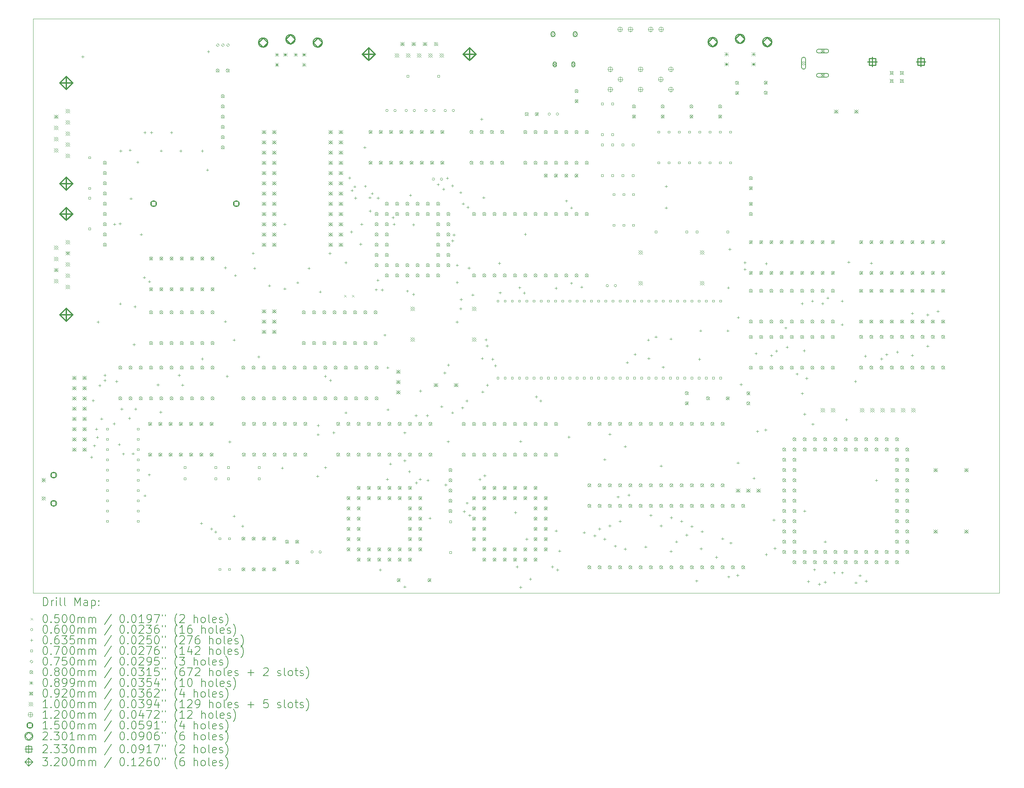
<source format=gbr>
%TF.GenerationSoftware,KiCad,Pcbnew,7.0.6-7.0.6~ubuntu22.04.1*%
%TF.CreationDate,2023-07-30T13:24:28+02:00*%
%TF.ProjectId,sbc,7362632e-6b69-4636-9164-5f7063625858,rev?*%
%TF.SameCoordinates,Original*%
%TF.FileFunction,Drillmap*%
%TF.FilePolarity,Positive*%
%FSLAX45Y45*%
G04 Gerber Fmt 4.5, Leading zero omitted, Abs format (unit mm)*
G04 Created by KiCad (PCBNEW 7.0.6-7.0.6~ubuntu22.04.1) date 2023-07-30 13:24:28*
%MOMM*%
%LPD*%
G01*
G04 APERTURE LIST*
%ADD10C,0.100000*%
%ADD11C,0.200000*%
%ADD12C,0.050000*%
%ADD13C,0.060000*%
%ADD14C,0.063500*%
%ADD15C,0.070000*%
%ADD16C,0.075000*%
%ADD17C,0.080000*%
%ADD18C,0.089916*%
%ADD19C,0.092000*%
%ADD20C,0.120000*%
%ADD21C,0.150000*%
%ADD22C,0.230124*%
%ADD23C,0.233000*%
%ADD24C,0.320000*%
G04 APERTURE END LIST*
D10*
X6350000Y-6337300D02*
X30289500Y-6337300D01*
X30289500Y-20574000D01*
X6350000Y-20574000D01*
X6350000Y-6337300D01*
D11*
D12*
X14059800Y-13183000D02*
X14109800Y-13233000D01*
X14109800Y-13183000D02*
X14059800Y-13233000D01*
X14249800Y-13183000D02*
X14299800Y-13233000D01*
X14299800Y-13183000D02*
X14249800Y-13233000D01*
D13*
X13292000Y-19558000D02*
G75*
G03*
X13292000Y-19558000I-30000J0D01*
G01*
X13492000Y-19558000D02*
G75*
G03*
X13492000Y-19558000I-30000J0D01*
G01*
X15146200Y-8610600D02*
G75*
G03*
X15146200Y-8610600I-30000J0D01*
G01*
X15346200Y-8610600D02*
G75*
G03*
X15346200Y-8610600I-30000J0D01*
G01*
X15624460Y-8610600D02*
G75*
G03*
X15624460Y-8610600I-30000J0D01*
G01*
X15824460Y-8610600D02*
G75*
G03*
X15824460Y-8610600I-30000J0D01*
G01*
X16111400Y-8610600D02*
G75*
G03*
X16111400Y-8610600I-30000J0D01*
G01*
X16297560Y-10312400D02*
G75*
G03*
X16297560Y-10312400I-30000J0D01*
G01*
X16311400Y-8610600D02*
G75*
G03*
X16311400Y-8610600I-30000J0D01*
G01*
X16497560Y-10312400D02*
G75*
G03*
X16497560Y-10312400I-30000J0D01*
G01*
X16590800Y-8610600D02*
G75*
G03*
X16590800Y-8610600I-30000J0D01*
G01*
X16790800Y-8610600D02*
G75*
G03*
X16790800Y-8610600I-30000J0D01*
G01*
X19167760Y-8699500D02*
G75*
G03*
X19167760Y-8699500I-30000J0D01*
G01*
X19367760Y-8699500D02*
G75*
G03*
X19367760Y-8699500I-30000J0D01*
G01*
X20604000Y-12954000D02*
G75*
G03*
X20604000Y-12954000I-30000J0D01*
G01*
X20804000Y-12954000D02*
G75*
G03*
X20804000Y-12954000I-30000J0D01*
G01*
D14*
X7581900Y-7245350D02*
X7581900Y-7308850D01*
X7550150Y-7277100D02*
X7613650Y-7277100D01*
X7797800Y-17176750D02*
X7797800Y-17240250D01*
X7766050Y-17208500D02*
X7829550Y-17208500D01*
X7836000Y-15769931D02*
X7836000Y-15833431D01*
X7804250Y-15801681D02*
X7867750Y-15801681D01*
X7868847Y-16890789D02*
X7868847Y-16954289D01*
X7837097Y-16922539D02*
X7900597Y-16922539D01*
X7918500Y-16478250D02*
X7918500Y-16541750D01*
X7886750Y-16510000D02*
X7950250Y-16510000D01*
X7940136Y-16680910D02*
X7940136Y-16744410D01*
X7908386Y-16712660D02*
X7971886Y-16712660D01*
X7956650Y-13823950D02*
X7956650Y-13887450D01*
X7924900Y-13855700D02*
X7988400Y-13855700D01*
X8001000Y-15396779D02*
X8001000Y-15460279D01*
X7969250Y-15428529D02*
X8032750Y-15428529D01*
X8045400Y-16224250D02*
X8045400Y-16287750D01*
X8013650Y-16256000D02*
X8077150Y-16256000D01*
X8128000Y-15144750D02*
X8128000Y-15208250D01*
X8096250Y-15176500D02*
X8159750Y-15176500D01*
X8128000Y-15271750D02*
X8128000Y-15335250D01*
X8096250Y-15303500D02*
X8159750Y-15303500D01*
X8356600Y-16347350D02*
X8356600Y-16410850D01*
X8324850Y-16379100D02*
X8388350Y-16379100D01*
X8369300Y-11398250D02*
X8369300Y-11461750D01*
X8337550Y-11430000D02*
X8401050Y-11430000D01*
X8420100Y-15297150D02*
X8420100Y-15360650D01*
X8388350Y-15328900D02*
X8451850Y-15328900D01*
X8483600Y-16859250D02*
X8483600Y-16922750D01*
X8451850Y-16891000D02*
X8515350Y-16891000D01*
X8502900Y-11386851D02*
X8502900Y-11450351D01*
X8471150Y-11418601D02*
X8534650Y-11418601D01*
X8509000Y-13372072D02*
X8509000Y-13435572D01*
X8477250Y-13403822D02*
X8540750Y-13403822D01*
X8521700Y-9582150D02*
X8521700Y-9645650D01*
X8489950Y-9613900D02*
X8553450Y-9613900D01*
X8547100Y-15982950D02*
X8547100Y-16046450D01*
X8515350Y-16014700D02*
X8578850Y-16014700D01*
X8585200Y-17094350D02*
X8585200Y-17157850D01*
X8553450Y-17126100D02*
X8616950Y-17126100D01*
X8737600Y-16211550D02*
X8737600Y-16275050D01*
X8705850Y-16243300D02*
X8769350Y-16243300D01*
X8750864Y-9560974D02*
X8750864Y-9624474D01*
X8719114Y-9592724D02*
X8782614Y-9592724D01*
X8775700Y-10763250D02*
X8775700Y-10826750D01*
X8743950Y-10795000D02*
X8807450Y-10795000D01*
X8826500Y-17087850D02*
X8826500Y-17151350D01*
X8794750Y-17119600D02*
X8858250Y-17119600D01*
X8851900Y-14382750D02*
X8851900Y-14446250D01*
X8820150Y-14414500D02*
X8883650Y-14414500D01*
X8871236Y-13442950D02*
X8871236Y-13506450D01*
X8839486Y-13474700D02*
X8902986Y-13474700D01*
X8890000Y-15982950D02*
X8890000Y-16046450D01*
X8858250Y-16014700D02*
X8921750Y-16014700D01*
X8940800Y-9861550D02*
X8940800Y-9925050D01*
X8909050Y-9893300D02*
X8972550Y-9893300D01*
X9029700Y-11652250D02*
X9029700Y-11715750D01*
X8997950Y-11684000D02*
X9061450Y-11684000D01*
X9105900Y-12719050D02*
X9105900Y-12782550D01*
X9074150Y-12750800D02*
X9137650Y-12750800D01*
X9118600Y-9124950D02*
X9118600Y-9188450D01*
X9086850Y-9156700D02*
X9150350Y-9156700D01*
X9118600Y-18129250D02*
X9118600Y-18192750D01*
X9086850Y-18161000D02*
X9150350Y-18161000D01*
X9224794Y-17610256D02*
X9224794Y-17673756D01*
X9193044Y-17642006D02*
X9256544Y-17642006D01*
X9232900Y-12820650D02*
X9232900Y-12884150D01*
X9201150Y-12852400D02*
X9264650Y-12852400D01*
X9283700Y-9124950D02*
X9283700Y-9188450D01*
X9251950Y-9156700D02*
X9315450Y-9156700D01*
X9444005Y-15379650D02*
X9444005Y-15443150D01*
X9412255Y-15411400D02*
X9475755Y-15411400D01*
X9508827Y-16058400D02*
X9508827Y-16121900D01*
X9477077Y-16090150D02*
X9540577Y-16090150D01*
X9521000Y-9578150D02*
X9521000Y-9641650D01*
X9489250Y-9609900D02*
X9552750Y-9609900D01*
X9779000Y-9124950D02*
X9779000Y-9188450D01*
X9747250Y-9156700D02*
X9810750Y-9156700D01*
X9969500Y-15144750D02*
X9969500Y-15208250D01*
X9937750Y-15176500D02*
X10001250Y-15176500D01*
X10007600Y-9582150D02*
X10007600Y-9645650D01*
X9975850Y-9613900D02*
X10039350Y-9613900D01*
X10052000Y-15386050D02*
X10052000Y-15449550D01*
X10020250Y-15417800D02*
X10083750Y-15417800D01*
X10516100Y-18815050D02*
X10516100Y-18878550D01*
X10484350Y-18846800D02*
X10547850Y-18846800D01*
X10541000Y-9582150D02*
X10541000Y-9645650D01*
X10509250Y-9613900D02*
X10572750Y-9613900D01*
X10541000Y-14738350D02*
X10541000Y-14801850D01*
X10509250Y-14770100D02*
X10572750Y-14770100D01*
X10668000Y-10052050D02*
X10668000Y-10115550D01*
X10636250Y-10083800D02*
X10699750Y-10083800D01*
X10693400Y-7118350D02*
X10693400Y-7181850D01*
X10661650Y-7150100D02*
X10725150Y-7150100D01*
X10769600Y-18954750D02*
X10769600Y-19018250D01*
X10737850Y-18986500D02*
X10801350Y-18986500D01*
X10871200Y-19030950D02*
X10871200Y-19094450D01*
X10839450Y-19062700D02*
X10902950Y-19062700D01*
X11112500Y-12477750D02*
X11112500Y-12541250D01*
X11080750Y-12509500D02*
X11144250Y-12509500D01*
X11112500Y-13811250D02*
X11112500Y-13874750D01*
X11080750Y-13843000D02*
X11144250Y-13843000D01*
X11156950Y-15169289D02*
X11156950Y-15232789D01*
X11125200Y-15201039D02*
X11188700Y-15201039D01*
X11220450Y-16795750D02*
X11220450Y-16859250D01*
X11188700Y-16827500D02*
X11252200Y-16827500D01*
X11328400Y-14268450D02*
X11328400Y-14331950D01*
X11296650Y-14300200D02*
X11360150Y-14300200D01*
X11328400Y-18637250D02*
X11328400Y-18700750D01*
X11296650Y-18669000D02*
X11360150Y-18669000D01*
X11360100Y-12668250D02*
X11360100Y-12731750D01*
X11328350Y-12700000D02*
X11391850Y-12700000D01*
X11538650Y-18884900D02*
X11538650Y-18948400D01*
X11506900Y-18916650D02*
X11570400Y-18916650D01*
X11800503Y-12118274D02*
X11800503Y-12181774D01*
X11768753Y-12150024D02*
X11832253Y-12150024D01*
X11836400Y-12490450D02*
X11836400Y-12553950D01*
X11804650Y-12522200D02*
X11868150Y-12522200D01*
X11938000Y-14687550D02*
X11938000Y-14751050D01*
X11906250Y-14719300D02*
X11969750Y-14719300D01*
X12204700Y-12922250D02*
X12204700Y-12985750D01*
X12172950Y-12954000D02*
X12236450Y-12954000D01*
X12522200Y-17443450D02*
X12522200Y-17506950D01*
X12490450Y-17475200D02*
X12553950Y-17475200D01*
X12585700Y-11398250D02*
X12585700Y-11461750D01*
X12553950Y-11430000D02*
X12617450Y-11430000D01*
X12585700Y-12998451D02*
X12585700Y-13061951D01*
X12553950Y-13030201D02*
X12617450Y-13030201D01*
X12903200Y-12846050D02*
X12903200Y-12909550D01*
X12871450Y-12877800D02*
X12934950Y-12877800D01*
X13182600Y-12490450D02*
X13182600Y-12553950D01*
X13150850Y-12522200D02*
X13214350Y-12522200D01*
X13398500Y-17646650D02*
X13398500Y-17710150D01*
X13366750Y-17678400D02*
X13430250Y-17678400D01*
X13407812Y-16614562D02*
X13407812Y-16678062D01*
X13376062Y-16646312D02*
X13439562Y-16646312D01*
X13411200Y-16389350D02*
X13411200Y-16452850D01*
X13379450Y-16421100D02*
X13442950Y-16421100D01*
X13462000Y-13074650D02*
X13462000Y-13138150D01*
X13430250Y-13106400D02*
X13493750Y-13106400D01*
X13589000Y-15170150D02*
X13589000Y-15233650D01*
X13557250Y-15201900D02*
X13620750Y-15201900D01*
X13591427Y-17433177D02*
X13591427Y-17496677D01*
X13559677Y-17464927D02*
X13623177Y-17464927D01*
X13703300Y-12122150D02*
X13703300Y-12185650D01*
X13671550Y-12153900D02*
X13735050Y-12153900D01*
X13716000Y-15271750D02*
X13716000Y-15335250D01*
X13684250Y-15303500D02*
X13747750Y-15303500D01*
X13798500Y-16567150D02*
X13798500Y-16630650D01*
X13766750Y-16598900D02*
X13830250Y-16598900D01*
X14097000Y-12350750D02*
X14097000Y-12414250D01*
X14065250Y-12382500D02*
X14128750Y-12382500D01*
X14097000Y-16071850D02*
X14097000Y-16135350D01*
X14065250Y-16103600D02*
X14128750Y-16103600D01*
X14188787Y-10250508D02*
X14188787Y-10314008D01*
X14157037Y-10282258D02*
X14220537Y-10282258D01*
X14236700Y-11588750D02*
X14236700Y-11652250D01*
X14204950Y-11620500D02*
X14268450Y-11620500D01*
X14249400Y-10560050D02*
X14249400Y-10623550D01*
X14217650Y-10591800D02*
X14281150Y-10591800D01*
X14315419Y-10468057D02*
X14315419Y-10531557D01*
X14283669Y-10499807D02*
X14347169Y-10499807D01*
X14338300Y-10750550D02*
X14338300Y-10814050D01*
X14306550Y-10782300D02*
X14370050Y-10782300D01*
X14465300Y-11893550D02*
X14465300Y-11957050D01*
X14433550Y-11925300D02*
X14497050Y-11925300D01*
X14490700Y-11398250D02*
X14490700Y-11461750D01*
X14458950Y-11430000D02*
X14522450Y-11430000D01*
X14566900Y-9493250D02*
X14566900Y-9556750D01*
X14535150Y-9525000D02*
X14598650Y-9525000D01*
X14579189Y-10456090D02*
X14579189Y-10519590D01*
X14547439Y-10487840D02*
X14610939Y-10487840D01*
X14693900Y-10737850D02*
X14693900Y-10801350D01*
X14662150Y-10769600D02*
X14725650Y-10769600D01*
X14696440Y-11073130D02*
X14696440Y-11136630D01*
X14664690Y-11104880D02*
X14728190Y-11104880D01*
X14747577Y-10636994D02*
X14747577Y-10700494D01*
X14715827Y-10668744D02*
X14779327Y-10668744D01*
X14847261Y-13022889D02*
X14847261Y-13086389D01*
X14815511Y-13054639D02*
X14879011Y-13054639D01*
X14890446Y-12788265D02*
X14890446Y-12851765D01*
X14858696Y-12820015D02*
X14922196Y-12820015D01*
X14894560Y-10748010D02*
X14894560Y-10811510D01*
X14862810Y-10779760D02*
X14926310Y-10779760D01*
X14949220Y-19970750D02*
X14949220Y-20034250D01*
X14917470Y-20002500D02*
X14980970Y-20002500D01*
X14998450Y-13026033D02*
X14998450Y-13089533D01*
X14966700Y-13057783D02*
X15030200Y-13057783D01*
X15061180Y-14148586D02*
X15061180Y-14212086D01*
X15029430Y-14180336D02*
X15092930Y-14180336D01*
X15125700Y-17722850D02*
X15125700Y-17786350D01*
X15093950Y-17754600D02*
X15157450Y-17754600D01*
X15136050Y-14954250D02*
X15136050Y-15017750D01*
X15104300Y-14986000D02*
X15167800Y-14986000D01*
X15138402Y-15995650D02*
X15138402Y-16059150D01*
X15106652Y-16027400D02*
X15170152Y-16027400D01*
X15201900Y-17341850D02*
X15201900Y-17405350D01*
X15170150Y-17373600D02*
X15233650Y-17373600D01*
X15263992Y-11234559D02*
X15263992Y-11298059D01*
X15232242Y-11266309D02*
X15295742Y-11266309D01*
X15290800Y-11398250D02*
X15290800Y-11461750D01*
X15259050Y-11430000D02*
X15322550Y-11430000D01*
X15557500Y-16569030D02*
X15557500Y-16632530D01*
X15525750Y-16600780D02*
X15589250Y-16600780D01*
X15557500Y-17259350D02*
X15557500Y-17322850D01*
X15525750Y-17291100D02*
X15589250Y-17291100D01*
X15557500Y-20389850D02*
X15557500Y-20453350D01*
X15525750Y-20421600D02*
X15589250Y-20421600D01*
X15621000Y-13055600D02*
X15621000Y-13119100D01*
X15589250Y-13087350D02*
X15652750Y-13087350D01*
X15671800Y-17532350D02*
X15671800Y-17595850D01*
X15640050Y-17564100D02*
X15703550Y-17564100D01*
X15697200Y-10679530D02*
X15697200Y-10743030D01*
X15665450Y-10711280D02*
X15728950Y-10711280D01*
X15773400Y-11410950D02*
X15773400Y-11474450D01*
X15741650Y-11442700D02*
X15805150Y-11442700D01*
X15773400Y-13135610D02*
X15773400Y-13199110D01*
X15741650Y-13167360D02*
X15805150Y-13167360D01*
X15836900Y-16141650D02*
X15836900Y-16205150D01*
X15805150Y-16173400D02*
X15868650Y-16173400D01*
X15844680Y-17811750D02*
X15844680Y-17875250D01*
X15812930Y-17843500D02*
X15876430Y-17843500D01*
X15938500Y-17722850D02*
X15938500Y-17786350D01*
X15906750Y-17754600D02*
X15970250Y-17754600D01*
X15946120Y-15533370D02*
X15946120Y-15596870D01*
X15914370Y-15565120D02*
X15977870Y-15565120D01*
X16116300Y-16141650D02*
X16116300Y-16205150D01*
X16084550Y-16173400D02*
X16148050Y-16173400D01*
X16129000Y-17748250D02*
X16129000Y-17811750D01*
X16097250Y-17780000D02*
X16160750Y-17780000D01*
X16179800Y-18688050D02*
X16179800Y-18751550D01*
X16148050Y-18719800D02*
X16211550Y-18719800D01*
X16383000Y-10414050D02*
X16383000Y-10477550D01*
X16351250Y-10445800D02*
X16414750Y-10445800D01*
X16471900Y-15919450D02*
X16471900Y-15982950D01*
X16440150Y-15951200D02*
X16503650Y-15951200D01*
X16517417Y-10528350D02*
X16517417Y-10591850D01*
X16485667Y-10560100D02*
X16549167Y-10560100D01*
X16545560Y-15086330D02*
X16545560Y-15149830D01*
X16513810Y-15118080D02*
X16577310Y-15118080D01*
X16573500Y-17862550D02*
X16573500Y-17926050D01*
X16541750Y-17894300D02*
X16605250Y-17894300D01*
X16611600Y-10255250D02*
X16611600Y-10318750D01*
X16579850Y-10287000D02*
X16643350Y-10287000D01*
X16630700Y-16789135D02*
X16630700Y-16852635D01*
X16598950Y-16820885D02*
X16662450Y-16820885D01*
X16637000Y-14890750D02*
X16637000Y-14954250D01*
X16605250Y-14922500D02*
X16668750Y-14922500D01*
X16738600Y-10445850D02*
X16738600Y-10509350D01*
X16706850Y-10477600D02*
X16770350Y-10477600D01*
X16738600Y-16071850D02*
X16738600Y-16135350D01*
X16706850Y-16103600D02*
X16770350Y-16103600D01*
X16741115Y-11808906D02*
X16741115Y-11872406D01*
X16709365Y-11840656D02*
X16772865Y-11840656D01*
X16776699Y-11664950D02*
X16776699Y-11728450D01*
X16744949Y-11696700D02*
X16808449Y-11696700D01*
X16852900Y-13823950D02*
X16852900Y-13887450D01*
X16821150Y-13855700D02*
X16884650Y-13855700D01*
X16854220Y-12414250D02*
X16854220Y-12477750D01*
X16822470Y-12446000D02*
X16885970Y-12446000D01*
X16854220Y-12839750D02*
X16854220Y-12903250D01*
X16822470Y-12871500D02*
X16885970Y-12871500D01*
X16941800Y-10610850D02*
X16941800Y-10674350D01*
X16910050Y-10642600D02*
X16973550Y-10642600D01*
X16941800Y-13493750D02*
X16941800Y-13557250D01*
X16910050Y-13525500D02*
X16973550Y-13525500D01*
X16954500Y-13265150D02*
X16954500Y-13328650D01*
X16922750Y-13296900D02*
X16986250Y-13296900D01*
X16985992Y-15952167D02*
X16985992Y-16015667D01*
X16954242Y-15983917D02*
X17017742Y-15983917D01*
X17005300Y-10890250D02*
X17005300Y-10953750D01*
X16973550Y-10922000D02*
X17037050Y-10922000D01*
X17030782Y-18522950D02*
X17030782Y-18586450D01*
X16999032Y-18554700D02*
X17062532Y-18554700D01*
X17092980Y-15779750D02*
X17092980Y-15843250D01*
X17061230Y-15811500D02*
X17124730Y-15811500D01*
X17100632Y-18313318D02*
X17100632Y-18376818D01*
X17068882Y-18345068D02*
X17132382Y-18345068D01*
X17119600Y-10979150D02*
X17119600Y-11042650D01*
X17087850Y-11010900D02*
X17151350Y-11010900D01*
X17146218Y-12485370D02*
X17146218Y-12548870D01*
X17114468Y-12517120D02*
X17177968Y-12517120D01*
X17163945Y-18618200D02*
X17163945Y-18681700D01*
X17132195Y-18649950D02*
X17195695Y-18649950D01*
X17241520Y-13150850D02*
X17241520Y-13214350D01*
X17209770Y-13182600D02*
X17273270Y-13182600D01*
X17414240Y-17727930D02*
X17414240Y-17791430D01*
X17382490Y-17759680D02*
X17445990Y-17759680D01*
X17462500Y-8794750D02*
X17462500Y-8858250D01*
X17430750Y-8826500D02*
X17494250Y-8826500D01*
X17475200Y-14725650D02*
X17475200Y-14789150D01*
X17443450Y-14757400D02*
X17506950Y-14757400D01*
X17485849Y-15554910D02*
X17485849Y-15618410D01*
X17454099Y-15586660D02*
X17517599Y-15586660D01*
X17513300Y-10737850D02*
X17513300Y-10801350D01*
X17481550Y-10769600D02*
X17545050Y-10769600D01*
X17538700Y-17633950D02*
X17538700Y-17697450D01*
X17506950Y-17665700D02*
X17570450Y-17665700D01*
X17568350Y-14264798D02*
X17568350Y-14328298D01*
X17536600Y-14296548D02*
X17600100Y-14296548D01*
X17595850Y-14414500D02*
X17595850Y-14478000D01*
X17564100Y-14446250D02*
X17627600Y-14446250D01*
X17601604Y-15389910D02*
X17601604Y-15453410D01*
X17569854Y-15421660D02*
X17633354Y-15421660D01*
X17734280Y-14745970D02*
X17734280Y-14809470D01*
X17702530Y-14777720D02*
X17766030Y-14777720D01*
X17802014Y-14906230D02*
X17802014Y-14969730D01*
X17770264Y-14937980D02*
X17833764Y-14937980D01*
X17901920Y-12368530D02*
X17901920Y-12432030D01*
X17870170Y-12400280D02*
X17933670Y-12400280D01*
X17917116Y-13099195D02*
X17917116Y-13162695D01*
X17885366Y-13130945D02*
X17948866Y-13130945D01*
X18300700Y-18548350D02*
X18300700Y-18611850D01*
X18268950Y-18580100D02*
X18332450Y-18580100D01*
X18338800Y-19894550D02*
X18338800Y-19958050D01*
X18307050Y-19926300D02*
X18370550Y-19926300D01*
X18403583Y-12971830D02*
X18403583Y-13035330D01*
X18371833Y-13003580D02*
X18435333Y-13003580D01*
X18427700Y-16783050D02*
X18427700Y-16846550D01*
X18395950Y-16814800D02*
X18459450Y-16814800D01*
X18427700Y-20402550D02*
X18427700Y-20466050D01*
X18395950Y-20434300D02*
X18459450Y-20434300D01*
X18516600Y-13105130D02*
X18516600Y-13168630D01*
X18484850Y-13136880D02*
X18548350Y-13136880D01*
X18542000Y-11647170D02*
X18542000Y-11710670D01*
X18510250Y-11678920D02*
X18573750Y-11678920D01*
X18580100Y-19208750D02*
X18580100Y-19272250D01*
X18548350Y-19240500D02*
X18611850Y-19240500D01*
X18669000Y-20199350D02*
X18669000Y-20262850D01*
X18637250Y-20231100D02*
X18700750Y-20231100D01*
X18816320Y-15675610D02*
X18816320Y-15739110D01*
X18784570Y-15707360D02*
X18848070Y-15707360D01*
X18923000Y-15779750D02*
X18923000Y-15843250D01*
X18891250Y-15811500D02*
X18954750Y-15811500D01*
X19215100Y-19894550D02*
X19215100Y-19958050D01*
X19183350Y-19926300D02*
X19246850Y-19926300D01*
X19304000Y-12985750D02*
X19304000Y-13049250D01*
X19272250Y-13017500D02*
X19335750Y-13017500D01*
X19304241Y-19002421D02*
X19304241Y-19065921D01*
X19272491Y-19034171D02*
X19335991Y-19034171D01*
X19342100Y-19970750D02*
X19342100Y-20034250D01*
X19310350Y-20002500D02*
X19373850Y-20002500D01*
X19392900Y-19500850D02*
X19392900Y-19564350D01*
X19361150Y-19532600D02*
X19424650Y-19532600D01*
X19558386Y-10820450D02*
X19558386Y-10883950D01*
X19526636Y-10852200D02*
X19590136Y-10852200D01*
X19623256Y-16676806D02*
X19623256Y-16740306D01*
X19591506Y-16708556D02*
X19655006Y-16708556D01*
X19685000Y-12861290D02*
X19685000Y-12924790D01*
X19653250Y-12893040D02*
X19716750Y-12893040D01*
X19685000Y-10991850D02*
X19685000Y-11055350D01*
X19653250Y-11023600D02*
X19716750Y-11023600D01*
X19939000Y-12955984D02*
X19939000Y-13019484D01*
X19907250Y-12987734D02*
X19970750Y-12987734D01*
X20002500Y-19043650D02*
X20002500Y-19107150D01*
X19970750Y-19075400D02*
X20034250Y-19075400D01*
X20263376Y-19123450D02*
X20263376Y-19186950D01*
X20231626Y-19155200D02*
X20295126Y-19155200D01*
X20383500Y-18954750D02*
X20383500Y-19018250D01*
X20351750Y-18986500D02*
X20415250Y-18986500D01*
X20510500Y-17232300D02*
X20510500Y-17295800D01*
X20478750Y-17264050D02*
X20542250Y-17264050D01*
X20510500Y-19208750D02*
X20510500Y-19272250D01*
X20478750Y-19240500D02*
X20542250Y-19240500D01*
X20637500Y-16605250D02*
X20637500Y-16668750D01*
X20605750Y-16637000D02*
X20669250Y-16637000D01*
X20637500Y-18878550D02*
X20637500Y-18942050D01*
X20605750Y-18910300D02*
X20669250Y-18910300D01*
X20771376Y-19380150D02*
X20771376Y-19443650D01*
X20739626Y-19411900D02*
X20803126Y-19411900D01*
X20840700Y-18160950D02*
X20840700Y-18224450D01*
X20808950Y-18192700D02*
X20872450Y-18192700D01*
X20891500Y-18764250D02*
X20891500Y-18827750D01*
X20859750Y-18796000D02*
X20923250Y-18796000D01*
X21018500Y-16910050D02*
X21018500Y-16973550D01*
X20986750Y-16941800D02*
X21050250Y-16941800D01*
X21018500Y-19452280D02*
X21018500Y-19515780D01*
X20986750Y-19484030D02*
X21050250Y-19484030D01*
X21069300Y-14827250D02*
X21069300Y-14890750D01*
X21037550Y-14859000D02*
X21101050Y-14859000D01*
X21107400Y-18116550D02*
X21107400Y-18180050D01*
X21075650Y-18148300D02*
X21139150Y-18148300D01*
X21259800Y-14624050D02*
X21259800Y-14687550D01*
X21228050Y-14655800D02*
X21291550Y-14655800D01*
X21526500Y-19399250D02*
X21526500Y-19462750D01*
X21494750Y-19431000D02*
X21558250Y-19431000D01*
X21590000Y-14268450D02*
X21590000Y-14331950D01*
X21558250Y-14300200D02*
X21621750Y-14300200D01*
X21602700Y-14725650D02*
X21602700Y-14789150D01*
X21570950Y-14757400D02*
X21634450Y-14757400D01*
X21653500Y-18618250D02*
X21653500Y-18681750D01*
X21621750Y-18650000D02*
X21685250Y-18650000D01*
X21780500Y-14192250D02*
X21780500Y-14255750D01*
X21748750Y-14224000D02*
X21812250Y-14224000D01*
X21907499Y-17392650D02*
X21907499Y-17456150D01*
X21875749Y-17424400D02*
X21939249Y-17424400D01*
X21907500Y-18878550D02*
X21907500Y-18942050D01*
X21875750Y-18910300D02*
X21939250Y-18910300D01*
X21955760Y-14944090D02*
X21955760Y-15007590D01*
X21924010Y-14975840D02*
X21987510Y-14975840D01*
X22034500Y-10458450D02*
X22034500Y-10521950D01*
X22002750Y-10490200D02*
X22066250Y-10490200D01*
X22034500Y-10991850D02*
X22034500Y-11055350D01*
X22002750Y-11023600D02*
X22066250Y-11023600D01*
X22148800Y-14243050D02*
X22148800Y-14306550D01*
X22117050Y-14274800D02*
X22180550Y-14274800D01*
X22149171Y-19510380D02*
X22149171Y-19573880D01*
X22117421Y-19542130D02*
X22180921Y-19542130D01*
X22161500Y-18675350D02*
X22161500Y-18738850D01*
X22129750Y-18707100D02*
X22193250Y-18707100D01*
X22288500Y-19272250D02*
X22288500Y-19335750D01*
X22256750Y-19304000D02*
X22320250Y-19304000D01*
X22415500Y-18764250D02*
X22415500Y-18827750D01*
X22383750Y-18796000D02*
X22447250Y-18796000D01*
X22542500Y-19107150D02*
X22542500Y-19170650D01*
X22510750Y-19138900D02*
X22574250Y-19138900D01*
X22669500Y-18891250D02*
X22669500Y-18954750D01*
X22637750Y-18923000D02*
X22701250Y-18923000D01*
X22787600Y-20243700D02*
X22787600Y-20307200D01*
X22755850Y-20275450D02*
X22819350Y-20275450D01*
X22856285Y-14744750D02*
X22856285Y-14808250D01*
X22824535Y-14776500D02*
X22888035Y-14776500D01*
X22885400Y-14039850D02*
X22885400Y-14103350D01*
X22853650Y-14071600D02*
X22917150Y-14071600D01*
X22898100Y-19443750D02*
X22898100Y-19507250D01*
X22866350Y-19475500D02*
X22929850Y-19475500D01*
X22923500Y-19018250D02*
X22923500Y-19081750D01*
X22891750Y-19050000D02*
X22955250Y-19050000D01*
X23277191Y-19655159D02*
X23277191Y-19718659D01*
X23245441Y-19686909D02*
X23308941Y-19686909D01*
X23431500Y-19196050D02*
X23431500Y-19259550D01*
X23399750Y-19227800D02*
X23463250Y-19227800D01*
X23559820Y-14039850D02*
X23559820Y-14103350D01*
X23528070Y-14071600D02*
X23591570Y-14071600D01*
X23571200Y-12973050D02*
X23571200Y-13036550D01*
X23539450Y-13004800D02*
X23602950Y-13004800D01*
X23579217Y-20142150D02*
X23579217Y-20205650D01*
X23547467Y-20173900D02*
X23610967Y-20173900D01*
X23609300Y-12020550D02*
X23609300Y-12084050D01*
X23577550Y-12052300D02*
X23641050Y-12052300D01*
X23634700Y-19304050D02*
X23634700Y-19367550D01*
X23602950Y-19335800D02*
X23666450Y-19335800D01*
X23801041Y-20104400D02*
X23801041Y-20167900D01*
X23769291Y-20136150D02*
X23832791Y-20136150D01*
X23812500Y-17316450D02*
X23812500Y-17379950D01*
X23780750Y-17348200D02*
X23844250Y-17348200D01*
X23815040Y-13709650D02*
X23815040Y-13773150D01*
X23783290Y-13741400D02*
X23846790Y-13741400D01*
X23888700Y-15373350D02*
X23888700Y-15436850D01*
X23856950Y-15405100D02*
X23920450Y-15405100D01*
X23983900Y-12352199D02*
X23983900Y-12415699D01*
X23952150Y-12383949D02*
X24015650Y-12383949D01*
X23983900Y-12515850D02*
X23983900Y-12579350D01*
X23952150Y-12547600D02*
X24015650Y-12547600D01*
X24206200Y-17697450D02*
X24206200Y-17760950D01*
X24174450Y-17729200D02*
X24237950Y-17729200D01*
X24257000Y-14604850D02*
X24257000Y-14668350D01*
X24225250Y-14636600D02*
X24288750Y-14636600D01*
X24295100Y-16535400D02*
X24295100Y-16598900D01*
X24263350Y-16567150D02*
X24326850Y-16567150D01*
X24498300Y-16497300D02*
X24498300Y-16560800D01*
X24466550Y-16529050D02*
X24530050Y-16529050D01*
X24511000Y-12376150D02*
X24511000Y-12439650D01*
X24479250Y-12407900D02*
X24542750Y-12407900D01*
X24511000Y-19589750D02*
X24511000Y-19653250D01*
X24479250Y-19621500D02*
X24542750Y-19621500D01*
X24638221Y-14655700D02*
X24638221Y-14719200D01*
X24606471Y-14687450D02*
X24669971Y-14687450D01*
X24701500Y-18732500D02*
X24701500Y-18796000D01*
X24669750Y-18764250D02*
X24733250Y-18764250D01*
X24726900Y-19437350D02*
X24726900Y-19500850D01*
X24695150Y-19469100D02*
X24758650Y-19469100D01*
X24765000Y-14541400D02*
X24765000Y-14604900D01*
X24733250Y-14573150D02*
X24796750Y-14573150D01*
X24993600Y-13970050D02*
X24993600Y-14033550D01*
X24961850Y-14001800D02*
X25025350Y-14001800D01*
X25026900Y-14446250D02*
X25026900Y-14509750D01*
X24995150Y-14478000D02*
X25058650Y-14478000D01*
X25273000Y-15113100D02*
X25273000Y-15176600D01*
X25241250Y-15144850D02*
X25304750Y-15144850D01*
X25400000Y-13367650D02*
X25400000Y-13431150D01*
X25368250Y-13399400D02*
X25431750Y-13399400D01*
X25403118Y-15595550D02*
X25403118Y-15659050D01*
X25371368Y-15627300D02*
X25434868Y-15627300D01*
X25450800Y-14535150D02*
X25450800Y-14598650D01*
X25419050Y-14566900D02*
X25482550Y-14566900D01*
X25463500Y-16109950D02*
X25463500Y-16173450D01*
X25431750Y-16141700D02*
X25495250Y-16141700D01*
X25463500Y-18510250D02*
X25463500Y-18573750D01*
X25431750Y-18542000D02*
X25495250Y-18542000D01*
X25514300Y-15220950D02*
X25514300Y-15284450D01*
X25482550Y-15252700D02*
X25546050Y-15252700D01*
X25556454Y-20256550D02*
X25556454Y-20320050D01*
X25524704Y-20288300D02*
X25588204Y-20288300D01*
X25654000Y-13303250D02*
X25654000Y-13366750D01*
X25622250Y-13335000D02*
X25685750Y-13335000D01*
X25666700Y-16357600D02*
X25666700Y-16421100D01*
X25634950Y-16389350D02*
X25698450Y-16389350D01*
X25704800Y-19964750D02*
X25704800Y-20028250D01*
X25673050Y-19996500D02*
X25736550Y-19996500D01*
X25826720Y-20326350D02*
X25826720Y-20389850D01*
X25794970Y-20358100D02*
X25858470Y-20358100D01*
X25908000Y-13366750D02*
X25908000Y-13430250D01*
X25876250Y-13398500D02*
X25939750Y-13398500D01*
X25971500Y-19272250D02*
X25971500Y-19335750D01*
X25939750Y-19304000D02*
X26003250Y-19304000D01*
X25971500Y-20275550D02*
X25971500Y-20339050D01*
X25939750Y-20307300D02*
X26003250Y-20307300D01*
X26035000Y-13227050D02*
X26035000Y-13290550D01*
X26003250Y-13258800D02*
X26066750Y-13258800D01*
X26194705Y-20040550D02*
X26194705Y-20104050D01*
X26162955Y-20072300D02*
X26226455Y-20072300D01*
X26390600Y-13303250D02*
X26390600Y-13366750D01*
X26358850Y-13335000D02*
X26422350Y-13335000D01*
X26390600Y-13887450D02*
X26390600Y-13950950D01*
X26358850Y-13919200D02*
X26422350Y-13919200D01*
X26394933Y-20040650D02*
X26394933Y-20104150D01*
X26363183Y-20072400D02*
X26426683Y-20072400D01*
X26498550Y-16243300D02*
X26498550Y-16306800D01*
X26466800Y-16275050D02*
X26530300Y-16275050D01*
X26555700Y-12338050D02*
X26555700Y-12401550D01*
X26523950Y-12369800D02*
X26587450Y-12369800D01*
X26720800Y-15297150D02*
X26720800Y-15360650D01*
X26689050Y-15328900D02*
X26752550Y-15328900D01*
X26733500Y-20288250D02*
X26733500Y-20351750D01*
X26701750Y-20320000D02*
X26765250Y-20320000D01*
X26835100Y-20110450D02*
X26835100Y-20173950D01*
X26803350Y-20142200D02*
X26866850Y-20142200D01*
X26965719Y-14668601D02*
X26965719Y-14732101D01*
X26933969Y-14700351D02*
X26997469Y-14700351D01*
X26987500Y-20250150D02*
X26987500Y-20313650D01*
X26955750Y-20281900D02*
X27019250Y-20281900D01*
X27114500Y-12364150D02*
X27114500Y-12427650D01*
X27082750Y-12395900D02*
X27146250Y-12395900D01*
X27241500Y-17748250D02*
X27241500Y-17811750D01*
X27209750Y-17780000D02*
X27273250Y-17780000D01*
X27368500Y-14738350D02*
X27368500Y-14801850D01*
X27336750Y-14770100D02*
X27400250Y-14770100D01*
X27495500Y-14630200D02*
X27495500Y-14693700D01*
X27463750Y-14661950D02*
X27527250Y-14661950D01*
X27758581Y-14566950D02*
X27758581Y-14630450D01*
X27726831Y-14598700D02*
X27790331Y-14598700D01*
X28129500Y-13608050D02*
X28129500Y-13671550D01*
X28097750Y-13639800D02*
X28161250Y-13639800D01*
X28130500Y-14649450D02*
X28130500Y-14712950D01*
X28098750Y-14681200D02*
X28162250Y-14681200D01*
X28511500Y-13646150D02*
X28511500Y-13709650D01*
X28479750Y-13677900D02*
X28543250Y-13677900D01*
X28511500Y-14420850D02*
X28511500Y-14484350D01*
X28479750Y-14452600D02*
X28543250Y-14452600D01*
X28765500Y-13557250D02*
X28765500Y-13620750D01*
X28733750Y-13589000D02*
X28797250Y-13589000D01*
D15*
X7771749Y-9803749D02*
X7771749Y-9754251D01*
X7722251Y-9754251D01*
X7722251Y-9803749D01*
X7771749Y-9803749D01*
X7771749Y-10565749D02*
X7771749Y-10516251D01*
X7722251Y-10516251D01*
X7722251Y-10565749D01*
X7771749Y-10565749D01*
X7771749Y-10807049D02*
X7771749Y-10757551D01*
X7722251Y-10757551D01*
X7722251Y-10807049D01*
X7771749Y-10807049D01*
X7771749Y-11569049D02*
X7771749Y-11519551D01*
X7722251Y-11519551D01*
X7722251Y-11569049D01*
X7771749Y-11569049D01*
X8216249Y-16534749D02*
X8216249Y-16485251D01*
X8166751Y-16485251D01*
X8166751Y-16534749D01*
X8216249Y-16534749D01*
X8216249Y-16788749D02*
X8216249Y-16739251D01*
X8166751Y-16739251D01*
X8166751Y-16788749D01*
X8216249Y-16788749D01*
X8216249Y-17042749D02*
X8216249Y-16993251D01*
X8166751Y-16993251D01*
X8166751Y-17042749D01*
X8216249Y-17042749D01*
X8216249Y-17296749D02*
X8216249Y-17247251D01*
X8166751Y-17247251D01*
X8166751Y-17296749D01*
X8216249Y-17296749D01*
X8216249Y-17550749D02*
X8216249Y-17501251D01*
X8166751Y-17501251D01*
X8166751Y-17550749D01*
X8216249Y-17550749D01*
X8216249Y-17804749D02*
X8216249Y-17755251D01*
X8166751Y-17755251D01*
X8166751Y-17804749D01*
X8216249Y-17804749D01*
X8216249Y-18058749D02*
X8216249Y-18009251D01*
X8166751Y-18009251D01*
X8166751Y-18058749D01*
X8216249Y-18058749D01*
X8216249Y-18312749D02*
X8216249Y-18263251D01*
X8166751Y-18263251D01*
X8166751Y-18312749D01*
X8216249Y-18312749D01*
X8216249Y-18566749D02*
X8216249Y-18517251D01*
X8166751Y-18517251D01*
X8166751Y-18566749D01*
X8216249Y-18566749D01*
X8216249Y-18820749D02*
X8216249Y-18771251D01*
X8166751Y-18771251D01*
X8166751Y-18820749D01*
X8216249Y-18820749D01*
X8978249Y-16534749D02*
X8978249Y-16485251D01*
X8928751Y-16485251D01*
X8928751Y-16534749D01*
X8978249Y-16534749D01*
X8978249Y-16788749D02*
X8978249Y-16739251D01*
X8928751Y-16739251D01*
X8928751Y-16788749D01*
X8978249Y-16788749D01*
X8978249Y-17042749D02*
X8978249Y-16993251D01*
X8928751Y-16993251D01*
X8928751Y-17042749D01*
X8978249Y-17042749D01*
X8978249Y-17296749D02*
X8978249Y-17247251D01*
X8928751Y-17247251D01*
X8928751Y-17296749D01*
X8978249Y-17296749D01*
X8978249Y-17550749D02*
X8978249Y-17501251D01*
X8928751Y-17501251D01*
X8928751Y-17550749D01*
X8978249Y-17550749D01*
X8978249Y-17804749D02*
X8978249Y-17755251D01*
X8928751Y-17755251D01*
X8928751Y-17804749D01*
X8978249Y-17804749D01*
X8978249Y-18058749D02*
X8978249Y-18009251D01*
X8928751Y-18009251D01*
X8928751Y-18058749D01*
X8978249Y-18058749D01*
X8978249Y-18312749D02*
X8978249Y-18263251D01*
X8928751Y-18263251D01*
X8928751Y-18312749D01*
X8978249Y-18312749D01*
X8978249Y-18566749D02*
X8978249Y-18517251D01*
X8928751Y-18517251D01*
X8928751Y-18566749D01*
X8978249Y-18566749D01*
X8978249Y-18820749D02*
X8978249Y-18771251D01*
X8928751Y-18771251D01*
X8928751Y-18820749D01*
X8978249Y-18820749D01*
X10133949Y-17487249D02*
X10133949Y-17437751D01*
X10084451Y-17437751D01*
X10084451Y-17487249D01*
X10133949Y-17487249D01*
X10133949Y-17766649D02*
X10133949Y-17717151D01*
X10084451Y-17717151D01*
X10084451Y-17766649D01*
X10133949Y-17766649D01*
X10895949Y-17487249D02*
X10895949Y-17437751D01*
X10846451Y-17437751D01*
X10846451Y-17487249D01*
X10895949Y-17487249D01*
X10895949Y-17766649D02*
X10895949Y-17717151D01*
X10846451Y-17717151D01*
X10846451Y-17766649D01*
X10895949Y-17766649D01*
X10997549Y-19252549D02*
X10997549Y-19203051D01*
X10948051Y-19203051D01*
X10948051Y-19252549D01*
X10997549Y-19252549D01*
X10997549Y-20014549D02*
X10997549Y-19965051D01*
X10948051Y-19965051D01*
X10948051Y-20014549D01*
X10997549Y-20014549D01*
X11213449Y-17487249D02*
X11213449Y-17437751D01*
X11163951Y-17437751D01*
X11163951Y-17487249D01*
X11213449Y-17487249D01*
X11213449Y-17766649D02*
X11213449Y-17717151D01*
X11163951Y-17717151D01*
X11163951Y-17766649D01*
X11213449Y-17766649D01*
X11238849Y-19252549D02*
X11238849Y-19203051D01*
X11189351Y-19203051D01*
X11189351Y-19252549D01*
X11238849Y-19252549D01*
X11238849Y-20014549D02*
X11238849Y-19965051D01*
X11189351Y-19965051D01*
X11189351Y-20014549D01*
X11238849Y-20014549D01*
X11975449Y-17487249D02*
X11975449Y-17437751D01*
X11925951Y-17437751D01*
X11925951Y-17487249D01*
X11975449Y-17487249D01*
X11975449Y-17766649D02*
X11975449Y-17717151D01*
X11925951Y-17717151D01*
X11925951Y-17766649D01*
X11975449Y-17766649D01*
X15658449Y-7784449D02*
X15658449Y-7734951D01*
X15608951Y-7734951D01*
X15608951Y-7784449D01*
X15658449Y-7784449D01*
X16420449Y-7784449D02*
X16420449Y-7734951D01*
X16370951Y-7734951D01*
X16370951Y-7784449D01*
X16420449Y-7784449D01*
X16712549Y-18833449D02*
X16712549Y-18783951D01*
X16663051Y-18783951D01*
X16663051Y-18833449D01*
X16712549Y-18833449D01*
X16712549Y-19595449D02*
X16712549Y-19545951D01*
X16663051Y-19545951D01*
X16663051Y-19595449D01*
X16712549Y-19595449D01*
X17887249Y-13359749D02*
X17887249Y-13310251D01*
X17837751Y-13310251D01*
X17837751Y-13359749D01*
X17887249Y-13359749D01*
X17887249Y-15269829D02*
X17887249Y-15220331D01*
X17837751Y-15220331D01*
X17837751Y-15269829D01*
X17887249Y-15269829D01*
X18065249Y-13359749D02*
X18065249Y-13310251D01*
X18015751Y-13310251D01*
X18015751Y-13359749D01*
X18065249Y-13359749D01*
X18065249Y-15269829D02*
X18065249Y-15220331D01*
X18015751Y-15220331D01*
X18015751Y-15269829D01*
X18065249Y-15269829D01*
X18243249Y-13359749D02*
X18243249Y-13310251D01*
X18193751Y-13310251D01*
X18193751Y-13359749D01*
X18243249Y-13359749D01*
X18243249Y-15269829D02*
X18243249Y-15220331D01*
X18193751Y-15220331D01*
X18193751Y-15269829D01*
X18243249Y-15269829D01*
X18421249Y-13359749D02*
X18421249Y-13310251D01*
X18371751Y-13310251D01*
X18371751Y-13359749D01*
X18421249Y-13359749D01*
X18421249Y-15269829D02*
X18421249Y-15220331D01*
X18371751Y-15220331D01*
X18371751Y-15269829D01*
X18421249Y-15269829D01*
X18599249Y-13359749D02*
X18599249Y-13310251D01*
X18549751Y-13310251D01*
X18549751Y-13359749D01*
X18599249Y-13359749D01*
X18599249Y-15269829D02*
X18599249Y-15220331D01*
X18549751Y-15220331D01*
X18549751Y-15269829D01*
X18599249Y-15269829D01*
X18777249Y-13359749D02*
X18777249Y-13310251D01*
X18727751Y-13310251D01*
X18727751Y-13359749D01*
X18777249Y-13359749D01*
X18777249Y-15269829D02*
X18777249Y-15220331D01*
X18727751Y-15220331D01*
X18727751Y-15269829D01*
X18777249Y-15269829D01*
X18955249Y-13359749D02*
X18955249Y-13310251D01*
X18905751Y-13310251D01*
X18905751Y-13359749D01*
X18955249Y-13359749D01*
X18955249Y-15269829D02*
X18955249Y-15220331D01*
X18905751Y-15220331D01*
X18905751Y-15269829D01*
X18955249Y-15269829D01*
X19133249Y-13359749D02*
X19133249Y-13310251D01*
X19083751Y-13310251D01*
X19083751Y-13359749D01*
X19133249Y-13359749D01*
X19133249Y-15269829D02*
X19133249Y-15220331D01*
X19083751Y-15220331D01*
X19083751Y-15269829D01*
X19133249Y-15269829D01*
X19311249Y-13359749D02*
X19311249Y-13310251D01*
X19261751Y-13310251D01*
X19261751Y-13359749D01*
X19311249Y-13359749D01*
X19311249Y-15269829D02*
X19311249Y-15220331D01*
X19261751Y-15220331D01*
X19261751Y-15269829D01*
X19311249Y-15269829D01*
X19489249Y-13359749D02*
X19489249Y-13310251D01*
X19439751Y-13310251D01*
X19439751Y-13359749D01*
X19489249Y-13359749D01*
X19489249Y-15269829D02*
X19489249Y-15220331D01*
X19439751Y-15220331D01*
X19439751Y-15269829D01*
X19489249Y-15269829D01*
X19667249Y-13359749D02*
X19667249Y-13310251D01*
X19617751Y-13310251D01*
X19617751Y-13359749D01*
X19667249Y-13359749D01*
X19667249Y-15269829D02*
X19667249Y-15220331D01*
X19617751Y-15220331D01*
X19617751Y-15269829D01*
X19667249Y-15269829D01*
X19845249Y-13359749D02*
X19845249Y-13310251D01*
X19795751Y-13310251D01*
X19795751Y-13359749D01*
X19845249Y-13359749D01*
X19845249Y-15269829D02*
X19845249Y-15220331D01*
X19795751Y-15220331D01*
X19795751Y-15269829D01*
X19845249Y-15269829D01*
X20023249Y-13359749D02*
X20023249Y-13310251D01*
X19973751Y-13310251D01*
X19973751Y-13359749D01*
X20023249Y-13359749D01*
X20023249Y-15269829D02*
X20023249Y-15220331D01*
X19973751Y-15220331D01*
X19973751Y-15269829D01*
X20023249Y-15269829D01*
X20201249Y-13359749D02*
X20201249Y-13310251D01*
X20151751Y-13310251D01*
X20151751Y-13359749D01*
X20201249Y-13359749D01*
X20201249Y-15269829D02*
X20201249Y-15220331D01*
X20151751Y-15220331D01*
X20151751Y-15269829D01*
X20201249Y-15269829D01*
X20379249Y-13359749D02*
X20379249Y-13310251D01*
X20329751Y-13310251D01*
X20329751Y-13359749D01*
X20379249Y-13359749D01*
X20379249Y-15269829D02*
X20379249Y-15220331D01*
X20329751Y-15220331D01*
X20329751Y-15269829D01*
X20379249Y-15269829D01*
X20471749Y-8470249D02*
X20471749Y-8420751D01*
X20422251Y-8420751D01*
X20422251Y-8470249D01*
X20471749Y-8470249D01*
X20471749Y-9232249D02*
X20471749Y-9182751D01*
X20422251Y-9182751D01*
X20422251Y-9232249D01*
X20471749Y-9232249D01*
X20471749Y-9486249D02*
X20471749Y-9436751D01*
X20422251Y-9436751D01*
X20422251Y-9486249D01*
X20471749Y-9486249D01*
X20471749Y-10248249D02*
X20471749Y-10198751D01*
X20422251Y-10198751D01*
X20422251Y-10248249D01*
X20471749Y-10248249D01*
X20557249Y-13359749D02*
X20557249Y-13310251D01*
X20507751Y-13310251D01*
X20507751Y-13359749D01*
X20557249Y-13359749D01*
X20557249Y-15269829D02*
X20557249Y-15220331D01*
X20507751Y-15220331D01*
X20507751Y-15269829D01*
X20557249Y-15269829D01*
X20725749Y-8470249D02*
X20725749Y-8420751D01*
X20676251Y-8420751D01*
X20676251Y-8470249D01*
X20725749Y-8470249D01*
X20725749Y-9232249D02*
X20725749Y-9182751D01*
X20676251Y-9182751D01*
X20676251Y-9232249D01*
X20725749Y-9232249D01*
X20725749Y-9486249D02*
X20725749Y-9436751D01*
X20676251Y-9436751D01*
X20676251Y-9486249D01*
X20725749Y-9486249D01*
X20725749Y-10248249D02*
X20725749Y-10198751D01*
X20676251Y-10198751D01*
X20676251Y-10248249D01*
X20725749Y-10248249D01*
X20735249Y-13359749D02*
X20735249Y-13310251D01*
X20685751Y-13310251D01*
X20685751Y-13359749D01*
X20735249Y-13359749D01*
X20735249Y-15269829D02*
X20735249Y-15220331D01*
X20685751Y-15220331D01*
X20685751Y-15269829D01*
X20735249Y-15269829D01*
X20763849Y-10718149D02*
X20763849Y-10668651D01*
X20714351Y-10668651D01*
X20714351Y-10718149D01*
X20763849Y-10718149D01*
X20763849Y-11480149D02*
X20763849Y-11430651D01*
X20714351Y-11430651D01*
X20714351Y-11480149D01*
X20763849Y-11480149D01*
X20913249Y-13359749D02*
X20913249Y-13310251D01*
X20863751Y-13310251D01*
X20863751Y-13359749D01*
X20913249Y-13359749D01*
X20913249Y-15269829D02*
X20913249Y-15220331D01*
X20863751Y-15220331D01*
X20863751Y-15269829D01*
X20913249Y-15269829D01*
X20979749Y-9486249D02*
X20979749Y-9436751D01*
X20930251Y-9436751D01*
X20930251Y-9486249D01*
X20979749Y-9486249D01*
X20979749Y-10248249D02*
X20979749Y-10198751D01*
X20930251Y-10198751D01*
X20930251Y-10248249D01*
X20979749Y-10248249D01*
X21005149Y-10718149D02*
X21005149Y-10668651D01*
X20955651Y-10668651D01*
X20955651Y-10718149D01*
X21005149Y-10718149D01*
X21005149Y-11480149D02*
X21005149Y-11430651D01*
X20955651Y-11430651D01*
X20955651Y-11480149D01*
X21005149Y-11480149D01*
X21091249Y-13359749D02*
X21091249Y-13310251D01*
X21041751Y-13310251D01*
X21041751Y-13359749D01*
X21091249Y-13359749D01*
X21091249Y-15269829D02*
X21091249Y-15220331D01*
X21041751Y-15220331D01*
X21041751Y-15269829D01*
X21091249Y-15269829D01*
X21233749Y-9486249D02*
X21233749Y-9436751D01*
X21184251Y-9436751D01*
X21184251Y-9486249D01*
X21233749Y-9486249D01*
X21233749Y-10248249D02*
X21233749Y-10198751D01*
X21184251Y-10198751D01*
X21184251Y-10248249D01*
X21233749Y-10248249D01*
X21246449Y-10718149D02*
X21246449Y-10668651D01*
X21196951Y-10668651D01*
X21196951Y-10718149D01*
X21246449Y-10718149D01*
X21246449Y-11480149D02*
X21246449Y-11430651D01*
X21196951Y-11430651D01*
X21196951Y-11480149D01*
X21246449Y-11480149D01*
X21269249Y-13359749D02*
X21269249Y-13310251D01*
X21219751Y-13310251D01*
X21219751Y-13359749D01*
X21269249Y-13359749D01*
X21269249Y-15269829D02*
X21269249Y-15220331D01*
X21219751Y-15220331D01*
X21219751Y-15269829D01*
X21269249Y-15269829D01*
X21447249Y-13359749D02*
X21447249Y-13310251D01*
X21397751Y-13310251D01*
X21397751Y-13359749D01*
X21447249Y-13359749D01*
X21447249Y-15269829D02*
X21447249Y-15220331D01*
X21397751Y-15220331D01*
X21397751Y-15269829D01*
X21447249Y-15269829D01*
X21625249Y-13359749D02*
X21625249Y-13310251D01*
X21575751Y-13310251D01*
X21575751Y-13359749D01*
X21625249Y-13359749D01*
X21625249Y-15269829D02*
X21625249Y-15220331D01*
X21575751Y-15220331D01*
X21575751Y-15269829D01*
X21625249Y-15269829D01*
X21803249Y-13359749D02*
X21803249Y-13310251D01*
X21753751Y-13310251D01*
X21753751Y-13359749D01*
X21803249Y-13359749D01*
X21803249Y-15269829D02*
X21803249Y-15220331D01*
X21753751Y-15220331D01*
X21753751Y-15269829D01*
X21803249Y-15269829D01*
X21805249Y-11645249D02*
X21805249Y-11595751D01*
X21755751Y-11595751D01*
X21755751Y-11645249D01*
X21805249Y-11645249D01*
X21868749Y-9168749D02*
X21868749Y-9119251D01*
X21819251Y-9119251D01*
X21819251Y-9168749D01*
X21868749Y-9168749D01*
X21868749Y-9930749D02*
X21868749Y-9881251D01*
X21819251Y-9881251D01*
X21819251Y-9930749D01*
X21868749Y-9930749D01*
X21981249Y-13359749D02*
X21981249Y-13310251D01*
X21931751Y-13310251D01*
X21931751Y-13359749D01*
X21981249Y-13359749D01*
X21981249Y-15269829D02*
X21981249Y-15220331D01*
X21931751Y-15220331D01*
X21931751Y-15269829D01*
X21981249Y-15269829D01*
X22122749Y-9168749D02*
X22122749Y-9119251D01*
X22073251Y-9119251D01*
X22073251Y-9168749D01*
X22122749Y-9168749D01*
X22122749Y-9930749D02*
X22122749Y-9881251D01*
X22073251Y-9881251D01*
X22073251Y-9930749D01*
X22122749Y-9930749D01*
X22159249Y-13359749D02*
X22159249Y-13310251D01*
X22109751Y-13310251D01*
X22109751Y-13359749D01*
X22159249Y-13359749D01*
X22159249Y-15269829D02*
X22159249Y-15220331D01*
X22109751Y-15220331D01*
X22109751Y-15269829D01*
X22159249Y-15269829D01*
X22337249Y-13359749D02*
X22337249Y-13310251D01*
X22287751Y-13310251D01*
X22287751Y-13359749D01*
X22337249Y-13359749D01*
X22337249Y-15269829D02*
X22337249Y-15220331D01*
X22287751Y-15220331D01*
X22287751Y-15269829D01*
X22337249Y-15269829D01*
X22376749Y-9168749D02*
X22376749Y-9119251D01*
X22327251Y-9119251D01*
X22327251Y-9168749D01*
X22376749Y-9168749D01*
X22376749Y-9930749D02*
X22376749Y-9881251D01*
X22327251Y-9881251D01*
X22327251Y-9930749D01*
X22376749Y-9930749D01*
X22515249Y-13359749D02*
X22515249Y-13310251D01*
X22465751Y-13310251D01*
X22465751Y-13359749D01*
X22515249Y-13359749D01*
X22515249Y-15269829D02*
X22515249Y-15220331D01*
X22465751Y-15220331D01*
X22465751Y-15269829D01*
X22515249Y-15269829D01*
X22567249Y-11645249D02*
X22567249Y-11595751D01*
X22517751Y-11595751D01*
X22517751Y-11645249D01*
X22567249Y-11645249D01*
X22630749Y-9168749D02*
X22630749Y-9119251D01*
X22581251Y-9119251D01*
X22581251Y-9168749D01*
X22630749Y-9168749D01*
X22630749Y-9930749D02*
X22630749Y-9881251D01*
X22581251Y-9881251D01*
X22581251Y-9930749D01*
X22630749Y-9930749D01*
X22693249Y-13359749D02*
X22693249Y-13310251D01*
X22643751Y-13310251D01*
X22643751Y-13359749D01*
X22693249Y-13359749D01*
X22693249Y-15269829D02*
X22693249Y-15220331D01*
X22643751Y-15220331D01*
X22643751Y-15269829D01*
X22693249Y-15269829D01*
X22821249Y-11645249D02*
X22821249Y-11595751D01*
X22771751Y-11595751D01*
X22771751Y-11645249D01*
X22821249Y-11645249D01*
X22871249Y-13359749D02*
X22871249Y-13310251D01*
X22821751Y-13310251D01*
X22821751Y-13359749D01*
X22871249Y-13359749D01*
X22871249Y-15269829D02*
X22871249Y-15220331D01*
X22821751Y-15220331D01*
X22821751Y-15269829D01*
X22871249Y-15269829D01*
X22884749Y-9168749D02*
X22884749Y-9119251D01*
X22835251Y-9119251D01*
X22835251Y-9168749D01*
X22884749Y-9168749D01*
X22884749Y-9930749D02*
X22884749Y-9881251D01*
X22835251Y-9881251D01*
X22835251Y-9930749D01*
X22884749Y-9930749D01*
X23049249Y-13359749D02*
X23049249Y-13310251D01*
X22999751Y-13310251D01*
X22999751Y-13359749D01*
X23049249Y-13359749D01*
X23049249Y-15269829D02*
X23049249Y-15220331D01*
X22999751Y-15220331D01*
X22999751Y-15269829D01*
X23049249Y-15269829D01*
X23138749Y-9168749D02*
X23138749Y-9119251D01*
X23089251Y-9119251D01*
X23089251Y-9168749D01*
X23138749Y-9168749D01*
X23138749Y-9930749D02*
X23138749Y-9881251D01*
X23089251Y-9881251D01*
X23089251Y-9930749D01*
X23138749Y-9930749D01*
X23227249Y-13359749D02*
X23227249Y-13310251D01*
X23177751Y-13310251D01*
X23177751Y-13359749D01*
X23227249Y-13359749D01*
X23227249Y-15269829D02*
X23227249Y-15220331D01*
X23177751Y-15220331D01*
X23177751Y-15269829D01*
X23227249Y-15269829D01*
X23392749Y-9168749D02*
X23392749Y-9119251D01*
X23343251Y-9119251D01*
X23343251Y-9168749D01*
X23392749Y-9168749D01*
X23392749Y-9930749D02*
X23392749Y-9881251D01*
X23343251Y-9881251D01*
X23343251Y-9930749D01*
X23392749Y-9930749D01*
X23405249Y-13359749D02*
X23405249Y-13310251D01*
X23355751Y-13310251D01*
X23355751Y-13359749D01*
X23405249Y-13359749D01*
X23405249Y-15269829D02*
X23405249Y-15220331D01*
X23355751Y-15220331D01*
X23355751Y-15269829D01*
X23405249Y-15269829D01*
X23583249Y-11645249D02*
X23583249Y-11595751D01*
X23533751Y-11595751D01*
X23533751Y-11645249D01*
X23583249Y-11645249D01*
X23646749Y-9168749D02*
X23646749Y-9119251D01*
X23597251Y-9119251D01*
X23597251Y-9168749D01*
X23646749Y-9168749D01*
X23646749Y-9930749D02*
X23646749Y-9881251D01*
X23597251Y-9881251D01*
X23597251Y-9930749D01*
X23646749Y-9930749D01*
D16*
X10922000Y-7022500D02*
X10959500Y-6985000D01*
X10922000Y-6947500D01*
X10884500Y-6985000D01*
X10922000Y-7022500D01*
X11049000Y-7022500D02*
X11086500Y-6985000D01*
X11049000Y-6947500D01*
X11011500Y-6985000D01*
X11049000Y-7022500D01*
X11176000Y-7022500D02*
X11213500Y-6985000D01*
X11176000Y-6947500D01*
X11138500Y-6985000D01*
X11176000Y-7022500D01*
D17*
X8088000Y-9866000D02*
X8168000Y-9946000D01*
X8168000Y-9866000D02*
X8088000Y-9946000D01*
X8168000Y-9906000D02*
G75*
G03*
X8168000Y-9906000I-40000J0D01*
G01*
X8088000Y-10120000D02*
X8168000Y-10200000D01*
X8168000Y-10120000D02*
X8088000Y-10200000D01*
X8168000Y-10160000D02*
G75*
G03*
X8168000Y-10160000I-40000J0D01*
G01*
X8088000Y-10374000D02*
X8168000Y-10454000D01*
X8168000Y-10374000D02*
X8088000Y-10454000D01*
X8168000Y-10414000D02*
G75*
G03*
X8168000Y-10414000I-40000J0D01*
G01*
X8088000Y-10628000D02*
X8168000Y-10708000D01*
X8168000Y-10628000D02*
X8088000Y-10708000D01*
X8168000Y-10668000D02*
G75*
G03*
X8168000Y-10668000I-40000J0D01*
G01*
X8088000Y-10882000D02*
X8168000Y-10962000D01*
X8168000Y-10882000D02*
X8088000Y-10962000D01*
X8168000Y-10922000D02*
G75*
G03*
X8168000Y-10922000I-40000J0D01*
G01*
X8088000Y-11136000D02*
X8168000Y-11216000D01*
X8168000Y-11136000D02*
X8088000Y-11216000D01*
X8168000Y-11176000D02*
G75*
G03*
X8168000Y-11176000I-40000J0D01*
G01*
X8088000Y-11390000D02*
X8168000Y-11470000D01*
X8168000Y-11390000D02*
X8088000Y-11470000D01*
X8168000Y-11430000D02*
G75*
G03*
X8168000Y-11430000I-40000J0D01*
G01*
X8088000Y-11644000D02*
X8168000Y-11724000D01*
X8168000Y-11644000D02*
X8088000Y-11724000D01*
X8168000Y-11684000D02*
G75*
G03*
X8168000Y-11684000I-40000J0D01*
G01*
X8088000Y-11898000D02*
X8168000Y-11978000D01*
X8168000Y-11898000D02*
X8088000Y-11978000D01*
X8168000Y-11938000D02*
G75*
G03*
X8168000Y-11938000I-40000J0D01*
G01*
X8469000Y-14946000D02*
X8549000Y-15026000D01*
X8549000Y-14946000D02*
X8469000Y-15026000D01*
X8549000Y-14986000D02*
G75*
G03*
X8549000Y-14986000I-40000J0D01*
G01*
X8469000Y-15708000D02*
X8549000Y-15788000D01*
X8549000Y-15708000D02*
X8469000Y-15788000D01*
X8549000Y-15748000D02*
G75*
G03*
X8549000Y-15748000I-40000J0D01*
G01*
X8723000Y-14946000D02*
X8803000Y-15026000D01*
X8803000Y-14946000D02*
X8723000Y-15026000D01*
X8803000Y-14986000D02*
G75*
G03*
X8803000Y-14986000I-40000J0D01*
G01*
X8723000Y-15708000D02*
X8803000Y-15788000D01*
X8803000Y-15708000D02*
X8723000Y-15788000D01*
X8803000Y-15748000D02*
G75*
G03*
X8803000Y-15748000I-40000J0D01*
G01*
X8977000Y-14946000D02*
X9057000Y-15026000D01*
X9057000Y-14946000D02*
X8977000Y-15026000D01*
X9057000Y-14986000D02*
G75*
G03*
X9057000Y-14986000I-40000J0D01*
G01*
X8977000Y-15708000D02*
X9057000Y-15788000D01*
X9057000Y-15708000D02*
X8977000Y-15788000D01*
X9057000Y-15748000D02*
G75*
G03*
X9057000Y-15748000I-40000J0D01*
G01*
X9206100Y-16341500D02*
X9286100Y-16421500D01*
X9286100Y-16341500D02*
X9206100Y-16421500D01*
X9286100Y-16381500D02*
G75*
G03*
X9286100Y-16381500I-40000J0D01*
G01*
X9206100Y-17103500D02*
X9286100Y-17183500D01*
X9286100Y-17103500D02*
X9206100Y-17183500D01*
X9286100Y-17143500D02*
G75*
G03*
X9286100Y-17143500I-40000J0D01*
G01*
X9231000Y-12240900D02*
X9311000Y-12320900D01*
X9311000Y-12240900D02*
X9231000Y-12320900D01*
X9311000Y-12280900D02*
G75*
G03*
X9311000Y-12280900I-40000J0D01*
G01*
X9231000Y-13002900D02*
X9311000Y-13082900D01*
X9311000Y-13002900D02*
X9231000Y-13082900D01*
X9311000Y-13042900D02*
G75*
G03*
X9311000Y-13042900I-40000J0D01*
G01*
X9231000Y-13574400D02*
X9311000Y-13654400D01*
X9311000Y-13574400D02*
X9231000Y-13654400D01*
X9311000Y-13614400D02*
G75*
G03*
X9311000Y-13614400I-40000J0D01*
G01*
X9231000Y-14336400D02*
X9311000Y-14416400D01*
X9311000Y-14336400D02*
X9231000Y-14416400D01*
X9311000Y-14376400D02*
G75*
G03*
X9311000Y-14376400I-40000J0D01*
G01*
X9231000Y-14946000D02*
X9311000Y-15026000D01*
X9311000Y-14946000D02*
X9231000Y-15026000D01*
X9311000Y-14986000D02*
G75*
G03*
X9311000Y-14986000I-40000J0D01*
G01*
X9231000Y-15708000D02*
X9311000Y-15788000D01*
X9311000Y-15708000D02*
X9231000Y-15788000D01*
X9311000Y-15748000D02*
G75*
G03*
X9311000Y-15748000I-40000J0D01*
G01*
X9460100Y-16341500D02*
X9540100Y-16421500D01*
X9540100Y-16341500D02*
X9460100Y-16421500D01*
X9540100Y-16381500D02*
G75*
G03*
X9540100Y-16381500I-40000J0D01*
G01*
X9460100Y-17103500D02*
X9540100Y-17183500D01*
X9540100Y-17103500D02*
X9460100Y-17183500D01*
X9540100Y-17143500D02*
G75*
G03*
X9540100Y-17143500I-40000J0D01*
G01*
X9485000Y-12240900D02*
X9565000Y-12320900D01*
X9565000Y-12240900D02*
X9485000Y-12320900D01*
X9565000Y-12280900D02*
G75*
G03*
X9565000Y-12280900I-40000J0D01*
G01*
X9485000Y-13002900D02*
X9565000Y-13082900D01*
X9565000Y-13002900D02*
X9485000Y-13082900D01*
X9565000Y-13042900D02*
G75*
G03*
X9565000Y-13042900I-40000J0D01*
G01*
X9485000Y-13574400D02*
X9565000Y-13654400D01*
X9565000Y-13574400D02*
X9485000Y-13654400D01*
X9565000Y-13614400D02*
G75*
G03*
X9565000Y-13614400I-40000J0D01*
G01*
X9485000Y-14336400D02*
X9565000Y-14416400D01*
X9565000Y-14336400D02*
X9485000Y-14416400D01*
X9565000Y-14376400D02*
G75*
G03*
X9565000Y-14376400I-40000J0D01*
G01*
X9485000Y-14946000D02*
X9565000Y-15026000D01*
X9565000Y-14946000D02*
X9485000Y-15026000D01*
X9565000Y-14986000D02*
G75*
G03*
X9565000Y-14986000I-40000J0D01*
G01*
X9485000Y-15708000D02*
X9565000Y-15788000D01*
X9565000Y-15708000D02*
X9485000Y-15788000D01*
X9565000Y-15748000D02*
G75*
G03*
X9565000Y-15748000I-40000J0D01*
G01*
X9714100Y-16341500D02*
X9794100Y-16421500D01*
X9794100Y-16341500D02*
X9714100Y-16421500D01*
X9794100Y-16381500D02*
G75*
G03*
X9794100Y-16381500I-40000J0D01*
G01*
X9714100Y-17103500D02*
X9794100Y-17183500D01*
X9794100Y-17103500D02*
X9714100Y-17183500D01*
X9794100Y-17143500D02*
G75*
G03*
X9794100Y-17143500I-40000J0D01*
G01*
X9739000Y-12240900D02*
X9819000Y-12320900D01*
X9819000Y-12240900D02*
X9739000Y-12320900D01*
X9819000Y-12280900D02*
G75*
G03*
X9819000Y-12280900I-40000J0D01*
G01*
X9739000Y-13002900D02*
X9819000Y-13082900D01*
X9819000Y-13002900D02*
X9739000Y-13082900D01*
X9819000Y-13042900D02*
G75*
G03*
X9819000Y-13042900I-40000J0D01*
G01*
X9739000Y-13574400D02*
X9819000Y-13654400D01*
X9819000Y-13574400D02*
X9739000Y-13654400D01*
X9819000Y-13614400D02*
G75*
G03*
X9819000Y-13614400I-40000J0D01*
G01*
X9739000Y-14336400D02*
X9819000Y-14416400D01*
X9819000Y-14336400D02*
X9739000Y-14416400D01*
X9819000Y-14376400D02*
G75*
G03*
X9819000Y-14376400I-40000J0D01*
G01*
X9739000Y-14946000D02*
X9819000Y-15026000D01*
X9819000Y-14946000D02*
X9739000Y-15026000D01*
X9819000Y-14986000D02*
G75*
G03*
X9819000Y-14986000I-40000J0D01*
G01*
X9739000Y-15708000D02*
X9819000Y-15788000D01*
X9819000Y-15708000D02*
X9739000Y-15788000D01*
X9819000Y-15748000D02*
G75*
G03*
X9819000Y-15748000I-40000J0D01*
G01*
X9968100Y-16341500D02*
X10048100Y-16421500D01*
X10048100Y-16341500D02*
X9968100Y-16421500D01*
X10048100Y-16381500D02*
G75*
G03*
X10048100Y-16381500I-40000J0D01*
G01*
X9968100Y-17103500D02*
X10048100Y-17183500D01*
X10048100Y-17103500D02*
X9968100Y-17183500D01*
X10048100Y-17143500D02*
G75*
G03*
X10048100Y-17143500I-40000J0D01*
G01*
X9993000Y-12240900D02*
X10073000Y-12320900D01*
X10073000Y-12240900D02*
X9993000Y-12320900D01*
X10073000Y-12280900D02*
G75*
G03*
X10073000Y-12280900I-40000J0D01*
G01*
X9993000Y-13002900D02*
X10073000Y-13082900D01*
X10073000Y-13002900D02*
X9993000Y-13082900D01*
X10073000Y-13042900D02*
G75*
G03*
X10073000Y-13042900I-40000J0D01*
G01*
X9993000Y-13574400D02*
X10073000Y-13654400D01*
X10073000Y-13574400D02*
X9993000Y-13654400D01*
X10073000Y-13614400D02*
G75*
G03*
X10073000Y-13614400I-40000J0D01*
G01*
X9993000Y-14336400D02*
X10073000Y-14416400D01*
X10073000Y-14336400D02*
X9993000Y-14416400D01*
X10073000Y-14376400D02*
G75*
G03*
X10073000Y-14376400I-40000J0D01*
G01*
X9993000Y-14946000D02*
X10073000Y-15026000D01*
X10073000Y-14946000D02*
X9993000Y-15026000D01*
X10073000Y-14986000D02*
G75*
G03*
X10073000Y-14986000I-40000J0D01*
G01*
X9993000Y-15708000D02*
X10073000Y-15788000D01*
X10073000Y-15708000D02*
X9993000Y-15788000D01*
X10073000Y-15748000D02*
G75*
G03*
X10073000Y-15748000I-40000J0D01*
G01*
X10222100Y-16341500D02*
X10302100Y-16421500D01*
X10302100Y-16341500D02*
X10222100Y-16421500D01*
X10302100Y-16381500D02*
G75*
G03*
X10302100Y-16381500I-40000J0D01*
G01*
X10222100Y-17103500D02*
X10302100Y-17183500D01*
X10302100Y-17103500D02*
X10222100Y-17183500D01*
X10302100Y-17143500D02*
G75*
G03*
X10302100Y-17143500I-40000J0D01*
G01*
X10247000Y-12240900D02*
X10327000Y-12320900D01*
X10327000Y-12240900D02*
X10247000Y-12320900D01*
X10327000Y-12280900D02*
G75*
G03*
X10327000Y-12280900I-40000J0D01*
G01*
X10247000Y-13002900D02*
X10327000Y-13082900D01*
X10327000Y-13002900D02*
X10247000Y-13082900D01*
X10327000Y-13042900D02*
G75*
G03*
X10327000Y-13042900I-40000J0D01*
G01*
X10247000Y-13574400D02*
X10327000Y-13654400D01*
X10327000Y-13574400D02*
X10247000Y-13654400D01*
X10327000Y-13614400D02*
G75*
G03*
X10327000Y-13614400I-40000J0D01*
G01*
X10247000Y-14336400D02*
X10327000Y-14416400D01*
X10327000Y-14336400D02*
X10247000Y-14416400D01*
X10327000Y-14376400D02*
G75*
G03*
X10327000Y-14376400I-40000J0D01*
G01*
X10247000Y-14946000D02*
X10327000Y-15026000D01*
X10327000Y-14946000D02*
X10247000Y-15026000D01*
X10327000Y-14986000D02*
G75*
G03*
X10327000Y-14986000I-40000J0D01*
G01*
X10247000Y-15708000D02*
X10327000Y-15788000D01*
X10327000Y-15708000D02*
X10247000Y-15788000D01*
X10327000Y-15748000D02*
G75*
G03*
X10327000Y-15748000I-40000J0D01*
G01*
X10476100Y-16341500D02*
X10556100Y-16421500D01*
X10556100Y-16341500D02*
X10476100Y-16421500D01*
X10556100Y-16381500D02*
G75*
G03*
X10556100Y-16381500I-40000J0D01*
G01*
X10476100Y-17103500D02*
X10556100Y-17183500D01*
X10556100Y-17103500D02*
X10476100Y-17183500D01*
X10556100Y-17143500D02*
G75*
G03*
X10556100Y-17143500I-40000J0D01*
G01*
X10501000Y-12240900D02*
X10581000Y-12320900D01*
X10581000Y-12240900D02*
X10501000Y-12320900D01*
X10581000Y-12280900D02*
G75*
G03*
X10581000Y-12280900I-40000J0D01*
G01*
X10501000Y-13002900D02*
X10581000Y-13082900D01*
X10581000Y-13002900D02*
X10501000Y-13082900D01*
X10581000Y-13042900D02*
G75*
G03*
X10581000Y-13042900I-40000J0D01*
G01*
X10501000Y-13574400D02*
X10581000Y-13654400D01*
X10581000Y-13574400D02*
X10501000Y-13654400D01*
X10581000Y-13614400D02*
G75*
G03*
X10581000Y-13614400I-40000J0D01*
G01*
X10501000Y-14336400D02*
X10581000Y-14416400D01*
X10581000Y-14336400D02*
X10501000Y-14416400D01*
X10581000Y-14376400D02*
G75*
G03*
X10581000Y-14376400I-40000J0D01*
G01*
X10501000Y-14946000D02*
X10581000Y-15026000D01*
X10581000Y-14946000D02*
X10501000Y-15026000D01*
X10581000Y-14986000D02*
G75*
G03*
X10581000Y-14986000I-40000J0D01*
G01*
X10501000Y-15708000D02*
X10581000Y-15788000D01*
X10581000Y-15708000D02*
X10501000Y-15788000D01*
X10581000Y-15748000D02*
G75*
G03*
X10581000Y-15748000I-40000J0D01*
G01*
X10730100Y-16341500D02*
X10810100Y-16421500D01*
X10810100Y-16341500D02*
X10730100Y-16421500D01*
X10810100Y-16381500D02*
G75*
G03*
X10810100Y-16381500I-40000J0D01*
G01*
X10730100Y-17103500D02*
X10810100Y-17183500D01*
X10810100Y-17103500D02*
X10730100Y-17183500D01*
X10810100Y-17143500D02*
G75*
G03*
X10810100Y-17143500I-40000J0D01*
G01*
X10755000Y-12240900D02*
X10835000Y-12320900D01*
X10835000Y-12240900D02*
X10755000Y-12320900D01*
X10835000Y-12280900D02*
G75*
G03*
X10835000Y-12280900I-40000J0D01*
G01*
X10755000Y-13002900D02*
X10835000Y-13082900D01*
X10835000Y-13002900D02*
X10755000Y-13082900D01*
X10835000Y-13042900D02*
G75*
G03*
X10835000Y-13042900I-40000J0D01*
G01*
X10755000Y-13574400D02*
X10835000Y-13654400D01*
X10835000Y-13574400D02*
X10755000Y-13654400D01*
X10835000Y-13614400D02*
G75*
G03*
X10835000Y-13614400I-40000J0D01*
G01*
X10755000Y-14336400D02*
X10835000Y-14416400D01*
X10835000Y-14336400D02*
X10755000Y-14416400D01*
X10835000Y-14376400D02*
G75*
G03*
X10835000Y-14376400I-40000J0D01*
G01*
X10755000Y-14946000D02*
X10835000Y-15026000D01*
X10835000Y-14946000D02*
X10755000Y-15026000D01*
X10835000Y-14986000D02*
G75*
G03*
X10835000Y-14986000I-40000J0D01*
G01*
X10755000Y-15708000D02*
X10835000Y-15788000D01*
X10835000Y-15708000D02*
X10755000Y-15788000D01*
X10835000Y-15748000D02*
G75*
G03*
X10835000Y-15748000I-40000J0D01*
G01*
X10882000Y-7580000D02*
X10962000Y-7660000D01*
X10962000Y-7580000D02*
X10882000Y-7660000D01*
X10962000Y-7620000D02*
G75*
G03*
X10962000Y-7620000I-40000J0D01*
G01*
X11009000Y-8215000D02*
X11089000Y-8295000D01*
X11089000Y-8215000D02*
X11009000Y-8295000D01*
X11089000Y-8255000D02*
G75*
G03*
X11089000Y-8255000I-40000J0D01*
G01*
X11009000Y-8469000D02*
X11089000Y-8549000D01*
X11089000Y-8469000D02*
X11009000Y-8549000D01*
X11089000Y-8509000D02*
G75*
G03*
X11089000Y-8509000I-40000J0D01*
G01*
X11009000Y-8723000D02*
X11089000Y-8803000D01*
X11089000Y-8723000D02*
X11009000Y-8803000D01*
X11089000Y-8763000D02*
G75*
G03*
X11089000Y-8763000I-40000J0D01*
G01*
X11009000Y-8977000D02*
X11089000Y-9057000D01*
X11089000Y-8977000D02*
X11009000Y-9057000D01*
X11089000Y-9017000D02*
G75*
G03*
X11089000Y-9017000I-40000J0D01*
G01*
X11009000Y-9231000D02*
X11089000Y-9311000D01*
X11089000Y-9231000D02*
X11009000Y-9311000D01*
X11089000Y-9271000D02*
G75*
G03*
X11089000Y-9271000I-40000J0D01*
G01*
X11009000Y-9485000D02*
X11089000Y-9565000D01*
X11089000Y-9485000D02*
X11009000Y-9565000D01*
X11089000Y-9525000D02*
G75*
G03*
X11089000Y-9525000I-40000J0D01*
G01*
X11132000Y-7580000D02*
X11212000Y-7660000D01*
X11212000Y-7580000D02*
X11132000Y-7660000D01*
X11212000Y-7620000D02*
G75*
G03*
X11212000Y-7620000I-40000J0D01*
G01*
X11517000Y-14946000D02*
X11597000Y-15026000D01*
X11597000Y-14946000D02*
X11517000Y-15026000D01*
X11597000Y-14986000D02*
G75*
G03*
X11597000Y-14986000I-40000J0D01*
G01*
X11517000Y-15708000D02*
X11597000Y-15788000D01*
X11597000Y-15708000D02*
X11517000Y-15788000D01*
X11597000Y-15748000D02*
G75*
G03*
X11597000Y-15748000I-40000J0D01*
G01*
X11518000Y-19187800D02*
X11598000Y-19267800D01*
X11598000Y-19187800D02*
X11518000Y-19267800D01*
X11598000Y-19227800D02*
G75*
G03*
X11598000Y-19227800I-40000J0D01*
G01*
X11518000Y-19949800D02*
X11598000Y-20029800D01*
X11598000Y-19949800D02*
X11518000Y-20029800D01*
X11598000Y-19989800D02*
G75*
G03*
X11598000Y-19989800I-40000J0D01*
G01*
X11530200Y-16341500D02*
X11610200Y-16421500D01*
X11610200Y-16341500D02*
X11530200Y-16421500D01*
X11610200Y-16381500D02*
G75*
G03*
X11610200Y-16381500I-40000J0D01*
G01*
X11530200Y-17103500D02*
X11610200Y-17183500D01*
X11610200Y-17103500D02*
X11530200Y-17183500D01*
X11610200Y-17143500D02*
G75*
G03*
X11610200Y-17143500I-40000J0D01*
G01*
X11771000Y-14946000D02*
X11851000Y-15026000D01*
X11851000Y-14946000D02*
X11771000Y-15026000D01*
X11851000Y-14986000D02*
G75*
G03*
X11851000Y-14986000I-40000J0D01*
G01*
X11771000Y-15708000D02*
X11851000Y-15788000D01*
X11851000Y-15708000D02*
X11771000Y-15788000D01*
X11851000Y-15748000D02*
G75*
G03*
X11851000Y-15748000I-40000J0D01*
G01*
X11772000Y-19187800D02*
X11852000Y-19267800D01*
X11852000Y-19187800D02*
X11772000Y-19267800D01*
X11852000Y-19227800D02*
G75*
G03*
X11852000Y-19227800I-40000J0D01*
G01*
X11772000Y-19949800D02*
X11852000Y-20029800D01*
X11852000Y-19949800D02*
X11772000Y-20029800D01*
X11852000Y-19989800D02*
G75*
G03*
X11852000Y-19989800I-40000J0D01*
G01*
X11784200Y-16341500D02*
X11864200Y-16421500D01*
X11864200Y-16341500D02*
X11784200Y-16421500D01*
X11864200Y-16381500D02*
G75*
G03*
X11864200Y-16381500I-40000J0D01*
G01*
X11784200Y-17103500D02*
X11864200Y-17183500D01*
X11864200Y-17103500D02*
X11784200Y-17183500D01*
X11864200Y-17143500D02*
G75*
G03*
X11864200Y-17143500I-40000J0D01*
G01*
X12025000Y-14946000D02*
X12105000Y-15026000D01*
X12105000Y-14946000D02*
X12025000Y-15026000D01*
X12105000Y-14986000D02*
G75*
G03*
X12105000Y-14986000I-40000J0D01*
G01*
X12025000Y-15708000D02*
X12105000Y-15788000D01*
X12105000Y-15708000D02*
X12025000Y-15788000D01*
X12105000Y-15748000D02*
G75*
G03*
X12105000Y-15748000I-40000J0D01*
G01*
X12026000Y-19187800D02*
X12106000Y-19267800D01*
X12106000Y-19187800D02*
X12026000Y-19267800D01*
X12106000Y-19227800D02*
G75*
G03*
X12106000Y-19227800I-40000J0D01*
G01*
X12026000Y-19949800D02*
X12106000Y-20029800D01*
X12106000Y-19949800D02*
X12026000Y-20029800D01*
X12106000Y-19989800D02*
G75*
G03*
X12106000Y-19989800I-40000J0D01*
G01*
X12038200Y-16341500D02*
X12118200Y-16421500D01*
X12118200Y-16341500D02*
X12038200Y-16421500D01*
X12118200Y-16381500D02*
G75*
G03*
X12118200Y-16381500I-40000J0D01*
G01*
X12038200Y-17103500D02*
X12118200Y-17183500D01*
X12118200Y-17103500D02*
X12038200Y-17183500D01*
X12118200Y-17143500D02*
G75*
G03*
X12118200Y-17143500I-40000J0D01*
G01*
X12279000Y-14946000D02*
X12359000Y-15026000D01*
X12359000Y-14946000D02*
X12279000Y-15026000D01*
X12359000Y-14986000D02*
G75*
G03*
X12359000Y-14986000I-40000J0D01*
G01*
X12279000Y-15708000D02*
X12359000Y-15788000D01*
X12359000Y-15708000D02*
X12279000Y-15788000D01*
X12359000Y-15748000D02*
G75*
G03*
X12359000Y-15748000I-40000J0D01*
G01*
X12280000Y-19187800D02*
X12360000Y-19267800D01*
X12360000Y-19187800D02*
X12280000Y-19267800D01*
X12360000Y-19227800D02*
G75*
G03*
X12360000Y-19227800I-40000J0D01*
G01*
X12280000Y-19949800D02*
X12360000Y-20029800D01*
X12360000Y-19949800D02*
X12280000Y-20029800D01*
X12360000Y-19989800D02*
G75*
G03*
X12360000Y-19989800I-40000J0D01*
G01*
X12292200Y-16341500D02*
X12372200Y-16421500D01*
X12372200Y-16341500D02*
X12292200Y-16421500D01*
X12372200Y-16381500D02*
G75*
G03*
X12372200Y-16381500I-40000J0D01*
G01*
X12292200Y-17103500D02*
X12372200Y-17183500D01*
X12372200Y-17103500D02*
X12292200Y-17183500D01*
X12372200Y-17143500D02*
G75*
G03*
X12372200Y-17143500I-40000J0D01*
G01*
X12533000Y-14946000D02*
X12613000Y-15026000D01*
X12613000Y-14946000D02*
X12533000Y-15026000D01*
X12613000Y-14986000D02*
G75*
G03*
X12613000Y-14986000I-40000J0D01*
G01*
X12533000Y-15708000D02*
X12613000Y-15788000D01*
X12613000Y-15708000D02*
X12533000Y-15788000D01*
X12613000Y-15748000D02*
G75*
G03*
X12613000Y-15748000I-40000J0D01*
G01*
X12546200Y-16341500D02*
X12626200Y-16421500D01*
X12626200Y-16341500D02*
X12546200Y-16421500D01*
X12626200Y-16381500D02*
G75*
G03*
X12626200Y-16381500I-40000J0D01*
G01*
X12546200Y-17103500D02*
X12626200Y-17183500D01*
X12626200Y-17103500D02*
X12546200Y-17183500D01*
X12626200Y-17143500D02*
G75*
G03*
X12626200Y-17143500I-40000J0D01*
G01*
X12599700Y-19264000D02*
X12679700Y-19344000D01*
X12679700Y-19264000D02*
X12599700Y-19344000D01*
X12679700Y-19304000D02*
G75*
G03*
X12679700Y-19304000I-40000J0D01*
G01*
X12603700Y-19772000D02*
X12683700Y-19852000D01*
X12683700Y-19772000D02*
X12603700Y-19852000D01*
X12683700Y-19812000D02*
G75*
G03*
X12683700Y-19812000I-40000J0D01*
G01*
X12787000Y-14946000D02*
X12867000Y-15026000D01*
X12867000Y-14946000D02*
X12787000Y-15026000D01*
X12867000Y-14986000D02*
G75*
G03*
X12867000Y-14986000I-40000J0D01*
G01*
X12787000Y-15708000D02*
X12867000Y-15788000D01*
X12867000Y-15708000D02*
X12787000Y-15788000D01*
X12867000Y-15748000D02*
G75*
G03*
X12867000Y-15748000I-40000J0D01*
G01*
X12800200Y-16341500D02*
X12880200Y-16421500D01*
X12880200Y-16341500D02*
X12800200Y-16421500D01*
X12880200Y-16381500D02*
G75*
G03*
X12880200Y-16381500I-40000J0D01*
G01*
X12800200Y-17103500D02*
X12880200Y-17183500D01*
X12880200Y-17103500D02*
X12800200Y-17183500D01*
X12880200Y-17143500D02*
G75*
G03*
X12880200Y-17143500I-40000J0D01*
G01*
X12849700Y-19264000D02*
X12929700Y-19344000D01*
X12929700Y-19264000D02*
X12849700Y-19344000D01*
X12929700Y-19304000D02*
G75*
G03*
X12929700Y-19304000I-40000J0D01*
G01*
X12853700Y-19772000D02*
X12933700Y-19852000D01*
X12933700Y-19772000D02*
X12853700Y-19852000D01*
X12933700Y-19812000D02*
G75*
G03*
X12933700Y-19812000I-40000J0D01*
G01*
X13015600Y-13574400D02*
X13095600Y-13654400D01*
X13095600Y-13574400D02*
X13015600Y-13654400D01*
X13095600Y-13614400D02*
G75*
G03*
X13095600Y-13614400I-40000J0D01*
G01*
X13015600Y-14336400D02*
X13095600Y-14416400D01*
X13095600Y-14336400D02*
X13015600Y-14416400D01*
X13095600Y-14376400D02*
G75*
G03*
X13095600Y-14376400I-40000J0D01*
G01*
X13041000Y-14946000D02*
X13121000Y-15026000D01*
X13121000Y-14946000D02*
X13041000Y-15026000D01*
X13121000Y-14986000D02*
G75*
G03*
X13121000Y-14986000I-40000J0D01*
G01*
X13041000Y-15708000D02*
X13121000Y-15788000D01*
X13121000Y-15708000D02*
X13041000Y-15788000D01*
X13121000Y-15748000D02*
G75*
G03*
X13121000Y-15748000I-40000J0D01*
G01*
X13054200Y-16341500D02*
X13134200Y-16421500D01*
X13134200Y-16341500D02*
X13054200Y-16421500D01*
X13134200Y-16381500D02*
G75*
G03*
X13134200Y-16381500I-40000J0D01*
G01*
X13054200Y-17103500D02*
X13134200Y-17183500D01*
X13134200Y-17103500D02*
X13054200Y-17183500D01*
X13134200Y-17143500D02*
G75*
G03*
X13134200Y-17143500I-40000J0D01*
G01*
X13269600Y-13574400D02*
X13349600Y-13654400D01*
X13349600Y-13574400D02*
X13269600Y-13654400D01*
X13349600Y-13614400D02*
G75*
G03*
X13349600Y-13614400I-40000J0D01*
G01*
X13269600Y-14336400D02*
X13349600Y-14416400D01*
X13349600Y-14336400D02*
X13269600Y-14416400D01*
X13349600Y-14376400D02*
G75*
G03*
X13349600Y-14376400I-40000J0D01*
G01*
X13295000Y-14946000D02*
X13375000Y-15026000D01*
X13375000Y-14946000D02*
X13295000Y-15026000D01*
X13375000Y-14986000D02*
G75*
G03*
X13375000Y-14986000I-40000J0D01*
G01*
X13295000Y-15708000D02*
X13375000Y-15788000D01*
X13375000Y-15708000D02*
X13295000Y-15788000D01*
X13375000Y-15748000D02*
G75*
G03*
X13375000Y-15748000I-40000J0D01*
G01*
X13523600Y-13574400D02*
X13603600Y-13654400D01*
X13603600Y-13574400D02*
X13523600Y-13654400D01*
X13603600Y-13614400D02*
G75*
G03*
X13603600Y-13614400I-40000J0D01*
G01*
X13523600Y-14336400D02*
X13603600Y-14416400D01*
X13603600Y-14336400D02*
X13523600Y-14416400D01*
X13603600Y-14376400D02*
G75*
G03*
X13603600Y-14376400I-40000J0D01*
G01*
X13549000Y-14946000D02*
X13629000Y-15026000D01*
X13629000Y-14946000D02*
X13549000Y-15026000D01*
X13629000Y-14986000D02*
G75*
G03*
X13629000Y-14986000I-40000J0D01*
G01*
X13549000Y-15708000D02*
X13629000Y-15788000D01*
X13629000Y-15708000D02*
X13549000Y-15788000D01*
X13629000Y-15748000D02*
G75*
G03*
X13629000Y-15748000I-40000J0D01*
G01*
X13777600Y-13574400D02*
X13857600Y-13654400D01*
X13857600Y-13574400D02*
X13777600Y-13654400D01*
X13857600Y-13614400D02*
G75*
G03*
X13857600Y-13614400I-40000J0D01*
G01*
X13777600Y-14336400D02*
X13857600Y-14416400D01*
X13857600Y-14336400D02*
X13777600Y-14416400D01*
X13857600Y-14376400D02*
G75*
G03*
X13857600Y-14376400I-40000J0D01*
G01*
X13803000Y-14946000D02*
X13883000Y-15026000D01*
X13883000Y-14946000D02*
X13803000Y-15026000D01*
X13883000Y-14986000D02*
G75*
G03*
X13883000Y-14986000I-40000J0D01*
G01*
X13803000Y-15708000D02*
X13883000Y-15788000D01*
X13883000Y-15708000D02*
X13803000Y-15788000D01*
X13883000Y-15748000D02*
G75*
G03*
X13883000Y-15748000I-40000J0D01*
G01*
X13866500Y-16341500D02*
X13946500Y-16421500D01*
X13946500Y-16341500D02*
X13866500Y-16421500D01*
X13946500Y-16381500D02*
G75*
G03*
X13946500Y-16381500I-40000J0D01*
G01*
X13866500Y-17103500D02*
X13946500Y-17183500D01*
X13946500Y-17103500D02*
X13866500Y-17183500D01*
X13946500Y-17143500D02*
G75*
G03*
X13946500Y-17143500I-40000J0D01*
G01*
X14031600Y-13574400D02*
X14111600Y-13654400D01*
X14111600Y-13574400D02*
X14031600Y-13654400D01*
X14111600Y-13614400D02*
G75*
G03*
X14111600Y-13614400I-40000J0D01*
G01*
X14031600Y-14336400D02*
X14111600Y-14416400D01*
X14111600Y-14336400D02*
X14031600Y-14416400D01*
X14111600Y-14376400D02*
G75*
G03*
X14111600Y-14376400I-40000J0D01*
G01*
X14057000Y-14946000D02*
X14137000Y-15026000D01*
X14137000Y-14946000D02*
X14057000Y-15026000D01*
X14137000Y-14986000D02*
G75*
G03*
X14137000Y-14986000I-40000J0D01*
G01*
X14057000Y-15708000D02*
X14137000Y-15788000D01*
X14137000Y-15708000D02*
X14057000Y-15788000D01*
X14137000Y-15748000D02*
G75*
G03*
X14137000Y-15748000I-40000J0D01*
G01*
X14120500Y-16341500D02*
X14200500Y-16421500D01*
X14200500Y-16341500D02*
X14120500Y-16421500D01*
X14200500Y-16381500D02*
G75*
G03*
X14200500Y-16381500I-40000J0D01*
G01*
X14120500Y-17103500D02*
X14200500Y-17183500D01*
X14200500Y-17103500D02*
X14120500Y-17183500D01*
X14200500Y-17143500D02*
G75*
G03*
X14200500Y-17143500I-40000J0D01*
G01*
X14120500Y-18182500D02*
X14200500Y-18262500D01*
X14200500Y-18182500D02*
X14120500Y-18262500D01*
X14200500Y-18222500D02*
G75*
G03*
X14200500Y-18222500I-40000J0D01*
G01*
X14120500Y-18436500D02*
X14200500Y-18516500D01*
X14200500Y-18436500D02*
X14120500Y-18516500D01*
X14200500Y-18476500D02*
G75*
G03*
X14200500Y-18476500I-40000J0D01*
G01*
X14120500Y-18690500D02*
X14200500Y-18770500D01*
X14200500Y-18690500D02*
X14120500Y-18770500D01*
X14200500Y-18730500D02*
G75*
G03*
X14200500Y-18730500I-40000J0D01*
G01*
X14120500Y-18944500D02*
X14200500Y-19024500D01*
X14200500Y-18944500D02*
X14120500Y-19024500D01*
X14200500Y-18984500D02*
G75*
G03*
X14200500Y-18984500I-40000J0D01*
G01*
X14120500Y-19198500D02*
X14200500Y-19278500D01*
X14200500Y-19198500D02*
X14120500Y-19278500D01*
X14200500Y-19238500D02*
G75*
G03*
X14200500Y-19238500I-40000J0D01*
G01*
X14120500Y-19452500D02*
X14200500Y-19532500D01*
X14200500Y-19452500D02*
X14120500Y-19532500D01*
X14200500Y-19492500D02*
G75*
G03*
X14200500Y-19492500I-40000J0D01*
G01*
X14285600Y-13574400D02*
X14365600Y-13654400D01*
X14365600Y-13574400D02*
X14285600Y-13654400D01*
X14365600Y-13614400D02*
G75*
G03*
X14365600Y-13614400I-40000J0D01*
G01*
X14285600Y-14336400D02*
X14365600Y-14416400D01*
X14365600Y-14336400D02*
X14285600Y-14416400D01*
X14365600Y-14376400D02*
G75*
G03*
X14365600Y-14376400I-40000J0D01*
G01*
X14311000Y-14946000D02*
X14391000Y-15026000D01*
X14391000Y-14946000D02*
X14311000Y-15026000D01*
X14391000Y-14986000D02*
G75*
G03*
X14391000Y-14986000I-40000J0D01*
G01*
X14311000Y-15708000D02*
X14391000Y-15788000D01*
X14391000Y-15708000D02*
X14311000Y-15788000D01*
X14391000Y-15748000D02*
G75*
G03*
X14391000Y-15748000I-40000J0D01*
G01*
X14374500Y-16341500D02*
X14454500Y-16421500D01*
X14454500Y-16341500D02*
X14374500Y-16421500D01*
X14454500Y-16381500D02*
G75*
G03*
X14454500Y-16381500I-40000J0D01*
G01*
X14374500Y-17103500D02*
X14454500Y-17183500D01*
X14454500Y-17103500D02*
X14374500Y-17183500D01*
X14454500Y-17143500D02*
G75*
G03*
X14454500Y-17143500I-40000J0D01*
G01*
X14374500Y-17928500D02*
X14454500Y-18008500D01*
X14454500Y-17928500D02*
X14374500Y-18008500D01*
X14454500Y-17968500D02*
G75*
G03*
X14454500Y-17968500I-40000J0D01*
G01*
X14374500Y-18182500D02*
X14454500Y-18262500D01*
X14454500Y-18182500D02*
X14374500Y-18262500D01*
X14454500Y-18222500D02*
G75*
G03*
X14454500Y-18222500I-40000J0D01*
G01*
X14374500Y-18436500D02*
X14454500Y-18516500D01*
X14454500Y-18436500D02*
X14374500Y-18516500D01*
X14454500Y-18476500D02*
G75*
G03*
X14454500Y-18476500I-40000J0D01*
G01*
X14374500Y-18690500D02*
X14454500Y-18770500D01*
X14454500Y-18690500D02*
X14374500Y-18770500D01*
X14454500Y-18730500D02*
G75*
G03*
X14454500Y-18730500I-40000J0D01*
G01*
X14374500Y-18944500D02*
X14454500Y-19024500D01*
X14454500Y-18944500D02*
X14374500Y-19024500D01*
X14454500Y-18984500D02*
G75*
G03*
X14454500Y-18984500I-40000J0D01*
G01*
X14374500Y-19198500D02*
X14454500Y-19278500D01*
X14454500Y-19198500D02*
X14374500Y-19278500D01*
X14454500Y-19238500D02*
G75*
G03*
X14454500Y-19238500I-40000J0D01*
G01*
X14374500Y-19452500D02*
X14454500Y-19532500D01*
X14454500Y-19452500D02*
X14374500Y-19532500D01*
X14454500Y-19492500D02*
G75*
G03*
X14454500Y-19492500I-40000J0D01*
G01*
X14374500Y-19706500D02*
X14454500Y-19786500D01*
X14454500Y-19706500D02*
X14374500Y-19786500D01*
X14454500Y-19746500D02*
G75*
G03*
X14454500Y-19746500I-40000J0D01*
G01*
X14539600Y-13574400D02*
X14619600Y-13654400D01*
X14619600Y-13574400D02*
X14539600Y-13654400D01*
X14619600Y-13614400D02*
G75*
G03*
X14619600Y-13614400I-40000J0D01*
G01*
X14539600Y-14336400D02*
X14619600Y-14416400D01*
X14619600Y-14336400D02*
X14539600Y-14416400D01*
X14619600Y-14376400D02*
G75*
G03*
X14619600Y-14376400I-40000J0D01*
G01*
X14565000Y-14946000D02*
X14645000Y-15026000D01*
X14645000Y-14946000D02*
X14565000Y-15026000D01*
X14645000Y-14986000D02*
G75*
G03*
X14645000Y-14986000I-40000J0D01*
G01*
X14565000Y-15708000D02*
X14645000Y-15788000D01*
X14645000Y-15708000D02*
X14565000Y-15788000D01*
X14645000Y-15748000D02*
G75*
G03*
X14645000Y-15748000I-40000J0D01*
G01*
X14628500Y-16341500D02*
X14708500Y-16421500D01*
X14708500Y-16341500D02*
X14628500Y-16421500D01*
X14708500Y-16381500D02*
G75*
G03*
X14708500Y-16381500I-40000J0D01*
G01*
X14628500Y-17103500D02*
X14708500Y-17183500D01*
X14708500Y-17103500D02*
X14628500Y-17183500D01*
X14708500Y-17143500D02*
G75*
G03*
X14708500Y-17143500I-40000J0D01*
G01*
X14628500Y-17928500D02*
X14708500Y-18008500D01*
X14708500Y-17928500D02*
X14628500Y-18008500D01*
X14708500Y-17968500D02*
G75*
G03*
X14708500Y-17968500I-40000J0D01*
G01*
X14628500Y-18182500D02*
X14708500Y-18262500D01*
X14708500Y-18182500D02*
X14628500Y-18262500D01*
X14708500Y-18222500D02*
G75*
G03*
X14708500Y-18222500I-40000J0D01*
G01*
X14628500Y-19452500D02*
X14708500Y-19532500D01*
X14708500Y-19452500D02*
X14628500Y-19532500D01*
X14708500Y-19492500D02*
G75*
G03*
X14708500Y-19492500I-40000J0D01*
G01*
X14628500Y-19706500D02*
X14708500Y-19786500D01*
X14708500Y-19706500D02*
X14628500Y-19786500D01*
X14708500Y-19746500D02*
G75*
G03*
X14708500Y-19746500I-40000J0D01*
G01*
X14667740Y-9102500D02*
X14747740Y-9182500D01*
X14747740Y-9102500D02*
X14667740Y-9182500D01*
X14747740Y-9142500D02*
G75*
G03*
X14747740Y-9142500I-40000J0D01*
G01*
X14667740Y-9864500D02*
X14747740Y-9944500D01*
X14747740Y-9864500D02*
X14667740Y-9944500D01*
X14747740Y-9904500D02*
G75*
G03*
X14747740Y-9904500I-40000J0D01*
G01*
X14793600Y-13574400D02*
X14873600Y-13654400D01*
X14873600Y-13574400D02*
X14793600Y-13654400D01*
X14873600Y-13614400D02*
G75*
G03*
X14873600Y-13614400I-40000J0D01*
G01*
X14793600Y-14336400D02*
X14873600Y-14416400D01*
X14873600Y-14336400D02*
X14793600Y-14416400D01*
X14873600Y-14376400D02*
G75*
G03*
X14873600Y-14376400I-40000J0D01*
G01*
X14819000Y-11136000D02*
X14899000Y-11216000D01*
X14899000Y-11136000D02*
X14819000Y-11216000D01*
X14899000Y-11176000D02*
G75*
G03*
X14899000Y-11176000I-40000J0D01*
G01*
X14819000Y-11390000D02*
X14899000Y-11470000D01*
X14899000Y-11390000D02*
X14819000Y-11470000D01*
X14899000Y-11430000D02*
G75*
G03*
X14899000Y-11430000I-40000J0D01*
G01*
X14819000Y-11644000D02*
X14899000Y-11724000D01*
X14899000Y-11644000D02*
X14819000Y-11724000D01*
X14899000Y-11684000D02*
G75*
G03*
X14899000Y-11684000I-40000J0D01*
G01*
X14819000Y-11898000D02*
X14899000Y-11978000D01*
X14899000Y-11898000D02*
X14819000Y-11978000D01*
X14899000Y-11938000D02*
G75*
G03*
X14899000Y-11938000I-40000J0D01*
G01*
X14819000Y-12152000D02*
X14899000Y-12232000D01*
X14899000Y-12152000D02*
X14819000Y-12232000D01*
X14899000Y-12192000D02*
G75*
G03*
X14899000Y-12192000I-40000J0D01*
G01*
X14819000Y-12406000D02*
X14899000Y-12486000D01*
X14899000Y-12406000D02*
X14819000Y-12486000D01*
X14899000Y-12446000D02*
G75*
G03*
X14899000Y-12446000I-40000J0D01*
G01*
X14819000Y-14946000D02*
X14899000Y-15026000D01*
X14899000Y-14946000D02*
X14819000Y-15026000D01*
X14899000Y-14986000D02*
G75*
G03*
X14899000Y-14986000I-40000J0D01*
G01*
X14819000Y-15708000D02*
X14899000Y-15788000D01*
X14899000Y-15708000D02*
X14819000Y-15788000D01*
X14899000Y-15748000D02*
G75*
G03*
X14899000Y-15748000I-40000J0D01*
G01*
X14882500Y-16341500D02*
X14962500Y-16421500D01*
X14962500Y-16341500D02*
X14882500Y-16421500D01*
X14962500Y-16381500D02*
G75*
G03*
X14962500Y-16381500I-40000J0D01*
G01*
X14882500Y-17103500D02*
X14962500Y-17183500D01*
X14962500Y-17103500D02*
X14882500Y-17183500D01*
X14962500Y-17143500D02*
G75*
G03*
X14962500Y-17143500I-40000J0D01*
G01*
X14882500Y-17928500D02*
X14962500Y-18008500D01*
X14962500Y-17928500D02*
X14882500Y-18008500D01*
X14962500Y-17968500D02*
G75*
G03*
X14962500Y-17968500I-40000J0D01*
G01*
X14882500Y-18182500D02*
X14962500Y-18262500D01*
X14962500Y-18182500D02*
X14882500Y-18262500D01*
X14962500Y-18222500D02*
G75*
G03*
X14962500Y-18222500I-40000J0D01*
G01*
X14882500Y-19452500D02*
X14962500Y-19532500D01*
X14962500Y-19452500D02*
X14882500Y-19532500D01*
X14962500Y-19492500D02*
G75*
G03*
X14962500Y-19492500I-40000J0D01*
G01*
X14882500Y-19706500D02*
X14962500Y-19786500D01*
X14962500Y-19706500D02*
X14882500Y-19786500D01*
X14962500Y-19746500D02*
G75*
G03*
X14962500Y-19746500I-40000J0D01*
G01*
X14921740Y-9102500D02*
X15001740Y-9182500D01*
X15001740Y-9102500D02*
X14921740Y-9182500D01*
X15001740Y-9142500D02*
G75*
G03*
X15001740Y-9142500I-40000J0D01*
G01*
X14921740Y-9864500D02*
X15001740Y-9944500D01*
X15001740Y-9864500D02*
X14921740Y-9944500D01*
X15001740Y-9904500D02*
G75*
G03*
X15001740Y-9904500I-40000J0D01*
G01*
X15073000Y-10882000D02*
X15153000Y-10962000D01*
X15153000Y-10882000D02*
X15073000Y-10962000D01*
X15153000Y-10922000D02*
G75*
G03*
X15153000Y-10922000I-40000J0D01*
G01*
X15073000Y-11136000D02*
X15153000Y-11216000D01*
X15153000Y-11136000D02*
X15073000Y-11216000D01*
X15153000Y-11176000D02*
G75*
G03*
X15153000Y-11176000I-40000J0D01*
G01*
X15073000Y-11390000D02*
X15153000Y-11470000D01*
X15153000Y-11390000D02*
X15073000Y-11470000D01*
X15153000Y-11430000D02*
G75*
G03*
X15153000Y-11430000I-40000J0D01*
G01*
X15073000Y-11644000D02*
X15153000Y-11724000D01*
X15153000Y-11644000D02*
X15073000Y-11724000D01*
X15153000Y-11684000D02*
G75*
G03*
X15153000Y-11684000I-40000J0D01*
G01*
X15073000Y-11898000D02*
X15153000Y-11978000D01*
X15153000Y-11898000D02*
X15073000Y-11978000D01*
X15153000Y-11938000D02*
G75*
G03*
X15153000Y-11938000I-40000J0D01*
G01*
X15073000Y-12152000D02*
X15153000Y-12232000D01*
X15153000Y-12152000D02*
X15073000Y-12232000D01*
X15153000Y-12192000D02*
G75*
G03*
X15153000Y-12192000I-40000J0D01*
G01*
X15073000Y-12406000D02*
X15153000Y-12486000D01*
X15153000Y-12406000D02*
X15073000Y-12486000D01*
X15153000Y-12446000D02*
G75*
G03*
X15153000Y-12446000I-40000J0D01*
G01*
X15073000Y-12660000D02*
X15153000Y-12740000D01*
X15153000Y-12660000D02*
X15073000Y-12740000D01*
X15153000Y-12700000D02*
G75*
G03*
X15153000Y-12700000I-40000J0D01*
G01*
X15136500Y-16341500D02*
X15216500Y-16421500D01*
X15216500Y-16341500D02*
X15136500Y-16421500D01*
X15216500Y-16381500D02*
G75*
G03*
X15216500Y-16381500I-40000J0D01*
G01*
X15136500Y-17103500D02*
X15216500Y-17183500D01*
X15216500Y-17103500D02*
X15136500Y-17183500D01*
X15216500Y-17143500D02*
G75*
G03*
X15216500Y-17143500I-40000J0D01*
G01*
X15136500Y-17928500D02*
X15216500Y-18008500D01*
X15216500Y-17928500D02*
X15136500Y-18008500D01*
X15216500Y-17968500D02*
G75*
G03*
X15216500Y-17968500I-40000J0D01*
G01*
X15136500Y-18182500D02*
X15216500Y-18262500D01*
X15216500Y-18182500D02*
X15136500Y-18262500D01*
X15216500Y-18222500D02*
G75*
G03*
X15216500Y-18222500I-40000J0D01*
G01*
X15136500Y-19452500D02*
X15216500Y-19532500D01*
X15216500Y-19452500D02*
X15136500Y-19532500D01*
X15216500Y-19492500D02*
G75*
G03*
X15216500Y-19492500I-40000J0D01*
G01*
X15136500Y-19706500D02*
X15216500Y-19786500D01*
X15216500Y-19706500D02*
X15136500Y-19786500D01*
X15216500Y-19746500D02*
G75*
G03*
X15216500Y-19746500I-40000J0D01*
G01*
X15175740Y-9102500D02*
X15255740Y-9182500D01*
X15255740Y-9102500D02*
X15175740Y-9182500D01*
X15255740Y-9142500D02*
G75*
G03*
X15255740Y-9142500I-40000J0D01*
G01*
X15175740Y-9864500D02*
X15255740Y-9944500D01*
X15255740Y-9864500D02*
X15175740Y-9944500D01*
X15255740Y-9904500D02*
G75*
G03*
X15255740Y-9904500I-40000J0D01*
G01*
X15327000Y-10882000D02*
X15407000Y-10962000D01*
X15407000Y-10882000D02*
X15327000Y-10962000D01*
X15407000Y-10922000D02*
G75*
G03*
X15407000Y-10922000I-40000J0D01*
G01*
X15327000Y-11136000D02*
X15407000Y-11216000D01*
X15407000Y-11136000D02*
X15327000Y-11216000D01*
X15407000Y-11176000D02*
G75*
G03*
X15407000Y-11176000I-40000J0D01*
G01*
X15327000Y-12406000D02*
X15407000Y-12486000D01*
X15407000Y-12406000D02*
X15327000Y-12486000D01*
X15407000Y-12446000D02*
G75*
G03*
X15407000Y-12446000I-40000J0D01*
G01*
X15327000Y-12660000D02*
X15407000Y-12740000D01*
X15407000Y-12660000D02*
X15327000Y-12740000D01*
X15407000Y-12700000D02*
G75*
G03*
X15407000Y-12700000I-40000J0D01*
G01*
X15365100Y-20216500D02*
X15445100Y-20296500D01*
X15445100Y-20216500D02*
X15365100Y-20296500D01*
X15445100Y-20256500D02*
G75*
G03*
X15445100Y-20256500I-40000J0D01*
G01*
X15390500Y-16341500D02*
X15470500Y-16421500D01*
X15470500Y-16341500D02*
X15390500Y-16421500D01*
X15470500Y-16381500D02*
G75*
G03*
X15470500Y-16381500I-40000J0D01*
G01*
X15390500Y-17103500D02*
X15470500Y-17183500D01*
X15470500Y-17103500D02*
X15390500Y-17183500D01*
X15470500Y-17143500D02*
G75*
G03*
X15470500Y-17143500I-40000J0D01*
G01*
X15390500Y-17928500D02*
X15470500Y-18008500D01*
X15470500Y-17928500D02*
X15390500Y-18008500D01*
X15470500Y-17968500D02*
G75*
G03*
X15470500Y-17968500I-40000J0D01*
G01*
X15390500Y-18182500D02*
X15470500Y-18262500D01*
X15470500Y-18182500D02*
X15390500Y-18262500D01*
X15470500Y-18222500D02*
G75*
G03*
X15470500Y-18222500I-40000J0D01*
G01*
X15390500Y-19452500D02*
X15470500Y-19532500D01*
X15470500Y-19452500D02*
X15390500Y-19532500D01*
X15470500Y-19492500D02*
G75*
G03*
X15470500Y-19492500I-40000J0D01*
G01*
X15390500Y-19706500D02*
X15470500Y-19786500D01*
X15470500Y-19706500D02*
X15390500Y-19786500D01*
X15470500Y-19746500D02*
G75*
G03*
X15470500Y-19746500I-40000J0D01*
G01*
X15429740Y-9102500D02*
X15509740Y-9182500D01*
X15509740Y-9102500D02*
X15429740Y-9182500D01*
X15509740Y-9142500D02*
G75*
G03*
X15509740Y-9142500I-40000J0D01*
G01*
X15429740Y-9864500D02*
X15509740Y-9944500D01*
X15509740Y-9864500D02*
X15429740Y-9944500D01*
X15509740Y-9904500D02*
G75*
G03*
X15509740Y-9904500I-40000J0D01*
G01*
X15581000Y-10882000D02*
X15661000Y-10962000D01*
X15661000Y-10882000D02*
X15581000Y-10962000D01*
X15661000Y-10922000D02*
G75*
G03*
X15661000Y-10922000I-40000J0D01*
G01*
X15581000Y-11136000D02*
X15661000Y-11216000D01*
X15661000Y-11136000D02*
X15581000Y-11216000D01*
X15661000Y-11176000D02*
G75*
G03*
X15661000Y-11176000I-40000J0D01*
G01*
X15581000Y-12406000D02*
X15661000Y-12486000D01*
X15661000Y-12406000D02*
X15581000Y-12486000D01*
X15661000Y-12446000D02*
G75*
G03*
X15661000Y-12446000I-40000J0D01*
G01*
X15581000Y-12660000D02*
X15661000Y-12740000D01*
X15661000Y-12660000D02*
X15581000Y-12740000D01*
X15661000Y-12700000D02*
G75*
G03*
X15661000Y-12700000I-40000J0D01*
G01*
X15644500Y-16341500D02*
X15724500Y-16421500D01*
X15724500Y-16341500D02*
X15644500Y-16421500D01*
X15724500Y-16381500D02*
G75*
G03*
X15724500Y-16381500I-40000J0D01*
G01*
X15644500Y-17103500D02*
X15724500Y-17183500D01*
X15724500Y-17103500D02*
X15644500Y-17183500D01*
X15724500Y-17143500D02*
G75*
G03*
X15724500Y-17143500I-40000J0D01*
G01*
X15644500Y-17928500D02*
X15724500Y-18008500D01*
X15724500Y-17928500D02*
X15644500Y-18008500D01*
X15724500Y-17968500D02*
G75*
G03*
X15724500Y-17968500I-40000J0D01*
G01*
X15644500Y-18182500D02*
X15724500Y-18262500D01*
X15724500Y-18182500D02*
X15644500Y-18262500D01*
X15724500Y-18222500D02*
G75*
G03*
X15724500Y-18222500I-40000J0D01*
G01*
X15644500Y-18436500D02*
X15724500Y-18516500D01*
X15724500Y-18436500D02*
X15644500Y-18516500D01*
X15724500Y-18476500D02*
G75*
G03*
X15724500Y-18476500I-40000J0D01*
G01*
X15644500Y-18690500D02*
X15724500Y-18770500D01*
X15724500Y-18690500D02*
X15644500Y-18770500D01*
X15724500Y-18730500D02*
G75*
G03*
X15724500Y-18730500I-40000J0D01*
G01*
X15644500Y-18944500D02*
X15724500Y-19024500D01*
X15724500Y-18944500D02*
X15644500Y-19024500D01*
X15724500Y-18984500D02*
G75*
G03*
X15724500Y-18984500I-40000J0D01*
G01*
X15644500Y-19198500D02*
X15724500Y-19278500D01*
X15724500Y-19198500D02*
X15644500Y-19278500D01*
X15724500Y-19238500D02*
G75*
G03*
X15724500Y-19238500I-40000J0D01*
G01*
X15644500Y-19452500D02*
X15724500Y-19532500D01*
X15724500Y-19452500D02*
X15644500Y-19532500D01*
X15724500Y-19492500D02*
G75*
G03*
X15724500Y-19492500I-40000J0D01*
G01*
X15644500Y-19706500D02*
X15724500Y-19786500D01*
X15724500Y-19706500D02*
X15644500Y-19786500D01*
X15724500Y-19746500D02*
G75*
G03*
X15724500Y-19746500I-40000J0D01*
G01*
X15683740Y-9102500D02*
X15763740Y-9182500D01*
X15763740Y-9102500D02*
X15683740Y-9182500D01*
X15763740Y-9142500D02*
G75*
G03*
X15763740Y-9142500I-40000J0D01*
G01*
X15683740Y-9864500D02*
X15763740Y-9944500D01*
X15763740Y-9864500D02*
X15683740Y-9944500D01*
X15763740Y-9904500D02*
G75*
G03*
X15763740Y-9904500I-40000J0D01*
G01*
X15835000Y-10882000D02*
X15915000Y-10962000D01*
X15915000Y-10882000D02*
X15835000Y-10962000D01*
X15915000Y-10922000D02*
G75*
G03*
X15915000Y-10922000I-40000J0D01*
G01*
X15835000Y-11136000D02*
X15915000Y-11216000D01*
X15915000Y-11136000D02*
X15835000Y-11216000D01*
X15915000Y-11176000D02*
G75*
G03*
X15915000Y-11176000I-40000J0D01*
G01*
X15835000Y-12406000D02*
X15915000Y-12486000D01*
X15915000Y-12406000D02*
X15835000Y-12486000D01*
X15915000Y-12446000D02*
G75*
G03*
X15915000Y-12446000I-40000J0D01*
G01*
X15835000Y-12660000D02*
X15915000Y-12740000D01*
X15915000Y-12660000D02*
X15835000Y-12740000D01*
X15915000Y-12700000D02*
G75*
G03*
X15915000Y-12700000I-40000J0D01*
G01*
X15898500Y-16341500D02*
X15978500Y-16421500D01*
X15978500Y-16341500D02*
X15898500Y-16421500D01*
X15978500Y-16381500D02*
G75*
G03*
X15978500Y-16381500I-40000J0D01*
G01*
X15898500Y-17103500D02*
X15978500Y-17183500D01*
X15978500Y-17103500D02*
X15898500Y-17183500D01*
X15978500Y-17143500D02*
G75*
G03*
X15978500Y-17143500I-40000J0D01*
G01*
X15898500Y-18182500D02*
X15978500Y-18262500D01*
X15978500Y-18182500D02*
X15898500Y-18262500D01*
X15978500Y-18222500D02*
G75*
G03*
X15978500Y-18222500I-40000J0D01*
G01*
X15898500Y-18436500D02*
X15978500Y-18516500D01*
X15978500Y-18436500D02*
X15898500Y-18516500D01*
X15978500Y-18476500D02*
G75*
G03*
X15978500Y-18476500I-40000J0D01*
G01*
X15898500Y-18690500D02*
X15978500Y-18770500D01*
X15978500Y-18690500D02*
X15898500Y-18770500D01*
X15978500Y-18730500D02*
G75*
G03*
X15978500Y-18730500I-40000J0D01*
G01*
X15898500Y-18944500D02*
X15978500Y-19024500D01*
X15978500Y-18944500D02*
X15898500Y-19024500D01*
X15978500Y-18984500D02*
G75*
G03*
X15978500Y-18984500I-40000J0D01*
G01*
X15898500Y-19198500D02*
X15978500Y-19278500D01*
X15978500Y-19198500D02*
X15898500Y-19278500D01*
X15978500Y-19238500D02*
G75*
G03*
X15978500Y-19238500I-40000J0D01*
G01*
X15898500Y-19452500D02*
X15978500Y-19532500D01*
X15978500Y-19452500D02*
X15898500Y-19532500D01*
X15978500Y-19492500D02*
G75*
G03*
X15978500Y-19492500I-40000J0D01*
G01*
X15937740Y-9102500D02*
X16017740Y-9182500D01*
X16017740Y-9102500D02*
X15937740Y-9182500D01*
X16017740Y-9142500D02*
G75*
G03*
X16017740Y-9142500I-40000J0D01*
G01*
X15937740Y-9864500D02*
X16017740Y-9944500D01*
X16017740Y-9864500D02*
X15937740Y-9944500D01*
X16017740Y-9904500D02*
G75*
G03*
X16017740Y-9904500I-40000J0D01*
G01*
X16089000Y-10882000D02*
X16169000Y-10962000D01*
X16169000Y-10882000D02*
X16089000Y-10962000D01*
X16169000Y-10922000D02*
G75*
G03*
X16169000Y-10922000I-40000J0D01*
G01*
X16089000Y-11136000D02*
X16169000Y-11216000D01*
X16169000Y-11136000D02*
X16089000Y-11216000D01*
X16169000Y-11176000D02*
G75*
G03*
X16169000Y-11176000I-40000J0D01*
G01*
X16089000Y-12406000D02*
X16169000Y-12486000D01*
X16169000Y-12406000D02*
X16089000Y-12486000D01*
X16169000Y-12446000D02*
G75*
G03*
X16169000Y-12446000I-40000J0D01*
G01*
X16089000Y-12660000D02*
X16169000Y-12740000D01*
X16169000Y-12660000D02*
X16089000Y-12740000D01*
X16169000Y-12700000D02*
G75*
G03*
X16169000Y-12700000I-40000J0D01*
G01*
X16127100Y-20216500D02*
X16207100Y-20296500D01*
X16207100Y-20216500D02*
X16127100Y-20296500D01*
X16207100Y-20256500D02*
G75*
G03*
X16207100Y-20256500I-40000J0D01*
G01*
X16152500Y-16341500D02*
X16232500Y-16421500D01*
X16232500Y-16341500D02*
X16152500Y-16421500D01*
X16232500Y-16381500D02*
G75*
G03*
X16232500Y-16381500I-40000J0D01*
G01*
X16152500Y-17103500D02*
X16232500Y-17183500D01*
X16232500Y-17103500D02*
X16152500Y-17183500D01*
X16232500Y-17143500D02*
G75*
G03*
X16232500Y-17143500I-40000J0D01*
G01*
X16191740Y-9102500D02*
X16271740Y-9182500D01*
X16271740Y-9102500D02*
X16191740Y-9182500D01*
X16271740Y-9142500D02*
G75*
G03*
X16271740Y-9142500I-40000J0D01*
G01*
X16191740Y-9864500D02*
X16271740Y-9944500D01*
X16271740Y-9864500D02*
X16191740Y-9944500D01*
X16271740Y-9904500D02*
G75*
G03*
X16271740Y-9904500I-40000J0D01*
G01*
X16343000Y-10882000D02*
X16423000Y-10962000D01*
X16423000Y-10882000D02*
X16343000Y-10962000D01*
X16423000Y-10922000D02*
G75*
G03*
X16423000Y-10922000I-40000J0D01*
G01*
X16343000Y-11136000D02*
X16423000Y-11216000D01*
X16423000Y-11136000D02*
X16343000Y-11216000D01*
X16423000Y-11176000D02*
G75*
G03*
X16423000Y-11176000I-40000J0D01*
G01*
X16343000Y-11390000D02*
X16423000Y-11470000D01*
X16423000Y-11390000D02*
X16343000Y-11470000D01*
X16423000Y-11430000D02*
G75*
G03*
X16423000Y-11430000I-40000J0D01*
G01*
X16343000Y-11644000D02*
X16423000Y-11724000D01*
X16423000Y-11644000D02*
X16343000Y-11724000D01*
X16423000Y-11684000D02*
G75*
G03*
X16423000Y-11684000I-40000J0D01*
G01*
X16343000Y-11898000D02*
X16423000Y-11978000D01*
X16423000Y-11898000D02*
X16343000Y-11978000D01*
X16423000Y-11938000D02*
G75*
G03*
X16423000Y-11938000I-40000J0D01*
G01*
X16343000Y-12152000D02*
X16423000Y-12232000D01*
X16423000Y-12152000D02*
X16343000Y-12232000D01*
X16423000Y-12192000D02*
G75*
G03*
X16423000Y-12192000I-40000J0D01*
G01*
X16343000Y-12406000D02*
X16423000Y-12486000D01*
X16423000Y-12406000D02*
X16343000Y-12486000D01*
X16423000Y-12446000D02*
G75*
G03*
X16423000Y-12446000I-40000J0D01*
G01*
X16343000Y-12660000D02*
X16423000Y-12740000D01*
X16423000Y-12660000D02*
X16343000Y-12740000D01*
X16423000Y-12700000D02*
G75*
G03*
X16423000Y-12700000I-40000J0D01*
G01*
X16445740Y-9102500D02*
X16525740Y-9182500D01*
X16525740Y-9102500D02*
X16445740Y-9182500D01*
X16525740Y-9142500D02*
G75*
G03*
X16525740Y-9142500I-40000J0D01*
G01*
X16445740Y-9864500D02*
X16525740Y-9944500D01*
X16525740Y-9864500D02*
X16445740Y-9944500D01*
X16525740Y-9904500D02*
G75*
G03*
X16525740Y-9904500I-40000J0D01*
G01*
X16597000Y-11136000D02*
X16677000Y-11216000D01*
X16677000Y-11136000D02*
X16597000Y-11216000D01*
X16677000Y-11176000D02*
G75*
G03*
X16677000Y-11176000I-40000J0D01*
G01*
X16597000Y-11390000D02*
X16677000Y-11470000D01*
X16677000Y-11390000D02*
X16597000Y-11470000D01*
X16677000Y-11430000D02*
G75*
G03*
X16677000Y-11430000I-40000J0D01*
G01*
X16597000Y-11644000D02*
X16677000Y-11724000D01*
X16677000Y-11644000D02*
X16597000Y-11724000D01*
X16677000Y-11684000D02*
G75*
G03*
X16677000Y-11684000I-40000J0D01*
G01*
X16597000Y-11898000D02*
X16677000Y-11978000D01*
X16677000Y-11898000D02*
X16597000Y-11978000D01*
X16677000Y-11938000D02*
G75*
G03*
X16677000Y-11938000I-40000J0D01*
G01*
X16597000Y-12152000D02*
X16677000Y-12232000D01*
X16677000Y-12152000D02*
X16597000Y-12232000D01*
X16677000Y-12192000D02*
G75*
G03*
X16677000Y-12192000I-40000J0D01*
G01*
X16597000Y-12406000D02*
X16677000Y-12486000D01*
X16677000Y-12406000D02*
X16597000Y-12486000D01*
X16677000Y-12446000D02*
G75*
G03*
X16677000Y-12446000I-40000J0D01*
G01*
X16647800Y-17486000D02*
X16727800Y-17566000D01*
X16727800Y-17486000D02*
X16647800Y-17566000D01*
X16727800Y-17526000D02*
G75*
G03*
X16727800Y-17526000I-40000J0D01*
G01*
X16647800Y-17740000D02*
X16727800Y-17820000D01*
X16727800Y-17740000D02*
X16647800Y-17820000D01*
X16727800Y-17780000D02*
G75*
G03*
X16727800Y-17780000I-40000J0D01*
G01*
X16647800Y-17994000D02*
X16727800Y-18074000D01*
X16727800Y-17994000D02*
X16647800Y-18074000D01*
X16727800Y-18034000D02*
G75*
G03*
X16727800Y-18034000I-40000J0D01*
G01*
X16647800Y-18248000D02*
X16727800Y-18328000D01*
X16727800Y-18248000D02*
X16647800Y-18328000D01*
X16727800Y-18288000D02*
G75*
G03*
X16727800Y-18288000I-40000J0D01*
G01*
X16647800Y-18502000D02*
X16727800Y-18582000D01*
X16727800Y-18502000D02*
X16647800Y-18582000D01*
X16727800Y-18542000D02*
G75*
G03*
X16727800Y-18542000I-40000J0D01*
G01*
X16978000Y-16343000D02*
X17058000Y-16423000D01*
X17058000Y-16343000D02*
X16978000Y-16423000D01*
X17058000Y-16383000D02*
G75*
G03*
X17058000Y-16383000I-40000J0D01*
G01*
X16978000Y-17105000D02*
X17058000Y-17185000D01*
X17058000Y-17105000D02*
X16978000Y-17185000D01*
X17058000Y-17145000D02*
G75*
G03*
X17058000Y-17145000I-40000J0D01*
G01*
X17168500Y-9104000D02*
X17248500Y-9184000D01*
X17248500Y-9104000D02*
X17168500Y-9184000D01*
X17248500Y-9144000D02*
G75*
G03*
X17248500Y-9144000I-40000J0D01*
G01*
X17168500Y-9866000D02*
X17248500Y-9946000D01*
X17248500Y-9866000D02*
X17168500Y-9946000D01*
X17248500Y-9906000D02*
G75*
G03*
X17248500Y-9906000I-40000J0D01*
G01*
X17232000Y-11136000D02*
X17312000Y-11216000D01*
X17312000Y-11136000D02*
X17232000Y-11216000D01*
X17312000Y-11176000D02*
G75*
G03*
X17312000Y-11176000I-40000J0D01*
G01*
X17232000Y-12660000D02*
X17312000Y-12740000D01*
X17312000Y-12660000D02*
X17232000Y-12740000D01*
X17312000Y-12700000D02*
G75*
G03*
X17312000Y-12700000I-40000J0D01*
G01*
X17232000Y-16343000D02*
X17312000Y-16423000D01*
X17312000Y-16343000D02*
X17232000Y-16423000D01*
X17312000Y-16383000D02*
G75*
G03*
X17312000Y-16383000I-40000J0D01*
G01*
X17232000Y-17105000D02*
X17312000Y-17185000D01*
X17312000Y-17105000D02*
X17232000Y-17185000D01*
X17312000Y-17145000D02*
G75*
G03*
X17312000Y-17145000I-40000J0D01*
G01*
X17232000Y-18182500D02*
X17312000Y-18262500D01*
X17312000Y-18182500D02*
X17232000Y-18262500D01*
X17312000Y-18222500D02*
G75*
G03*
X17312000Y-18222500I-40000J0D01*
G01*
X17232000Y-18436500D02*
X17312000Y-18516500D01*
X17312000Y-18436500D02*
X17232000Y-18516500D01*
X17312000Y-18476500D02*
G75*
G03*
X17312000Y-18476500I-40000J0D01*
G01*
X17232000Y-18690500D02*
X17312000Y-18770500D01*
X17312000Y-18690500D02*
X17232000Y-18770500D01*
X17312000Y-18730500D02*
G75*
G03*
X17312000Y-18730500I-40000J0D01*
G01*
X17232000Y-18944500D02*
X17312000Y-19024500D01*
X17312000Y-18944500D02*
X17232000Y-19024500D01*
X17312000Y-18984500D02*
G75*
G03*
X17312000Y-18984500I-40000J0D01*
G01*
X17232000Y-19198500D02*
X17312000Y-19278500D01*
X17312000Y-19198500D02*
X17232000Y-19278500D01*
X17312000Y-19238500D02*
G75*
G03*
X17312000Y-19238500I-40000J0D01*
G01*
X17232000Y-19452500D02*
X17312000Y-19532500D01*
X17312000Y-19452500D02*
X17232000Y-19532500D01*
X17312000Y-19492500D02*
G75*
G03*
X17312000Y-19492500I-40000J0D01*
G01*
X17422500Y-9104000D02*
X17502500Y-9184000D01*
X17502500Y-9104000D02*
X17422500Y-9184000D01*
X17502500Y-9144000D02*
G75*
G03*
X17502500Y-9144000I-40000J0D01*
G01*
X17422500Y-9866000D02*
X17502500Y-9946000D01*
X17502500Y-9866000D02*
X17422500Y-9946000D01*
X17502500Y-9906000D02*
G75*
G03*
X17502500Y-9906000I-40000J0D01*
G01*
X17486000Y-11136000D02*
X17566000Y-11216000D01*
X17566000Y-11136000D02*
X17486000Y-11216000D01*
X17566000Y-11176000D02*
G75*
G03*
X17566000Y-11176000I-40000J0D01*
G01*
X17486000Y-12660000D02*
X17566000Y-12740000D01*
X17566000Y-12660000D02*
X17486000Y-12740000D01*
X17566000Y-12700000D02*
G75*
G03*
X17566000Y-12700000I-40000J0D01*
G01*
X17486000Y-16343000D02*
X17566000Y-16423000D01*
X17566000Y-16343000D02*
X17486000Y-16423000D01*
X17566000Y-16383000D02*
G75*
G03*
X17566000Y-16383000I-40000J0D01*
G01*
X17486000Y-17105000D02*
X17566000Y-17185000D01*
X17566000Y-17105000D02*
X17486000Y-17185000D01*
X17566000Y-17145000D02*
G75*
G03*
X17566000Y-17145000I-40000J0D01*
G01*
X17486000Y-17928500D02*
X17566000Y-18008500D01*
X17566000Y-17928500D02*
X17486000Y-18008500D01*
X17566000Y-17968500D02*
G75*
G03*
X17566000Y-17968500I-40000J0D01*
G01*
X17486000Y-18182500D02*
X17566000Y-18262500D01*
X17566000Y-18182500D02*
X17486000Y-18262500D01*
X17566000Y-18222500D02*
G75*
G03*
X17566000Y-18222500I-40000J0D01*
G01*
X17486000Y-18436500D02*
X17566000Y-18516500D01*
X17566000Y-18436500D02*
X17486000Y-18516500D01*
X17566000Y-18476500D02*
G75*
G03*
X17566000Y-18476500I-40000J0D01*
G01*
X17486000Y-18690500D02*
X17566000Y-18770500D01*
X17566000Y-18690500D02*
X17486000Y-18770500D01*
X17566000Y-18730500D02*
G75*
G03*
X17566000Y-18730500I-40000J0D01*
G01*
X17486000Y-18944500D02*
X17566000Y-19024500D01*
X17566000Y-18944500D02*
X17486000Y-19024500D01*
X17566000Y-18984500D02*
G75*
G03*
X17566000Y-18984500I-40000J0D01*
G01*
X17486000Y-19198500D02*
X17566000Y-19278500D01*
X17566000Y-19198500D02*
X17486000Y-19278500D01*
X17566000Y-19238500D02*
G75*
G03*
X17566000Y-19238500I-40000J0D01*
G01*
X17486000Y-19452500D02*
X17566000Y-19532500D01*
X17566000Y-19452500D02*
X17486000Y-19532500D01*
X17566000Y-19492500D02*
G75*
G03*
X17566000Y-19492500I-40000J0D01*
G01*
X17486000Y-19706500D02*
X17566000Y-19786500D01*
X17566000Y-19706500D02*
X17486000Y-19786500D01*
X17566000Y-19746500D02*
G75*
G03*
X17566000Y-19746500I-40000J0D01*
G01*
X17676500Y-9104000D02*
X17756500Y-9184000D01*
X17756500Y-9104000D02*
X17676500Y-9184000D01*
X17756500Y-9144000D02*
G75*
G03*
X17756500Y-9144000I-40000J0D01*
G01*
X17676500Y-9866000D02*
X17756500Y-9946000D01*
X17756500Y-9866000D02*
X17676500Y-9946000D01*
X17756500Y-9906000D02*
G75*
G03*
X17756500Y-9906000I-40000J0D01*
G01*
X17740000Y-11136000D02*
X17820000Y-11216000D01*
X17820000Y-11136000D02*
X17740000Y-11216000D01*
X17820000Y-11176000D02*
G75*
G03*
X17820000Y-11176000I-40000J0D01*
G01*
X17740000Y-12660000D02*
X17820000Y-12740000D01*
X17820000Y-12660000D02*
X17740000Y-12740000D01*
X17820000Y-12700000D02*
G75*
G03*
X17820000Y-12700000I-40000J0D01*
G01*
X17740000Y-16343000D02*
X17820000Y-16423000D01*
X17820000Y-16343000D02*
X17740000Y-16423000D01*
X17820000Y-16383000D02*
G75*
G03*
X17820000Y-16383000I-40000J0D01*
G01*
X17740000Y-17105000D02*
X17820000Y-17185000D01*
X17820000Y-17105000D02*
X17740000Y-17185000D01*
X17820000Y-17145000D02*
G75*
G03*
X17820000Y-17145000I-40000J0D01*
G01*
X17740000Y-17928500D02*
X17820000Y-18008500D01*
X17820000Y-17928500D02*
X17740000Y-18008500D01*
X17820000Y-17968500D02*
G75*
G03*
X17820000Y-17968500I-40000J0D01*
G01*
X17740000Y-18182500D02*
X17820000Y-18262500D01*
X17820000Y-18182500D02*
X17740000Y-18262500D01*
X17820000Y-18222500D02*
G75*
G03*
X17820000Y-18222500I-40000J0D01*
G01*
X17740000Y-19452500D02*
X17820000Y-19532500D01*
X17820000Y-19452500D02*
X17740000Y-19532500D01*
X17820000Y-19492500D02*
G75*
G03*
X17820000Y-19492500I-40000J0D01*
G01*
X17740000Y-19706500D02*
X17820000Y-19786500D01*
X17820000Y-19706500D02*
X17740000Y-19786500D01*
X17820000Y-19746500D02*
G75*
G03*
X17820000Y-19746500I-40000J0D01*
G01*
X17930500Y-9104000D02*
X18010500Y-9184000D01*
X18010500Y-9104000D02*
X17930500Y-9184000D01*
X18010500Y-9144000D02*
G75*
G03*
X18010500Y-9144000I-40000J0D01*
G01*
X17930500Y-9866000D02*
X18010500Y-9946000D01*
X18010500Y-9866000D02*
X17930500Y-9946000D01*
X18010500Y-9906000D02*
G75*
G03*
X18010500Y-9906000I-40000J0D01*
G01*
X17994000Y-11136000D02*
X18074000Y-11216000D01*
X18074000Y-11136000D02*
X17994000Y-11216000D01*
X18074000Y-11176000D02*
G75*
G03*
X18074000Y-11176000I-40000J0D01*
G01*
X17994000Y-12660000D02*
X18074000Y-12740000D01*
X18074000Y-12660000D02*
X17994000Y-12740000D01*
X18074000Y-12700000D02*
G75*
G03*
X18074000Y-12700000I-40000J0D01*
G01*
X17994000Y-16343000D02*
X18074000Y-16423000D01*
X18074000Y-16343000D02*
X17994000Y-16423000D01*
X18074000Y-16383000D02*
G75*
G03*
X18074000Y-16383000I-40000J0D01*
G01*
X17994000Y-17105000D02*
X18074000Y-17185000D01*
X18074000Y-17105000D02*
X17994000Y-17185000D01*
X18074000Y-17145000D02*
G75*
G03*
X18074000Y-17145000I-40000J0D01*
G01*
X17994000Y-17928500D02*
X18074000Y-18008500D01*
X18074000Y-17928500D02*
X17994000Y-18008500D01*
X18074000Y-17968500D02*
G75*
G03*
X18074000Y-17968500I-40000J0D01*
G01*
X17994000Y-18182500D02*
X18074000Y-18262500D01*
X18074000Y-18182500D02*
X17994000Y-18262500D01*
X18074000Y-18222500D02*
G75*
G03*
X18074000Y-18222500I-40000J0D01*
G01*
X17994000Y-19452500D02*
X18074000Y-19532500D01*
X18074000Y-19452500D02*
X17994000Y-19532500D01*
X18074000Y-19492500D02*
G75*
G03*
X18074000Y-19492500I-40000J0D01*
G01*
X17994000Y-19706500D02*
X18074000Y-19786500D01*
X18074000Y-19706500D02*
X17994000Y-19786500D01*
X18074000Y-19746500D02*
G75*
G03*
X18074000Y-19746500I-40000J0D01*
G01*
X18248000Y-11136000D02*
X18328000Y-11216000D01*
X18328000Y-11136000D02*
X18248000Y-11216000D01*
X18328000Y-11176000D02*
G75*
G03*
X18328000Y-11176000I-40000J0D01*
G01*
X18248000Y-12660000D02*
X18328000Y-12740000D01*
X18328000Y-12660000D02*
X18248000Y-12740000D01*
X18328000Y-12700000D02*
G75*
G03*
X18328000Y-12700000I-40000J0D01*
G01*
X18248000Y-16343000D02*
X18328000Y-16423000D01*
X18328000Y-16343000D02*
X18248000Y-16423000D01*
X18328000Y-16383000D02*
G75*
G03*
X18328000Y-16383000I-40000J0D01*
G01*
X18248000Y-17105000D02*
X18328000Y-17185000D01*
X18328000Y-17105000D02*
X18248000Y-17185000D01*
X18328000Y-17145000D02*
G75*
G03*
X18328000Y-17145000I-40000J0D01*
G01*
X18248000Y-17928500D02*
X18328000Y-18008500D01*
X18328000Y-17928500D02*
X18248000Y-18008500D01*
X18328000Y-17968500D02*
G75*
G03*
X18328000Y-17968500I-40000J0D01*
G01*
X18248000Y-18182500D02*
X18328000Y-18262500D01*
X18328000Y-18182500D02*
X18248000Y-18262500D01*
X18328000Y-18222500D02*
G75*
G03*
X18328000Y-18222500I-40000J0D01*
G01*
X18248000Y-19452500D02*
X18328000Y-19532500D01*
X18328000Y-19452500D02*
X18248000Y-19532500D01*
X18328000Y-19492500D02*
G75*
G03*
X18328000Y-19492500I-40000J0D01*
G01*
X18248000Y-19706500D02*
X18328000Y-19786500D01*
X18328000Y-19706500D02*
X18248000Y-19786500D01*
X18328000Y-19746500D02*
G75*
G03*
X18328000Y-19746500I-40000J0D01*
G01*
X18502000Y-9104000D02*
X18582000Y-9184000D01*
X18582000Y-9104000D02*
X18502000Y-9184000D01*
X18582000Y-9144000D02*
G75*
G03*
X18582000Y-9144000I-40000J0D01*
G01*
X18502000Y-9866000D02*
X18582000Y-9946000D01*
X18582000Y-9866000D02*
X18502000Y-9946000D01*
X18582000Y-9906000D02*
G75*
G03*
X18582000Y-9906000I-40000J0D01*
G01*
X18502000Y-11136000D02*
X18582000Y-11216000D01*
X18582000Y-11136000D02*
X18502000Y-11216000D01*
X18582000Y-11176000D02*
G75*
G03*
X18582000Y-11176000I-40000J0D01*
G01*
X18502000Y-12660000D02*
X18582000Y-12740000D01*
X18582000Y-12660000D02*
X18502000Y-12740000D01*
X18582000Y-12700000D02*
G75*
G03*
X18582000Y-12700000I-40000J0D01*
G01*
X18502000Y-16343000D02*
X18582000Y-16423000D01*
X18582000Y-16343000D02*
X18502000Y-16423000D01*
X18582000Y-16383000D02*
G75*
G03*
X18582000Y-16383000I-40000J0D01*
G01*
X18502000Y-17105000D02*
X18582000Y-17185000D01*
X18582000Y-17105000D02*
X18502000Y-17185000D01*
X18582000Y-17145000D02*
G75*
G03*
X18582000Y-17145000I-40000J0D01*
G01*
X18502000Y-17928500D02*
X18582000Y-18008500D01*
X18582000Y-17928500D02*
X18502000Y-18008500D01*
X18582000Y-17968500D02*
G75*
G03*
X18582000Y-17968500I-40000J0D01*
G01*
X18502000Y-18182500D02*
X18582000Y-18262500D01*
X18582000Y-18182500D02*
X18502000Y-18262500D01*
X18582000Y-18222500D02*
G75*
G03*
X18582000Y-18222500I-40000J0D01*
G01*
X18502000Y-19452500D02*
X18582000Y-19532500D01*
X18582000Y-19452500D02*
X18502000Y-19532500D01*
X18582000Y-19492500D02*
G75*
G03*
X18582000Y-19492500I-40000J0D01*
G01*
X18502000Y-19706500D02*
X18582000Y-19786500D01*
X18582000Y-19706500D02*
X18502000Y-19786500D01*
X18582000Y-19746500D02*
G75*
G03*
X18582000Y-19746500I-40000J0D01*
G01*
X18537611Y-8659500D02*
X18617611Y-8739500D01*
X18617611Y-8659500D02*
X18537611Y-8739500D01*
X18617611Y-8699500D02*
G75*
G03*
X18617611Y-8699500I-40000J0D01*
G01*
X18756000Y-9104000D02*
X18836000Y-9184000D01*
X18836000Y-9104000D02*
X18756000Y-9184000D01*
X18836000Y-9144000D02*
G75*
G03*
X18836000Y-9144000I-40000J0D01*
G01*
X18756000Y-9866000D02*
X18836000Y-9946000D01*
X18836000Y-9866000D02*
X18756000Y-9946000D01*
X18836000Y-9906000D02*
G75*
G03*
X18836000Y-9906000I-40000J0D01*
G01*
X18756000Y-11136000D02*
X18836000Y-11216000D01*
X18836000Y-11136000D02*
X18756000Y-11216000D01*
X18836000Y-11176000D02*
G75*
G03*
X18836000Y-11176000I-40000J0D01*
G01*
X18756000Y-12660000D02*
X18836000Y-12740000D01*
X18836000Y-12660000D02*
X18756000Y-12740000D01*
X18836000Y-12700000D02*
G75*
G03*
X18836000Y-12700000I-40000J0D01*
G01*
X18756000Y-16343000D02*
X18836000Y-16423000D01*
X18836000Y-16343000D02*
X18756000Y-16423000D01*
X18836000Y-16383000D02*
G75*
G03*
X18836000Y-16383000I-40000J0D01*
G01*
X18756000Y-17105000D02*
X18836000Y-17185000D01*
X18836000Y-17105000D02*
X18756000Y-17185000D01*
X18836000Y-17145000D02*
G75*
G03*
X18836000Y-17145000I-40000J0D01*
G01*
X18756000Y-17928500D02*
X18836000Y-18008500D01*
X18836000Y-17928500D02*
X18756000Y-18008500D01*
X18836000Y-17968500D02*
G75*
G03*
X18836000Y-17968500I-40000J0D01*
G01*
X18756000Y-18182500D02*
X18836000Y-18262500D01*
X18836000Y-18182500D02*
X18756000Y-18262500D01*
X18836000Y-18222500D02*
G75*
G03*
X18836000Y-18222500I-40000J0D01*
G01*
X18756000Y-18436500D02*
X18836000Y-18516500D01*
X18836000Y-18436500D02*
X18756000Y-18516500D01*
X18836000Y-18476500D02*
G75*
G03*
X18836000Y-18476500I-40000J0D01*
G01*
X18756000Y-18690500D02*
X18836000Y-18770500D01*
X18836000Y-18690500D02*
X18756000Y-18770500D01*
X18836000Y-18730500D02*
G75*
G03*
X18836000Y-18730500I-40000J0D01*
G01*
X18756000Y-18944500D02*
X18836000Y-19024500D01*
X18836000Y-18944500D02*
X18756000Y-19024500D01*
X18836000Y-18984500D02*
G75*
G03*
X18836000Y-18984500I-40000J0D01*
G01*
X18756000Y-19198500D02*
X18836000Y-19278500D01*
X18836000Y-19198500D02*
X18756000Y-19278500D01*
X18836000Y-19238500D02*
G75*
G03*
X18836000Y-19238500I-40000J0D01*
G01*
X18756000Y-19452500D02*
X18836000Y-19532500D01*
X18836000Y-19452500D02*
X18756000Y-19532500D01*
X18836000Y-19492500D02*
G75*
G03*
X18836000Y-19492500I-40000J0D01*
G01*
X18756000Y-19706500D02*
X18836000Y-19786500D01*
X18836000Y-19706500D02*
X18756000Y-19786500D01*
X18836000Y-19746500D02*
G75*
G03*
X18836000Y-19746500I-40000J0D01*
G01*
X18787611Y-8659500D02*
X18867611Y-8739500D01*
X18867611Y-8659500D02*
X18787611Y-8739500D01*
X18867611Y-8699500D02*
G75*
G03*
X18867611Y-8699500I-40000J0D01*
G01*
X19010000Y-9104000D02*
X19090000Y-9184000D01*
X19090000Y-9104000D02*
X19010000Y-9184000D01*
X19090000Y-9144000D02*
G75*
G03*
X19090000Y-9144000I-40000J0D01*
G01*
X19010000Y-9866000D02*
X19090000Y-9946000D01*
X19090000Y-9866000D02*
X19010000Y-9946000D01*
X19090000Y-9906000D02*
G75*
G03*
X19090000Y-9906000I-40000J0D01*
G01*
X19010000Y-10183500D02*
X19090000Y-10263500D01*
X19090000Y-10183500D02*
X19010000Y-10263500D01*
X19090000Y-10223500D02*
G75*
G03*
X19090000Y-10223500I-40000J0D01*
G01*
X19010000Y-11136000D02*
X19090000Y-11216000D01*
X19090000Y-11136000D02*
X19010000Y-11216000D01*
X19090000Y-11176000D02*
G75*
G03*
X19090000Y-11176000I-40000J0D01*
G01*
X19010000Y-12660000D02*
X19090000Y-12740000D01*
X19090000Y-12660000D02*
X19010000Y-12740000D01*
X19090000Y-12700000D02*
G75*
G03*
X19090000Y-12700000I-40000J0D01*
G01*
X19010000Y-16343000D02*
X19090000Y-16423000D01*
X19090000Y-16343000D02*
X19010000Y-16423000D01*
X19090000Y-16383000D02*
G75*
G03*
X19090000Y-16383000I-40000J0D01*
G01*
X19010000Y-17105000D02*
X19090000Y-17185000D01*
X19090000Y-17105000D02*
X19010000Y-17185000D01*
X19090000Y-17145000D02*
G75*
G03*
X19090000Y-17145000I-40000J0D01*
G01*
X19010000Y-18182500D02*
X19090000Y-18262500D01*
X19090000Y-18182500D02*
X19010000Y-18262500D01*
X19090000Y-18222500D02*
G75*
G03*
X19090000Y-18222500I-40000J0D01*
G01*
X19010000Y-18436500D02*
X19090000Y-18516500D01*
X19090000Y-18436500D02*
X19010000Y-18516500D01*
X19090000Y-18476500D02*
G75*
G03*
X19090000Y-18476500I-40000J0D01*
G01*
X19010000Y-18690500D02*
X19090000Y-18770500D01*
X19090000Y-18690500D02*
X19010000Y-18770500D01*
X19090000Y-18730500D02*
G75*
G03*
X19090000Y-18730500I-40000J0D01*
G01*
X19010000Y-18944500D02*
X19090000Y-19024500D01*
X19090000Y-18944500D02*
X19010000Y-19024500D01*
X19090000Y-18984500D02*
G75*
G03*
X19090000Y-18984500I-40000J0D01*
G01*
X19010000Y-19198500D02*
X19090000Y-19278500D01*
X19090000Y-19198500D02*
X19010000Y-19278500D01*
X19090000Y-19238500D02*
G75*
G03*
X19090000Y-19238500I-40000J0D01*
G01*
X19010000Y-19452500D02*
X19090000Y-19532500D01*
X19090000Y-19452500D02*
X19010000Y-19532500D01*
X19090000Y-19492500D02*
G75*
G03*
X19090000Y-19492500I-40000J0D01*
G01*
X19232800Y-7428300D02*
X19312800Y-7508300D01*
X19312800Y-7428300D02*
X19232800Y-7508300D01*
X19312800Y-7468300D02*
G75*
G03*
X19312800Y-7468300I-40000J0D01*
G01*
D11*
X19232800Y-7443300D02*
X19232800Y-7493300D01*
X19232800Y-7493300D02*
G75*
G03*
X19312800Y-7493300I40000J0D01*
G01*
X19312800Y-7493300D02*
X19312800Y-7443300D01*
X19312800Y-7443300D02*
G75*
G03*
X19232800Y-7443300I-40000J0D01*
G01*
D17*
X19260000Y-10183500D02*
X19340000Y-10263500D01*
X19340000Y-10183500D02*
X19260000Y-10263500D01*
X19340000Y-10223500D02*
G75*
G03*
X19340000Y-10223500I-40000J0D01*
G01*
X19264000Y-9104000D02*
X19344000Y-9184000D01*
X19344000Y-9104000D02*
X19264000Y-9184000D01*
X19344000Y-9144000D02*
G75*
G03*
X19344000Y-9144000I-40000J0D01*
G01*
X19264000Y-9866000D02*
X19344000Y-9946000D01*
X19344000Y-9866000D02*
X19264000Y-9946000D01*
X19344000Y-9906000D02*
G75*
G03*
X19344000Y-9906000I-40000J0D01*
G01*
X19264000Y-11136000D02*
X19344000Y-11216000D01*
X19344000Y-11136000D02*
X19264000Y-11216000D01*
X19344000Y-11176000D02*
G75*
G03*
X19344000Y-11176000I-40000J0D01*
G01*
X19264000Y-12660000D02*
X19344000Y-12740000D01*
X19344000Y-12660000D02*
X19264000Y-12740000D01*
X19344000Y-12700000D02*
G75*
G03*
X19344000Y-12700000I-40000J0D01*
G01*
X19264000Y-16343000D02*
X19344000Y-16423000D01*
X19344000Y-16343000D02*
X19264000Y-16423000D01*
X19344000Y-16383000D02*
G75*
G03*
X19344000Y-16383000I-40000J0D01*
G01*
X19264000Y-17105000D02*
X19344000Y-17185000D01*
X19344000Y-17105000D02*
X19264000Y-17185000D01*
X19344000Y-17145000D02*
G75*
G03*
X19344000Y-17145000I-40000J0D01*
G01*
X19518000Y-9104000D02*
X19598000Y-9184000D01*
X19598000Y-9104000D02*
X19518000Y-9184000D01*
X19598000Y-9144000D02*
G75*
G03*
X19598000Y-9144000I-40000J0D01*
G01*
X19518000Y-9866000D02*
X19598000Y-9946000D01*
X19598000Y-9866000D02*
X19518000Y-9946000D01*
X19598000Y-9906000D02*
G75*
G03*
X19598000Y-9906000I-40000J0D01*
G01*
X19518000Y-10183500D02*
X19598000Y-10263500D01*
X19598000Y-10183500D02*
X19518000Y-10263500D01*
X19598000Y-10223500D02*
G75*
G03*
X19598000Y-10223500I-40000J0D01*
G01*
X19518000Y-11136000D02*
X19598000Y-11216000D01*
X19598000Y-11136000D02*
X19518000Y-11216000D01*
X19598000Y-11176000D02*
G75*
G03*
X19598000Y-11176000I-40000J0D01*
G01*
X19518000Y-12660000D02*
X19598000Y-12740000D01*
X19598000Y-12660000D02*
X19518000Y-12740000D01*
X19598000Y-12700000D02*
G75*
G03*
X19598000Y-12700000I-40000J0D01*
G01*
X19692800Y-7428300D02*
X19772800Y-7508300D01*
X19772800Y-7428300D02*
X19692800Y-7508300D01*
X19772800Y-7468300D02*
G75*
G03*
X19772800Y-7468300I-40000J0D01*
G01*
D11*
X19692800Y-7443300D02*
X19692800Y-7493300D01*
X19692800Y-7493300D02*
G75*
G03*
X19772800Y-7493300I40000J0D01*
G01*
X19772800Y-7493300D02*
X19772800Y-7443300D01*
X19772800Y-7443300D02*
G75*
G03*
X19692800Y-7443300I-40000J0D01*
G01*
D17*
X19768000Y-10183500D02*
X19848000Y-10263500D01*
X19848000Y-10183500D02*
X19768000Y-10263500D01*
X19848000Y-10223500D02*
G75*
G03*
X19848000Y-10223500I-40000J0D01*
G01*
X19772000Y-8088000D02*
X19852000Y-8168000D01*
X19852000Y-8088000D02*
X19772000Y-8168000D01*
X19852000Y-8128000D02*
G75*
G03*
X19852000Y-8128000I-40000J0D01*
G01*
X19772000Y-8338000D02*
X19852000Y-8418000D01*
X19852000Y-8338000D02*
X19772000Y-8418000D01*
X19852000Y-8378000D02*
G75*
G03*
X19852000Y-8378000I-40000J0D01*
G01*
X19772000Y-9104000D02*
X19852000Y-9184000D01*
X19852000Y-9104000D02*
X19772000Y-9184000D01*
X19852000Y-9144000D02*
G75*
G03*
X19852000Y-9144000I-40000J0D01*
G01*
X19772000Y-9866000D02*
X19852000Y-9946000D01*
X19852000Y-9866000D02*
X19772000Y-9946000D01*
X19852000Y-9906000D02*
G75*
G03*
X19852000Y-9906000I-40000J0D01*
G01*
X19772000Y-11136000D02*
X19852000Y-11216000D01*
X19852000Y-11136000D02*
X19772000Y-11216000D01*
X19852000Y-11176000D02*
G75*
G03*
X19852000Y-11176000I-40000J0D01*
G01*
X19772000Y-12660000D02*
X19852000Y-12740000D01*
X19852000Y-12660000D02*
X19772000Y-12740000D01*
X19852000Y-12700000D02*
G75*
G03*
X19852000Y-12700000I-40000J0D01*
G01*
X20026000Y-9104000D02*
X20106000Y-9184000D01*
X20106000Y-9104000D02*
X20026000Y-9184000D01*
X20106000Y-9144000D02*
G75*
G03*
X20106000Y-9144000I-40000J0D01*
G01*
X20026000Y-9866000D02*
X20106000Y-9946000D01*
X20106000Y-9866000D02*
X20026000Y-9946000D01*
X20106000Y-9906000D02*
G75*
G03*
X20106000Y-9906000I-40000J0D01*
G01*
X20026000Y-11136000D02*
X20106000Y-11216000D01*
X20106000Y-11136000D02*
X20026000Y-11216000D01*
X20106000Y-11176000D02*
G75*
G03*
X20106000Y-11176000I-40000J0D01*
G01*
X20026000Y-12660000D02*
X20106000Y-12740000D01*
X20106000Y-12660000D02*
X20026000Y-12740000D01*
X20106000Y-12700000D02*
G75*
G03*
X20106000Y-12700000I-40000J0D01*
G01*
X20089500Y-16341000D02*
X20169500Y-16421000D01*
X20169500Y-16341000D02*
X20089500Y-16421000D01*
X20169500Y-16381000D02*
G75*
G03*
X20169500Y-16381000I-40000J0D01*
G01*
X20089500Y-17865000D02*
X20169500Y-17945000D01*
X20169500Y-17865000D02*
X20089500Y-17945000D01*
X20169500Y-17905000D02*
G75*
G03*
X20169500Y-17905000I-40000J0D01*
G01*
X20089500Y-18375000D02*
X20169500Y-18455000D01*
X20169500Y-18375000D02*
X20089500Y-18455000D01*
X20169500Y-18415000D02*
G75*
G03*
X20169500Y-18415000I-40000J0D01*
G01*
X20089500Y-19899000D02*
X20169500Y-19979000D01*
X20169500Y-19899000D02*
X20089500Y-19979000D01*
X20169500Y-19939000D02*
G75*
G03*
X20169500Y-19939000I-40000J0D01*
G01*
X20343500Y-16341000D02*
X20423500Y-16421000D01*
X20423500Y-16341000D02*
X20343500Y-16421000D01*
X20423500Y-16381000D02*
G75*
G03*
X20423500Y-16381000I-40000J0D01*
G01*
X20343500Y-17865000D02*
X20423500Y-17945000D01*
X20423500Y-17865000D02*
X20343500Y-17945000D01*
X20423500Y-17905000D02*
G75*
G03*
X20423500Y-17905000I-40000J0D01*
G01*
X20343500Y-18375000D02*
X20423500Y-18455000D01*
X20423500Y-18375000D02*
X20343500Y-18455000D01*
X20423500Y-18415000D02*
G75*
G03*
X20423500Y-18415000I-40000J0D01*
G01*
X20343500Y-19899000D02*
X20423500Y-19979000D01*
X20423500Y-19899000D02*
X20343500Y-19979000D01*
X20423500Y-19939000D02*
G75*
G03*
X20423500Y-19939000I-40000J0D01*
G01*
X20597500Y-16341000D02*
X20677500Y-16421000D01*
X20677500Y-16341000D02*
X20597500Y-16421000D01*
X20677500Y-16381000D02*
G75*
G03*
X20677500Y-16381000I-40000J0D01*
G01*
X20597500Y-17865000D02*
X20677500Y-17945000D01*
X20677500Y-17865000D02*
X20597500Y-17945000D01*
X20677500Y-17905000D02*
G75*
G03*
X20677500Y-17905000I-40000J0D01*
G01*
X20597500Y-18375000D02*
X20677500Y-18455000D01*
X20677500Y-18375000D02*
X20597500Y-18455000D01*
X20677500Y-18415000D02*
G75*
G03*
X20677500Y-18415000I-40000J0D01*
G01*
X20597500Y-19899000D02*
X20677500Y-19979000D01*
X20677500Y-19899000D02*
X20597500Y-19979000D01*
X20677500Y-19939000D02*
G75*
G03*
X20677500Y-19939000I-40000J0D01*
G01*
X20851500Y-16341000D02*
X20931500Y-16421000D01*
X20931500Y-16341000D02*
X20851500Y-16421000D01*
X20931500Y-16381000D02*
G75*
G03*
X20931500Y-16381000I-40000J0D01*
G01*
X20851500Y-17865000D02*
X20931500Y-17945000D01*
X20931500Y-17865000D02*
X20851500Y-17945000D01*
X20931500Y-17905000D02*
G75*
G03*
X20931500Y-17905000I-40000J0D01*
G01*
X20851500Y-18375000D02*
X20931500Y-18455000D01*
X20931500Y-18375000D02*
X20851500Y-18455000D01*
X20931500Y-18415000D02*
G75*
G03*
X20931500Y-18415000I-40000J0D01*
G01*
X20851500Y-19899000D02*
X20931500Y-19979000D01*
X20931500Y-19899000D02*
X20851500Y-19979000D01*
X20931500Y-19939000D02*
G75*
G03*
X20931500Y-19939000I-40000J0D01*
G01*
X21105500Y-16341000D02*
X21185500Y-16421000D01*
X21185500Y-16341000D02*
X21105500Y-16421000D01*
X21185500Y-16381000D02*
G75*
G03*
X21185500Y-16381000I-40000J0D01*
G01*
X21105500Y-17865000D02*
X21185500Y-17945000D01*
X21185500Y-17865000D02*
X21105500Y-17945000D01*
X21185500Y-17905000D02*
G75*
G03*
X21185500Y-17905000I-40000J0D01*
G01*
X21105500Y-18375000D02*
X21185500Y-18455000D01*
X21185500Y-18375000D02*
X21105500Y-18455000D01*
X21185500Y-18415000D02*
G75*
G03*
X21185500Y-18415000I-40000J0D01*
G01*
X21105500Y-19899000D02*
X21185500Y-19979000D01*
X21185500Y-19899000D02*
X21105500Y-19979000D01*
X21185500Y-19939000D02*
G75*
G03*
X21185500Y-19939000I-40000J0D01*
G01*
X21194400Y-8469000D02*
X21274400Y-8549000D01*
X21274400Y-8469000D02*
X21194400Y-8549000D01*
X21274400Y-8509000D02*
G75*
G03*
X21274400Y-8509000I-40000J0D01*
G01*
X21194400Y-8719000D02*
X21274400Y-8799000D01*
X21274400Y-8719000D02*
X21194400Y-8799000D01*
X21274400Y-8759000D02*
G75*
G03*
X21274400Y-8759000I-40000J0D01*
G01*
X21359500Y-16341000D02*
X21439500Y-16421000D01*
X21439500Y-16341000D02*
X21359500Y-16421000D01*
X21439500Y-16381000D02*
G75*
G03*
X21439500Y-16381000I-40000J0D01*
G01*
X21359500Y-17865000D02*
X21439500Y-17945000D01*
X21439500Y-17865000D02*
X21359500Y-17945000D01*
X21439500Y-17905000D02*
G75*
G03*
X21439500Y-17905000I-40000J0D01*
G01*
X21359500Y-18375000D02*
X21439500Y-18455000D01*
X21439500Y-18375000D02*
X21359500Y-18455000D01*
X21439500Y-18415000D02*
G75*
G03*
X21439500Y-18415000I-40000J0D01*
G01*
X21359500Y-19899000D02*
X21439500Y-19979000D01*
X21439500Y-19899000D02*
X21359500Y-19979000D01*
X21439500Y-19939000D02*
G75*
G03*
X21439500Y-19939000I-40000J0D01*
G01*
X21613500Y-16341000D02*
X21693500Y-16421000D01*
X21693500Y-16341000D02*
X21613500Y-16421000D01*
X21693500Y-16381000D02*
G75*
G03*
X21693500Y-16381000I-40000J0D01*
G01*
X21613500Y-17865000D02*
X21693500Y-17945000D01*
X21693500Y-17865000D02*
X21613500Y-17945000D01*
X21693500Y-17905000D02*
G75*
G03*
X21693500Y-17905000I-40000J0D01*
G01*
X21613500Y-18375000D02*
X21693500Y-18455000D01*
X21693500Y-18375000D02*
X21613500Y-18455000D01*
X21693500Y-18415000D02*
G75*
G03*
X21693500Y-18415000I-40000J0D01*
G01*
X21613500Y-19899000D02*
X21693500Y-19979000D01*
X21693500Y-19899000D02*
X21613500Y-19979000D01*
X21693500Y-19939000D02*
G75*
G03*
X21693500Y-19939000I-40000J0D01*
G01*
X21867500Y-16341000D02*
X21947500Y-16421000D01*
X21947500Y-16341000D02*
X21867500Y-16421000D01*
X21947500Y-16381000D02*
G75*
G03*
X21947500Y-16381000I-40000J0D01*
G01*
X21867500Y-17865000D02*
X21947500Y-17945000D01*
X21947500Y-17865000D02*
X21867500Y-17945000D01*
X21947500Y-17905000D02*
G75*
G03*
X21947500Y-17905000I-40000J0D01*
G01*
X21867500Y-18375000D02*
X21947500Y-18455000D01*
X21947500Y-18375000D02*
X21867500Y-18455000D01*
X21947500Y-18415000D02*
G75*
G03*
X21947500Y-18415000I-40000J0D01*
G01*
X21867500Y-19899000D02*
X21947500Y-19979000D01*
X21947500Y-19899000D02*
X21867500Y-19979000D01*
X21947500Y-19939000D02*
G75*
G03*
X21947500Y-19939000I-40000J0D01*
G01*
X21905600Y-8469000D02*
X21985600Y-8549000D01*
X21985600Y-8469000D02*
X21905600Y-8549000D01*
X21985600Y-8509000D02*
G75*
G03*
X21985600Y-8509000I-40000J0D01*
G01*
X21905600Y-8719000D02*
X21985600Y-8799000D01*
X21985600Y-8719000D02*
X21905600Y-8799000D01*
X21985600Y-8759000D02*
G75*
G03*
X21985600Y-8759000I-40000J0D01*
G01*
X22121500Y-16341000D02*
X22201500Y-16421000D01*
X22201500Y-16341000D02*
X22121500Y-16421000D01*
X22201500Y-16381000D02*
G75*
G03*
X22201500Y-16381000I-40000J0D01*
G01*
X22121500Y-17865000D02*
X22201500Y-17945000D01*
X22201500Y-17865000D02*
X22121500Y-17945000D01*
X22201500Y-17905000D02*
G75*
G03*
X22201500Y-17905000I-40000J0D01*
G01*
X22121500Y-18375000D02*
X22201500Y-18455000D01*
X22201500Y-18375000D02*
X22121500Y-18455000D01*
X22201500Y-18415000D02*
G75*
G03*
X22201500Y-18415000I-40000J0D01*
G01*
X22121500Y-19899000D02*
X22201500Y-19979000D01*
X22201500Y-19899000D02*
X22121500Y-19979000D01*
X22201500Y-19939000D02*
G75*
G03*
X22201500Y-19939000I-40000J0D01*
G01*
X22375500Y-16341000D02*
X22455500Y-16421000D01*
X22455500Y-16341000D02*
X22375500Y-16421000D01*
X22455500Y-16381000D02*
G75*
G03*
X22455500Y-16381000I-40000J0D01*
G01*
X22375500Y-17865000D02*
X22455500Y-17945000D01*
X22455500Y-17865000D02*
X22375500Y-17945000D01*
X22455500Y-17905000D02*
G75*
G03*
X22455500Y-17905000I-40000J0D01*
G01*
X22375500Y-18375000D02*
X22455500Y-18455000D01*
X22455500Y-18375000D02*
X22375500Y-18455000D01*
X22455500Y-18415000D02*
G75*
G03*
X22455500Y-18415000I-40000J0D01*
G01*
X22375500Y-19899000D02*
X22455500Y-19979000D01*
X22455500Y-19899000D02*
X22375500Y-19979000D01*
X22455500Y-19939000D02*
G75*
G03*
X22455500Y-19939000I-40000J0D01*
G01*
X22502500Y-15581000D02*
X22582500Y-15661000D01*
X22582500Y-15581000D02*
X22502500Y-15661000D01*
X22582500Y-15621000D02*
G75*
G03*
X22582500Y-15621000I-40000J0D01*
G01*
X22502500Y-15831000D02*
X22582500Y-15911000D01*
X22582500Y-15831000D02*
X22502500Y-15911000D01*
X22582500Y-15871000D02*
G75*
G03*
X22582500Y-15871000I-40000J0D01*
G01*
X22616800Y-8469000D02*
X22696800Y-8549000D01*
X22696800Y-8469000D02*
X22616800Y-8549000D01*
X22696800Y-8509000D02*
G75*
G03*
X22696800Y-8509000I-40000J0D01*
G01*
X22616800Y-8719000D02*
X22696800Y-8799000D01*
X22696800Y-8719000D02*
X22616800Y-8799000D01*
X22696800Y-8759000D02*
G75*
G03*
X22696800Y-8759000I-40000J0D01*
G01*
X22629500Y-16341000D02*
X22709500Y-16421000D01*
X22709500Y-16341000D02*
X22629500Y-16421000D01*
X22709500Y-16381000D02*
G75*
G03*
X22709500Y-16381000I-40000J0D01*
G01*
X22629500Y-17865000D02*
X22709500Y-17945000D01*
X22709500Y-17865000D02*
X22629500Y-17945000D01*
X22709500Y-17905000D02*
G75*
G03*
X22709500Y-17905000I-40000J0D01*
G01*
X22629500Y-18375000D02*
X22709500Y-18455000D01*
X22709500Y-18375000D02*
X22629500Y-18455000D01*
X22709500Y-18415000D02*
G75*
G03*
X22709500Y-18415000I-40000J0D01*
G01*
X22629500Y-19899000D02*
X22709500Y-19979000D01*
X22709500Y-19899000D02*
X22629500Y-19979000D01*
X22709500Y-19939000D02*
G75*
G03*
X22709500Y-19939000I-40000J0D01*
G01*
X22883500Y-16341000D02*
X22963500Y-16421000D01*
X22963500Y-16341000D02*
X22883500Y-16421000D01*
X22963500Y-16381000D02*
G75*
G03*
X22963500Y-16381000I-40000J0D01*
G01*
X22883500Y-17865000D02*
X22963500Y-17945000D01*
X22963500Y-17865000D02*
X22883500Y-17945000D01*
X22963500Y-17905000D02*
G75*
G03*
X22963500Y-17905000I-40000J0D01*
G01*
X22883500Y-18375000D02*
X22963500Y-18455000D01*
X22963500Y-18375000D02*
X22883500Y-18455000D01*
X22963500Y-18415000D02*
G75*
G03*
X22963500Y-18415000I-40000J0D01*
G01*
X22883500Y-19899000D02*
X22963500Y-19979000D01*
X22963500Y-19899000D02*
X22883500Y-19979000D01*
X22963500Y-19939000D02*
G75*
G03*
X22963500Y-19939000I-40000J0D01*
G01*
X23028000Y-15708000D02*
X23108000Y-15788000D01*
X23108000Y-15708000D02*
X23028000Y-15788000D01*
X23108000Y-15748000D02*
G75*
G03*
X23108000Y-15748000I-40000J0D01*
G01*
X23137500Y-16341000D02*
X23217500Y-16421000D01*
X23217500Y-16341000D02*
X23137500Y-16421000D01*
X23217500Y-16381000D02*
G75*
G03*
X23217500Y-16381000I-40000J0D01*
G01*
X23137500Y-17865000D02*
X23217500Y-17945000D01*
X23217500Y-17865000D02*
X23137500Y-17945000D01*
X23217500Y-17905000D02*
G75*
G03*
X23217500Y-17905000I-40000J0D01*
G01*
X23137500Y-18375000D02*
X23217500Y-18455000D01*
X23217500Y-18375000D02*
X23137500Y-18455000D01*
X23217500Y-18415000D02*
G75*
G03*
X23217500Y-18415000I-40000J0D01*
G01*
X23137500Y-19899000D02*
X23217500Y-19979000D01*
X23217500Y-19899000D02*
X23137500Y-19979000D01*
X23217500Y-19939000D02*
G75*
G03*
X23217500Y-19939000I-40000J0D01*
G01*
X23328000Y-8469000D02*
X23408000Y-8549000D01*
X23408000Y-8469000D02*
X23328000Y-8549000D01*
X23408000Y-8509000D02*
G75*
G03*
X23408000Y-8509000I-40000J0D01*
G01*
X23328000Y-8719000D02*
X23408000Y-8799000D01*
X23408000Y-8719000D02*
X23328000Y-8799000D01*
X23408000Y-8759000D02*
G75*
G03*
X23408000Y-8759000I-40000J0D01*
G01*
X23391500Y-16341000D02*
X23471500Y-16421000D01*
X23471500Y-16341000D02*
X23391500Y-16421000D01*
X23471500Y-16381000D02*
G75*
G03*
X23471500Y-16381000I-40000J0D01*
G01*
X23391500Y-17865000D02*
X23471500Y-17945000D01*
X23471500Y-17865000D02*
X23391500Y-17945000D01*
X23471500Y-17905000D02*
G75*
G03*
X23471500Y-17905000I-40000J0D01*
G01*
X23391500Y-18375000D02*
X23471500Y-18455000D01*
X23471500Y-18375000D02*
X23391500Y-18455000D01*
X23471500Y-18415000D02*
G75*
G03*
X23471500Y-18415000I-40000J0D01*
G01*
X23391500Y-19899000D02*
X23471500Y-19979000D01*
X23471500Y-19899000D02*
X23391500Y-19979000D01*
X23471500Y-19939000D02*
G75*
G03*
X23471500Y-19939000I-40000J0D01*
G01*
X23516000Y-15708000D02*
X23596000Y-15788000D01*
X23596000Y-15708000D02*
X23516000Y-15788000D01*
X23596000Y-15748000D02*
G75*
G03*
X23596000Y-15748000I-40000J0D01*
G01*
X23645500Y-18375000D02*
X23725500Y-18455000D01*
X23725500Y-18375000D02*
X23645500Y-18455000D01*
X23725500Y-18415000D02*
G75*
G03*
X23725500Y-18415000I-40000J0D01*
G01*
X23645500Y-19899000D02*
X23725500Y-19979000D01*
X23725500Y-19899000D02*
X23645500Y-19979000D01*
X23725500Y-19939000D02*
G75*
G03*
X23725500Y-19939000I-40000J0D01*
G01*
X23747100Y-7884800D02*
X23827100Y-7964800D01*
X23827100Y-7884800D02*
X23747100Y-7964800D01*
X23827100Y-7924800D02*
G75*
G03*
X23827100Y-7924800I-40000J0D01*
G01*
X23747100Y-8134800D02*
X23827100Y-8214800D01*
X23827100Y-8134800D02*
X23747100Y-8214800D01*
X23827100Y-8174800D02*
G75*
G03*
X23827100Y-8174800I-40000J0D01*
G01*
X23899500Y-18375000D02*
X23979500Y-18455000D01*
X23979500Y-18375000D02*
X23899500Y-18455000D01*
X23979500Y-18415000D02*
G75*
G03*
X23979500Y-18415000I-40000J0D01*
G01*
X23899500Y-19899000D02*
X23979500Y-19979000D01*
X23979500Y-19899000D02*
X23899500Y-19979000D01*
X23979500Y-19939000D02*
G75*
G03*
X23979500Y-19939000I-40000J0D01*
G01*
X24026500Y-15583000D02*
X24106500Y-15663000D01*
X24106500Y-15583000D02*
X24026500Y-15663000D01*
X24106500Y-15623000D02*
G75*
G03*
X24106500Y-15623000I-40000J0D01*
G01*
X24026500Y-15833000D02*
X24106500Y-15913000D01*
X24106500Y-15833000D02*
X24026500Y-15913000D01*
X24106500Y-15873000D02*
G75*
G03*
X24106500Y-15873000I-40000J0D01*
G01*
X24089000Y-11835500D02*
X24169000Y-11915500D01*
X24169000Y-11835500D02*
X24089000Y-11915500D01*
X24169000Y-11875500D02*
G75*
G03*
X24169000Y-11875500I-40000J0D01*
G01*
X24089000Y-12597500D02*
X24169000Y-12677500D01*
X24169000Y-12597500D02*
X24089000Y-12677500D01*
X24169000Y-12637500D02*
G75*
G03*
X24169000Y-12637500I-40000J0D01*
G01*
X24089000Y-14185000D02*
X24169000Y-14265000D01*
X24169000Y-14185000D02*
X24089000Y-14265000D01*
X24169000Y-14225000D02*
G75*
G03*
X24169000Y-14225000I-40000J0D01*
G01*
X24089000Y-14947000D02*
X24169000Y-15027000D01*
X24169000Y-14947000D02*
X24089000Y-15027000D01*
X24169000Y-14987000D02*
G75*
G03*
X24169000Y-14987000I-40000J0D01*
G01*
X24090000Y-10247000D02*
X24170000Y-10327000D01*
X24170000Y-10247000D02*
X24090000Y-10327000D01*
X24170000Y-10287000D02*
G75*
G03*
X24170000Y-10287000I-40000J0D01*
G01*
X24090000Y-10497000D02*
X24170000Y-10577000D01*
X24170000Y-10497000D02*
X24090000Y-10577000D01*
X24170000Y-10537000D02*
G75*
G03*
X24170000Y-10537000I-40000J0D01*
G01*
X24090000Y-10886000D02*
X24170000Y-10966000D01*
X24170000Y-10886000D02*
X24090000Y-10966000D01*
X24170000Y-10926000D02*
G75*
G03*
X24170000Y-10926000I-40000J0D01*
G01*
X24090000Y-11136000D02*
X24170000Y-11216000D01*
X24170000Y-11136000D02*
X24090000Y-11216000D01*
X24170000Y-11176000D02*
G75*
G03*
X24170000Y-11176000I-40000J0D01*
G01*
X24090000Y-13041000D02*
X24170000Y-13121000D01*
X24170000Y-13041000D02*
X24090000Y-13121000D01*
X24170000Y-13081000D02*
G75*
G03*
X24170000Y-13081000I-40000J0D01*
G01*
X24090000Y-13803000D02*
X24170000Y-13883000D01*
X24170000Y-13803000D02*
X24090000Y-13883000D01*
X24170000Y-13843000D02*
G75*
G03*
X24170000Y-13843000I-40000J0D01*
G01*
X24343000Y-11835500D02*
X24423000Y-11915500D01*
X24423000Y-11835500D02*
X24343000Y-11915500D01*
X24423000Y-11875500D02*
G75*
G03*
X24423000Y-11875500I-40000J0D01*
G01*
X24343000Y-12597500D02*
X24423000Y-12677500D01*
X24423000Y-12597500D02*
X24343000Y-12677500D01*
X24423000Y-12637500D02*
G75*
G03*
X24423000Y-12637500I-40000J0D01*
G01*
X24343000Y-14185000D02*
X24423000Y-14265000D01*
X24423000Y-14185000D02*
X24343000Y-14265000D01*
X24423000Y-14225000D02*
G75*
G03*
X24423000Y-14225000I-40000J0D01*
G01*
X24343000Y-14947000D02*
X24423000Y-15027000D01*
X24423000Y-14947000D02*
X24343000Y-15027000D01*
X24423000Y-14987000D02*
G75*
G03*
X24423000Y-14987000I-40000J0D01*
G01*
X24344000Y-13041000D02*
X24424000Y-13121000D01*
X24424000Y-13041000D02*
X24344000Y-13121000D01*
X24424000Y-13081000D02*
G75*
G03*
X24424000Y-13081000I-40000J0D01*
G01*
X24344000Y-13803000D02*
X24424000Y-13883000D01*
X24424000Y-13803000D02*
X24344000Y-13883000D01*
X24424000Y-13843000D02*
G75*
G03*
X24424000Y-13843000I-40000J0D01*
G01*
X24458300Y-7880038D02*
X24538300Y-7960038D01*
X24538300Y-7880038D02*
X24458300Y-7960038D01*
X24538300Y-7920038D02*
G75*
G03*
X24538300Y-7920038I-40000J0D01*
G01*
X24458300Y-8130038D02*
X24538300Y-8210038D01*
X24538300Y-8130038D02*
X24458300Y-8210038D01*
X24538300Y-8170038D02*
G75*
G03*
X24538300Y-8170038I-40000J0D01*
G01*
X24597000Y-11835500D02*
X24677000Y-11915500D01*
X24677000Y-11835500D02*
X24597000Y-11915500D01*
X24677000Y-11875500D02*
G75*
G03*
X24677000Y-11875500I-40000J0D01*
G01*
X24597000Y-12597500D02*
X24677000Y-12677500D01*
X24677000Y-12597500D02*
X24597000Y-12677500D01*
X24677000Y-12637500D02*
G75*
G03*
X24677000Y-12637500I-40000J0D01*
G01*
X24597000Y-14185000D02*
X24677000Y-14265000D01*
X24677000Y-14185000D02*
X24597000Y-14265000D01*
X24677000Y-14225000D02*
G75*
G03*
X24677000Y-14225000I-40000J0D01*
G01*
X24597000Y-14947000D02*
X24677000Y-15027000D01*
X24677000Y-14947000D02*
X24597000Y-15027000D01*
X24677000Y-14987000D02*
G75*
G03*
X24677000Y-14987000I-40000J0D01*
G01*
X24598000Y-13041000D02*
X24678000Y-13121000D01*
X24678000Y-13041000D02*
X24598000Y-13121000D01*
X24678000Y-13081000D02*
G75*
G03*
X24678000Y-13081000I-40000J0D01*
G01*
X24598000Y-13803000D02*
X24678000Y-13883000D01*
X24678000Y-13803000D02*
X24598000Y-13883000D01*
X24678000Y-13843000D02*
G75*
G03*
X24678000Y-13843000I-40000J0D01*
G01*
X24851000Y-11835500D02*
X24931000Y-11915500D01*
X24931000Y-11835500D02*
X24851000Y-11915500D01*
X24931000Y-11875500D02*
G75*
G03*
X24931000Y-11875500I-40000J0D01*
G01*
X24851000Y-12597500D02*
X24931000Y-12677500D01*
X24931000Y-12597500D02*
X24851000Y-12677500D01*
X24931000Y-12637500D02*
G75*
G03*
X24931000Y-12637500I-40000J0D01*
G01*
X24851000Y-14185000D02*
X24931000Y-14265000D01*
X24931000Y-14185000D02*
X24851000Y-14265000D01*
X24931000Y-14225000D02*
G75*
G03*
X24931000Y-14225000I-40000J0D01*
G01*
X24851000Y-14947000D02*
X24931000Y-15027000D01*
X24931000Y-14947000D02*
X24851000Y-15027000D01*
X24931000Y-14987000D02*
G75*
G03*
X24931000Y-14987000I-40000J0D01*
G01*
X24852000Y-13041000D02*
X24932000Y-13121000D01*
X24932000Y-13041000D02*
X24852000Y-13121000D01*
X24932000Y-13081000D02*
G75*
G03*
X24932000Y-13081000I-40000J0D01*
G01*
X24852000Y-13803000D02*
X24932000Y-13883000D01*
X24932000Y-13803000D02*
X24852000Y-13883000D01*
X24932000Y-13843000D02*
G75*
G03*
X24932000Y-13843000I-40000J0D01*
G01*
X24915500Y-16978000D02*
X24995500Y-17058000D01*
X24995500Y-16978000D02*
X24915500Y-17058000D01*
X24995500Y-17018000D02*
G75*
G03*
X24995500Y-17018000I-40000J0D01*
G01*
X24915500Y-17232000D02*
X24995500Y-17312000D01*
X24995500Y-17232000D02*
X24915500Y-17312000D01*
X24995500Y-17272000D02*
G75*
G03*
X24995500Y-17272000I-40000J0D01*
G01*
X24915500Y-17486000D02*
X24995500Y-17566000D01*
X24995500Y-17486000D02*
X24915500Y-17566000D01*
X24995500Y-17526000D02*
G75*
G03*
X24995500Y-17526000I-40000J0D01*
G01*
X24915500Y-17740000D02*
X24995500Y-17820000D01*
X24995500Y-17740000D02*
X24915500Y-17820000D01*
X24995500Y-17780000D02*
G75*
G03*
X24995500Y-17780000I-40000J0D01*
G01*
X24915500Y-17994000D02*
X24995500Y-18074000D01*
X24995500Y-17994000D02*
X24915500Y-18074000D01*
X24995500Y-18034000D02*
G75*
G03*
X24995500Y-18034000I-40000J0D01*
G01*
X24915500Y-18248000D02*
X24995500Y-18328000D01*
X24995500Y-18248000D02*
X24915500Y-18328000D01*
X24995500Y-18288000D02*
G75*
G03*
X24995500Y-18288000I-40000J0D01*
G01*
X24915500Y-18502000D02*
X24995500Y-18582000D01*
X24995500Y-18502000D02*
X24915500Y-18582000D01*
X24995500Y-18542000D02*
G75*
G03*
X24995500Y-18542000I-40000J0D01*
G01*
X24915500Y-18756000D02*
X24995500Y-18836000D01*
X24995500Y-18756000D02*
X24915500Y-18836000D01*
X24995500Y-18796000D02*
G75*
G03*
X24995500Y-18796000I-40000J0D01*
G01*
X24915500Y-19010000D02*
X24995500Y-19090000D01*
X24995500Y-19010000D02*
X24915500Y-19090000D01*
X24995500Y-19050000D02*
G75*
G03*
X24995500Y-19050000I-40000J0D01*
G01*
X24915500Y-19264000D02*
X24995500Y-19344000D01*
X24995500Y-19264000D02*
X24915500Y-19344000D01*
X24995500Y-19304000D02*
G75*
G03*
X24995500Y-19304000I-40000J0D01*
G01*
X24915500Y-19518000D02*
X24995500Y-19598000D01*
X24995500Y-19518000D02*
X24915500Y-19598000D01*
X24995500Y-19558000D02*
G75*
G03*
X24995500Y-19558000I-40000J0D01*
G01*
X25105000Y-11835500D02*
X25185000Y-11915500D01*
X25185000Y-11835500D02*
X25105000Y-11915500D01*
X25185000Y-11875500D02*
G75*
G03*
X25185000Y-11875500I-40000J0D01*
G01*
X25105000Y-12597500D02*
X25185000Y-12677500D01*
X25185000Y-12597500D02*
X25105000Y-12677500D01*
X25185000Y-12637500D02*
G75*
G03*
X25185000Y-12637500I-40000J0D01*
G01*
X25105000Y-14185000D02*
X25185000Y-14265000D01*
X25185000Y-14185000D02*
X25105000Y-14265000D01*
X25185000Y-14225000D02*
G75*
G03*
X25185000Y-14225000I-40000J0D01*
G01*
X25105000Y-14947000D02*
X25185000Y-15027000D01*
X25185000Y-14947000D02*
X25105000Y-15027000D01*
X25185000Y-14987000D02*
G75*
G03*
X25185000Y-14987000I-40000J0D01*
G01*
X25106000Y-13041000D02*
X25186000Y-13121000D01*
X25186000Y-13041000D02*
X25106000Y-13121000D01*
X25186000Y-13081000D02*
G75*
G03*
X25186000Y-13081000I-40000J0D01*
G01*
X25106000Y-13803000D02*
X25186000Y-13883000D01*
X25186000Y-13803000D02*
X25106000Y-13883000D01*
X25186000Y-13843000D02*
G75*
G03*
X25186000Y-13843000I-40000J0D01*
G01*
X25169500Y-16724000D02*
X25249500Y-16804000D01*
X25249500Y-16724000D02*
X25169500Y-16804000D01*
X25249500Y-16764000D02*
G75*
G03*
X25249500Y-16764000I-40000J0D01*
G01*
X25169500Y-16978000D02*
X25249500Y-17058000D01*
X25249500Y-16978000D02*
X25169500Y-17058000D01*
X25249500Y-17018000D02*
G75*
G03*
X25249500Y-17018000I-40000J0D01*
G01*
X25169500Y-17232000D02*
X25249500Y-17312000D01*
X25249500Y-17232000D02*
X25169500Y-17312000D01*
X25249500Y-17272000D02*
G75*
G03*
X25249500Y-17272000I-40000J0D01*
G01*
X25169500Y-17486000D02*
X25249500Y-17566000D01*
X25249500Y-17486000D02*
X25169500Y-17566000D01*
X25249500Y-17526000D02*
G75*
G03*
X25249500Y-17526000I-40000J0D01*
G01*
X25169500Y-17740000D02*
X25249500Y-17820000D01*
X25249500Y-17740000D02*
X25169500Y-17820000D01*
X25249500Y-17780000D02*
G75*
G03*
X25249500Y-17780000I-40000J0D01*
G01*
X25169500Y-17994000D02*
X25249500Y-18074000D01*
X25249500Y-17994000D02*
X25169500Y-18074000D01*
X25249500Y-18034000D02*
G75*
G03*
X25249500Y-18034000I-40000J0D01*
G01*
X25169500Y-18248000D02*
X25249500Y-18328000D01*
X25249500Y-18248000D02*
X25169500Y-18328000D01*
X25249500Y-18288000D02*
G75*
G03*
X25249500Y-18288000I-40000J0D01*
G01*
X25169500Y-18502000D02*
X25249500Y-18582000D01*
X25249500Y-18502000D02*
X25169500Y-18582000D01*
X25249500Y-18542000D02*
G75*
G03*
X25249500Y-18542000I-40000J0D01*
G01*
X25169500Y-18756000D02*
X25249500Y-18836000D01*
X25249500Y-18756000D02*
X25169500Y-18836000D01*
X25249500Y-18796000D02*
G75*
G03*
X25249500Y-18796000I-40000J0D01*
G01*
X25169500Y-19010000D02*
X25249500Y-19090000D01*
X25249500Y-19010000D02*
X25169500Y-19090000D01*
X25249500Y-19050000D02*
G75*
G03*
X25249500Y-19050000I-40000J0D01*
G01*
X25169500Y-19264000D02*
X25249500Y-19344000D01*
X25249500Y-19264000D02*
X25169500Y-19344000D01*
X25249500Y-19304000D02*
G75*
G03*
X25249500Y-19304000I-40000J0D01*
G01*
X25169500Y-19518000D02*
X25249500Y-19598000D01*
X25249500Y-19518000D02*
X25169500Y-19598000D01*
X25249500Y-19558000D02*
G75*
G03*
X25249500Y-19558000I-40000J0D01*
G01*
X25169500Y-19772000D02*
X25249500Y-19852000D01*
X25249500Y-19772000D02*
X25169500Y-19852000D01*
X25249500Y-19812000D02*
G75*
G03*
X25249500Y-19812000I-40000J0D01*
G01*
X25359000Y-11835500D02*
X25439000Y-11915500D01*
X25439000Y-11835500D02*
X25359000Y-11915500D01*
X25439000Y-11875500D02*
G75*
G03*
X25439000Y-11875500I-40000J0D01*
G01*
X25359000Y-12597500D02*
X25439000Y-12677500D01*
X25439000Y-12597500D02*
X25359000Y-12677500D01*
X25439000Y-12637500D02*
G75*
G03*
X25439000Y-12637500I-40000J0D01*
G01*
X25359000Y-14185000D02*
X25439000Y-14265000D01*
X25439000Y-14185000D02*
X25359000Y-14265000D01*
X25439000Y-14225000D02*
G75*
G03*
X25439000Y-14225000I-40000J0D01*
G01*
X25359000Y-14947000D02*
X25439000Y-15027000D01*
X25439000Y-14947000D02*
X25359000Y-15027000D01*
X25439000Y-14987000D02*
G75*
G03*
X25439000Y-14987000I-40000J0D01*
G01*
X25360000Y-13041000D02*
X25440000Y-13121000D01*
X25440000Y-13041000D02*
X25360000Y-13121000D01*
X25440000Y-13081000D02*
G75*
G03*
X25440000Y-13081000I-40000J0D01*
G01*
X25360000Y-13803000D02*
X25440000Y-13883000D01*
X25440000Y-13803000D02*
X25360000Y-13883000D01*
X25440000Y-13843000D02*
G75*
G03*
X25440000Y-13843000I-40000J0D01*
G01*
X25423500Y-16724000D02*
X25503500Y-16804000D01*
X25503500Y-16724000D02*
X25423500Y-16804000D01*
X25503500Y-16764000D02*
G75*
G03*
X25503500Y-16764000I-40000J0D01*
G01*
X25423500Y-16978000D02*
X25503500Y-17058000D01*
X25503500Y-16978000D02*
X25423500Y-17058000D01*
X25503500Y-17018000D02*
G75*
G03*
X25503500Y-17018000I-40000J0D01*
G01*
X25423500Y-19518000D02*
X25503500Y-19598000D01*
X25503500Y-19518000D02*
X25423500Y-19598000D01*
X25503500Y-19558000D02*
G75*
G03*
X25503500Y-19558000I-40000J0D01*
G01*
X25423500Y-19772000D02*
X25503500Y-19852000D01*
X25503500Y-19772000D02*
X25423500Y-19852000D01*
X25503500Y-19812000D02*
G75*
G03*
X25503500Y-19812000I-40000J0D01*
G01*
X25613000Y-11835500D02*
X25693000Y-11915500D01*
X25693000Y-11835500D02*
X25613000Y-11915500D01*
X25693000Y-11875500D02*
G75*
G03*
X25693000Y-11875500I-40000J0D01*
G01*
X25613000Y-12597500D02*
X25693000Y-12677500D01*
X25693000Y-12597500D02*
X25613000Y-12677500D01*
X25693000Y-12637500D02*
G75*
G03*
X25693000Y-12637500I-40000J0D01*
G01*
X25613000Y-14185000D02*
X25693000Y-14265000D01*
X25693000Y-14185000D02*
X25613000Y-14265000D01*
X25693000Y-14225000D02*
G75*
G03*
X25693000Y-14225000I-40000J0D01*
G01*
X25613000Y-14947000D02*
X25693000Y-15027000D01*
X25693000Y-14947000D02*
X25613000Y-15027000D01*
X25693000Y-14987000D02*
G75*
G03*
X25693000Y-14987000I-40000J0D01*
G01*
X25614000Y-13041000D02*
X25694000Y-13121000D01*
X25694000Y-13041000D02*
X25614000Y-13121000D01*
X25694000Y-13081000D02*
G75*
G03*
X25694000Y-13081000I-40000J0D01*
G01*
X25614000Y-13803000D02*
X25694000Y-13883000D01*
X25694000Y-13803000D02*
X25614000Y-13883000D01*
X25694000Y-13843000D02*
G75*
G03*
X25694000Y-13843000I-40000J0D01*
G01*
X25677500Y-16724000D02*
X25757500Y-16804000D01*
X25757500Y-16724000D02*
X25677500Y-16804000D01*
X25757500Y-16764000D02*
G75*
G03*
X25757500Y-16764000I-40000J0D01*
G01*
X25677500Y-16978000D02*
X25757500Y-17058000D01*
X25757500Y-16978000D02*
X25677500Y-17058000D01*
X25757500Y-17018000D02*
G75*
G03*
X25757500Y-17018000I-40000J0D01*
G01*
X25677500Y-19518000D02*
X25757500Y-19598000D01*
X25757500Y-19518000D02*
X25677500Y-19598000D01*
X25757500Y-19558000D02*
G75*
G03*
X25757500Y-19558000I-40000J0D01*
G01*
X25677500Y-19772000D02*
X25757500Y-19852000D01*
X25757500Y-19772000D02*
X25677500Y-19852000D01*
X25757500Y-19812000D02*
G75*
G03*
X25757500Y-19812000I-40000J0D01*
G01*
X25867000Y-11835500D02*
X25947000Y-11915500D01*
X25947000Y-11835500D02*
X25867000Y-11915500D01*
X25947000Y-11875500D02*
G75*
G03*
X25947000Y-11875500I-40000J0D01*
G01*
X25867000Y-12597500D02*
X25947000Y-12677500D01*
X25947000Y-12597500D02*
X25867000Y-12677500D01*
X25947000Y-12637500D02*
G75*
G03*
X25947000Y-12637500I-40000J0D01*
G01*
X25867000Y-14185000D02*
X25947000Y-14265000D01*
X25947000Y-14185000D02*
X25867000Y-14265000D01*
X25947000Y-14225000D02*
G75*
G03*
X25947000Y-14225000I-40000J0D01*
G01*
X25867000Y-14947000D02*
X25947000Y-15027000D01*
X25947000Y-14947000D02*
X25867000Y-15027000D01*
X25947000Y-14987000D02*
G75*
G03*
X25947000Y-14987000I-40000J0D01*
G01*
X25868000Y-13041000D02*
X25948000Y-13121000D01*
X25948000Y-13041000D02*
X25868000Y-13121000D01*
X25948000Y-13081000D02*
G75*
G03*
X25948000Y-13081000I-40000J0D01*
G01*
X25868000Y-13803000D02*
X25948000Y-13883000D01*
X25948000Y-13803000D02*
X25868000Y-13883000D01*
X25948000Y-13843000D02*
G75*
G03*
X25948000Y-13843000I-40000J0D01*
G01*
X25931500Y-16724000D02*
X26011500Y-16804000D01*
X26011500Y-16724000D02*
X25931500Y-16804000D01*
X26011500Y-16764000D02*
G75*
G03*
X26011500Y-16764000I-40000J0D01*
G01*
X25931500Y-16978000D02*
X26011500Y-17058000D01*
X26011500Y-16978000D02*
X25931500Y-17058000D01*
X26011500Y-17018000D02*
G75*
G03*
X26011500Y-17018000I-40000J0D01*
G01*
X25931500Y-19518000D02*
X26011500Y-19598000D01*
X26011500Y-19518000D02*
X25931500Y-19598000D01*
X26011500Y-19558000D02*
G75*
G03*
X26011500Y-19558000I-40000J0D01*
G01*
X25931500Y-19772000D02*
X26011500Y-19852000D01*
X26011500Y-19772000D02*
X25931500Y-19852000D01*
X26011500Y-19812000D02*
G75*
G03*
X26011500Y-19812000I-40000J0D01*
G01*
X26121000Y-11835500D02*
X26201000Y-11915500D01*
X26201000Y-11835500D02*
X26121000Y-11915500D01*
X26201000Y-11875500D02*
G75*
G03*
X26201000Y-11875500I-40000J0D01*
G01*
X26121000Y-12597500D02*
X26201000Y-12677500D01*
X26201000Y-12597500D02*
X26121000Y-12677500D01*
X26201000Y-12637500D02*
G75*
G03*
X26201000Y-12637500I-40000J0D01*
G01*
X26121000Y-14185000D02*
X26201000Y-14265000D01*
X26201000Y-14185000D02*
X26121000Y-14265000D01*
X26201000Y-14225000D02*
G75*
G03*
X26201000Y-14225000I-40000J0D01*
G01*
X26121000Y-14947000D02*
X26201000Y-15027000D01*
X26201000Y-14947000D02*
X26121000Y-15027000D01*
X26201000Y-14987000D02*
G75*
G03*
X26201000Y-14987000I-40000J0D01*
G01*
X26122000Y-13041000D02*
X26202000Y-13121000D01*
X26202000Y-13041000D02*
X26122000Y-13121000D01*
X26202000Y-13081000D02*
G75*
G03*
X26202000Y-13081000I-40000J0D01*
G01*
X26122000Y-13803000D02*
X26202000Y-13883000D01*
X26202000Y-13803000D02*
X26122000Y-13883000D01*
X26202000Y-13843000D02*
G75*
G03*
X26202000Y-13843000I-40000J0D01*
G01*
X26185500Y-16724000D02*
X26265500Y-16804000D01*
X26265500Y-16724000D02*
X26185500Y-16804000D01*
X26265500Y-16764000D02*
G75*
G03*
X26265500Y-16764000I-40000J0D01*
G01*
X26185500Y-16978000D02*
X26265500Y-17058000D01*
X26265500Y-16978000D02*
X26185500Y-17058000D01*
X26265500Y-17018000D02*
G75*
G03*
X26265500Y-17018000I-40000J0D01*
G01*
X26185500Y-19518000D02*
X26265500Y-19598000D01*
X26265500Y-19518000D02*
X26185500Y-19598000D01*
X26265500Y-19558000D02*
G75*
G03*
X26265500Y-19558000I-40000J0D01*
G01*
X26185500Y-19772000D02*
X26265500Y-19852000D01*
X26265500Y-19772000D02*
X26185500Y-19852000D01*
X26265500Y-19812000D02*
G75*
G03*
X26265500Y-19812000I-40000J0D01*
G01*
X26439500Y-16724000D02*
X26519500Y-16804000D01*
X26519500Y-16724000D02*
X26439500Y-16804000D01*
X26519500Y-16764000D02*
G75*
G03*
X26519500Y-16764000I-40000J0D01*
G01*
X26439500Y-16978000D02*
X26519500Y-17058000D01*
X26519500Y-16978000D02*
X26439500Y-17058000D01*
X26519500Y-17018000D02*
G75*
G03*
X26519500Y-17018000I-40000J0D01*
G01*
X26439500Y-19518000D02*
X26519500Y-19598000D01*
X26519500Y-19518000D02*
X26439500Y-19598000D01*
X26519500Y-19558000D02*
G75*
G03*
X26519500Y-19558000I-40000J0D01*
G01*
X26439500Y-19772000D02*
X26519500Y-19852000D01*
X26519500Y-19772000D02*
X26439500Y-19852000D01*
X26519500Y-19812000D02*
G75*
G03*
X26519500Y-19812000I-40000J0D01*
G01*
X26693500Y-16724000D02*
X26773500Y-16804000D01*
X26773500Y-16724000D02*
X26693500Y-16804000D01*
X26773500Y-16764000D02*
G75*
G03*
X26773500Y-16764000I-40000J0D01*
G01*
X26693500Y-16978000D02*
X26773500Y-17058000D01*
X26773500Y-16978000D02*
X26693500Y-17058000D01*
X26773500Y-17018000D02*
G75*
G03*
X26773500Y-17018000I-40000J0D01*
G01*
X26693500Y-19518000D02*
X26773500Y-19598000D01*
X26773500Y-19518000D02*
X26693500Y-19598000D01*
X26773500Y-19558000D02*
G75*
G03*
X26773500Y-19558000I-40000J0D01*
G01*
X26693500Y-19772000D02*
X26773500Y-19852000D01*
X26773500Y-19772000D02*
X26693500Y-19852000D01*
X26773500Y-19812000D02*
G75*
G03*
X26773500Y-19812000I-40000J0D01*
G01*
X26819500Y-13042000D02*
X26899500Y-13122000D01*
X26899500Y-13042000D02*
X26819500Y-13122000D01*
X26899500Y-13082000D02*
G75*
G03*
X26899500Y-13082000I-40000J0D01*
G01*
X26819500Y-13804000D02*
X26899500Y-13884000D01*
X26899500Y-13804000D02*
X26819500Y-13884000D01*
X26899500Y-13844000D02*
G75*
G03*
X26899500Y-13844000I-40000J0D01*
G01*
X26820500Y-11834500D02*
X26900500Y-11914500D01*
X26900500Y-11834500D02*
X26820500Y-11914500D01*
X26900500Y-11874500D02*
G75*
G03*
X26900500Y-11874500I-40000J0D01*
G01*
X26820500Y-12596500D02*
X26900500Y-12676500D01*
X26900500Y-12596500D02*
X26820500Y-12676500D01*
X26900500Y-12636500D02*
G75*
G03*
X26900500Y-12636500I-40000J0D01*
G01*
X26820500Y-14184000D02*
X26900500Y-14264000D01*
X26900500Y-14184000D02*
X26820500Y-14264000D01*
X26900500Y-14224000D02*
G75*
G03*
X26900500Y-14224000I-40000J0D01*
G01*
X26820500Y-14946000D02*
X26900500Y-15026000D01*
X26900500Y-14946000D02*
X26820500Y-15026000D01*
X26900500Y-14986000D02*
G75*
G03*
X26900500Y-14986000I-40000J0D01*
G01*
X26947500Y-16724000D02*
X27027500Y-16804000D01*
X27027500Y-16724000D02*
X26947500Y-16804000D01*
X27027500Y-16764000D02*
G75*
G03*
X27027500Y-16764000I-40000J0D01*
G01*
X26947500Y-16978000D02*
X27027500Y-17058000D01*
X27027500Y-16978000D02*
X26947500Y-17058000D01*
X27027500Y-17018000D02*
G75*
G03*
X27027500Y-17018000I-40000J0D01*
G01*
X26947500Y-19518000D02*
X27027500Y-19598000D01*
X27027500Y-19518000D02*
X26947500Y-19598000D01*
X27027500Y-19558000D02*
G75*
G03*
X27027500Y-19558000I-40000J0D01*
G01*
X26947500Y-19772000D02*
X27027500Y-19852000D01*
X27027500Y-19772000D02*
X26947500Y-19852000D01*
X27027500Y-19812000D02*
G75*
G03*
X27027500Y-19812000I-40000J0D01*
G01*
X27073500Y-13042000D02*
X27153500Y-13122000D01*
X27153500Y-13042000D02*
X27073500Y-13122000D01*
X27153500Y-13082000D02*
G75*
G03*
X27153500Y-13082000I-40000J0D01*
G01*
X27073500Y-13804000D02*
X27153500Y-13884000D01*
X27153500Y-13804000D02*
X27073500Y-13884000D01*
X27153500Y-13844000D02*
G75*
G03*
X27153500Y-13844000I-40000J0D01*
G01*
X27074500Y-11834500D02*
X27154500Y-11914500D01*
X27154500Y-11834500D02*
X27074500Y-11914500D01*
X27154500Y-11874500D02*
G75*
G03*
X27154500Y-11874500I-40000J0D01*
G01*
X27074500Y-12596500D02*
X27154500Y-12676500D01*
X27154500Y-12596500D02*
X27074500Y-12676500D01*
X27154500Y-12636500D02*
G75*
G03*
X27154500Y-12636500I-40000J0D01*
G01*
X27074500Y-14184000D02*
X27154500Y-14264000D01*
X27154500Y-14184000D02*
X27074500Y-14264000D01*
X27154500Y-14224000D02*
G75*
G03*
X27154500Y-14224000I-40000J0D01*
G01*
X27074500Y-14946000D02*
X27154500Y-15026000D01*
X27154500Y-14946000D02*
X27074500Y-15026000D01*
X27154500Y-14986000D02*
G75*
G03*
X27154500Y-14986000I-40000J0D01*
G01*
X27201500Y-16724000D02*
X27281500Y-16804000D01*
X27281500Y-16724000D02*
X27201500Y-16804000D01*
X27281500Y-16764000D02*
G75*
G03*
X27281500Y-16764000I-40000J0D01*
G01*
X27201500Y-16978000D02*
X27281500Y-17058000D01*
X27281500Y-16978000D02*
X27201500Y-17058000D01*
X27281500Y-17018000D02*
G75*
G03*
X27281500Y-17018000I-40000J0D01*
G01*
X27201500Y-19518000D02*
X27281500Y-19598000D01*
X27281500Y-19518000D02*
X27201500Y-19598000D01*
X27281500Y-19558000D02*
G75*
G03*
X27281500Y-19558000I-40000J0D01*
G01*
X27201500Y-19772000D02*
X27281500Y-19852000D01*
X27281500Y-19772000D02*
X27201500Y-19852000D01*
X27281500Y-19812000D02*
G75*
G03*
X27281500Y-19812000I-40000J0D01*
G01*
X27327500Y-13042000D02*
X27407500Y-13122000D01*
X27407500Y-13042000D02*
X27327500Y-13122000D01*
X27407500Y-13082000D02*
G75*
G03*
X27407500Y-13082000I-40000J0D01*
G01*
X27327500Y-13804000D02*
X27407500Y-13884000D01*
X27407500Y-13804000D02*
X27327500Y-13884000D01*
X27407500Y-13844000D02*
G75*
G03*
X27407500Y-13844000I-40000J0D01*
G01*
X27328500Y-11834500D02*
X27408500Y-11914500D01*
X27408500Y-11834500D02*
X27328500Y-11914500D01*
X27408500Y-11874500D02*
G75*
G03*
X27408500Y-11874500I-40000J0D01*
G01*
X27328500Y-12596500D02*
X27408500Y-12676500D01*
X27408500Y-12596500D02*
X27328500Y-12676500D01*
X27408500Y-12636500D02*
G75*
G03*
X27408500Y-12636500I-40000J0D01*
G01*
X27328500Y-14184000D02*
X27408500Y-14264000D01*
X27408500Y-14184000D02*
X27328500Y-14264000D01*
X27408500Y-14224000D02*
G75*
G03*
X27408500Y-14224000I-40000J0D01*
G01*
X27328500Y-14946000D02*
X27408500Y-15026000D01*
X27408500Y-14946000D02*
X27328500Y-15026000D01*
X27408500Y-14986000D02*
G75*
G03*
X27408500Y-14986000I-40000J0D01*
G01*
X27455500Y-16724000D02*
X27535500Y-16804000D01*
X27535500Y-16724000D02*
X27455500Y-16804000D01*
X27535500Y-16764000D02*
G75*
G03*
X27535500Y-16764000I-40000J0D01*
G01*
X27455500Y-16978000D02*
X27535500Y-17058000D01*
X27535500Y-16978000D02*
X27455500Y-17058000D01*
X27535500Y-17018000D02*
G75*
G03*
X27535500Y-17018000I-40000J0D01*
G01*
X27455500Y-19518000D02*
X27535500Y-19598000D01*
X27535500Y-19518000D02*
X27455500Y-19598000D01*
X27535500Y-19558000D02*
G75*
G03*
X27535500Y-19558000I-40000J0D01*
G01*
X27455500Y-19772000D02*
X27535500Y-19852000D01*
X27535500Y-19772000D02*
X27455500Y-19852000D01*
X27535500Y-19812000D02*
G75*
G03*
X27535500Y-19812000I-40000J0D01*
G01*
X27581500Y-13042000D02*
X27661500Y-13122000D01*
X27661500Y-13042000D02*
X27581500Y-13122000D01*
X27661500Y-13082000D02*
G75*
G03*
X27661500Y-13082000I-40000J0D01*
G01*
X27581500Y-13804000D02*
X27661500Y-13884000D01*
X27661500Y-13804000D02*
X27581500Y-13884000D01*
X27661500Y-13844000D02*
G75*
G03*
X27661500Y-13844000I-40000J0D01*
G01*
X27582500Y-11834500D02*
X27662500Y-11914500D01*
X27662500Y-11834500D02*
X27582500Y-11914500D01*
X27662500Y-11874500D02*
G75*
G03*
X27662500Y-11874500I-40000J0D01*
G01*
X27582500Y-12596500D02*
X27662500Y-12676500D01*
X27662500Y-12596500D02*
X27582500Y-12676500D01*
X27662500Y-12636500D02*
G75*
G03*
X27662500Y-12636500I-40000J0D01*
G01*
X27582500Y-14184000D02*
X27662500Y-14264000D01*
X27662500Y-14184000D02*
X27582500Y-14264000D01*
X27662500Y-14224000D02*
G75*
G03*
X27662500Y-14224000I-40000J0D01*
G01*
X27582500Y-14946000D02*
X27662500Y-15026000D01*
X27662500Y-14946000D02*
X27582500Y-15026000D01*
X27662500Y-14986000D02*
G75*
G03*
X27662500Y-14986000I-40000J0D01*
G01*
X27709500Y-16724000D02*
X27789500Y-16804000D01*
X27789500Y-16724000D02*
X27709500Y-16804000D01*
X27789500Y-16764000D02*
G75*
G03*
X27789500Y-16764000I-40000J0D01*
G01*
X27709500Y-16978000D02*
X27789500Y-17058000D01*
X27789500Y-16978000D02*
X27709500Y-17058000D01*
X27789500Y-17018000D02*
G75*
G03*
X27789500Y-17018000I-40000J0D01*
G01*
X27709500Y-17232000D02*
X27789500Y-17312000D01*
X27789500Y-17232000D02*
X27709500Y-17312000D01*
X27789500Y-17272000D02*
G75*
G03*
X27789500Y-17272000I-40000J0D01*
G01*
X27709500Y-17486000D02*
X27789500Y-17566000D01*
X27789500Y-17486000D02*
X27709500Y-17566000D01*
X27789500Y-17526000D02*
G75*
G03*
X27789500Y-17526000I-40000J0D01*
G01*
X27709500Y-17740000D02*
X27789500Y-17820000D01*
X27789500Y-17740000D02*
X27709500Y-17820000D01*
X27789500Y-17780000D02*
G75*
G03*
X27789500Y-17780000I-40000J0D01*
G01*
X27709500Y-17994000D02*
X27789500Y-18074000D01*
X27789500Y-17994000D02*
X27709500Y-18074000D01*
X27789500Y-18034000D02*
G75*
G03*
X27789500Y-18034000I-40000J0D01*
G01*
X27709500Y-18248000D02*
X27789500Y-18328000D01*
X27789500Y-18248000D02*
X27709500Y-18328000D01*
X27789500Y-18288000D02*
G75*
G03*
X27789500Y-18288000I-40000J0D01*
G01*
X27709500Y-18502000D02*
X27789500Y-18582000D01*
X27789500Y-18502000D02*
X27709500Y-18582000D01*
X27789500Y-18542000D02*
G75*
G03*
X27789500Y-18542000I-40000J0D01*
G01*
X27709500Y-18756000D02*
X27789500Y-18836000D01*
X27789500Y-18756000D02*
X27709500Y-18836000D01*
X27789500Y-18796000D02*
G75*
G03*
X27789500Y-18796000I-40000J0D01*
G01*
X27709500Y-19010000D02*
X27789500Y-19090000D01*
X27789500Y-19010000D02*
X27709500Y-19090000D01*
X27789500Y-19050000D02*
G75*
G03*
X27789500Y-19050000I-40000J0D01*
G01*
X27709500Y-19264000D02*
X27789500Y-19344000D01*
X27789500Y-19264000D02*
X27709500Y-19344000D01*
X27789500Y-19304000D02*
G75*
G03*
X27789500Y-19304000I-40000J0D01*
G01*
X27709500Y-19518000D02*
X27789500Y-19598000D01*
X27789500Y-19518000D02*
X27709500Y-19598000D01*
X27789500Y-19558000D02*
G75*
G03*
X27789500Y-19558000I-40000J0D01*
G01*
X27709500Y-19772000D02*
X27789500Y-19852000D01*
X27789500Y-19772000D02*
X27709500Y-19852000D01*
X27789500Y-19812000D02*
G75*
G03*
X27789500Y-19812000I-40000J0D01*
G01*
X27835500Y-13042000D02*
X27915500Y-13122000D01*
X27915500Y-13042000D02*
X27835500Y-13122000D01*
X27915500Y-13082000D02*
G75*
G03*
X27915500Y-13082000I-40000J0D01*
G01*
X27835500Y-13804000D02*
X27915500Y-13884000D01*
X27915500Y-13804000D02*
X27835500Y-13884000D01*
X27915500Y-13844000D02*
G75*
G03*
X27915500Y-13844000I-40000J0D01*
G01*
X27836500Y-11834500D02*
X27916500Y-11914500D01*
X27916500Y-11834500D02*
X27836500Y-11914500D01*
X27916500Y-11874500D02*
G75*
G03*
X27916500Y-11874500I-40000J0D01*
G01*
X27836500Y-12596500D02*
X27916500Y-12676500D01*
X27916500Y-12596500D02*
X27836500Y-12676500D01*
X27916500Y-12636500D02*
G75*
G03*
X27916500Y-12636500I-40000J0D01*
G01*
X27836500Y-14184000D02*
X27916500Y-14264000D01*
X27916500Y-14184000D02*
X27836500Y-14264000D01*
X27916500Y-14224000D02*
G75*
G03*
X27916500Y-14224000I-40000J0D01*
G01*
X27836500Y-14946000D02*
X27916500Y-15026000D01*
X27916500Y-14946000D02*
X27836500Y-15026000D01*
X27916500Y-14986000D02*
G75*
G03*
X27916500Y-14986000I-40000J0D01*
G01*
X27963500Y-16978000D02*
X28043500Y-17058000D01*
X28043500Y-16978000D02*
X27963500Y-17058000D01*
X28043500Y-17018000D02*
G75*
G03*
X28043500Y-17018000I-40000J0D01*
G01*
X27963500Y-17232000D02*
X28043500Y-17312000D01*
X28043500Y-17232000D02*
X27963500Y-17312000D01*
X28043500Y-17272000D02*
G75*
G03*
X28043500Y-17272000I-40000J0D01*
G01*
X27963500Y-17486000D02*
X28043500Y-17566000D01*
X28043500Y-17486000D02*
X27963500Y-17566000D01*
X28043500Y-17526000D02*
G75*
G03*
X28043500Y-17526000I-40000J0D01*
G01*
X27963500Y-17740000D02*
X28043500Y-17820000D01*
X28043500Y-17740000D02*
X27963500Y-17820000D01*
X28043500Y-17780000D02*
G75*
G03*
X28043500Y-17780000I-40000J0D01*
G01*
X27963500Y-17994000D02*
X28043500Y-18074000D01*
X28043500Y-17994000D02*
X27963500Y-18074000D01*
X28043500Y-18034000D02*
G75*
G03*
X28043500Y-18034000I-40000J0D01*
G01*
X27963500Y-18248000D02*
X28043500Y-18328000D01*
X28043500Y-18248000D02*
X27963500Y-18328000D01*
X28043500Y-18288000D02*
G75*
G03*
X28043500Y-18288000I-40000J0D01*
G01*
X27963500Y-18502000D02*
X28043500Y-18582000D01*
X28043500Y-18502000D02*
X27963500Y-18582000D01*
X28043500Y-18542000D02*
G75*
G03*
X28043500Y-18542000I-40000J0D01*
G01*
X27963500Y-18756000D02*
X28043500Y-18836000D01*
X28043500Y-18756000D02*
X27963500Y-18836000D01*
X28043500Y-18796000D02*
G75*
G03*
X28043500Y-18796000I-40000J0D01*
G01*
X27963500Y-19010000D02*
X28043500Y-19090000D01*
X28043500Y-19010000D02*
X27963500Y-19090000D01*
X28043500Y-19050000D02*
G75*
G03*
X28043500Y-19050000I-40000J0D01*
G01*
X27963500Y-19264000D02*
X28043500Y-19344000D01*
X28043500Y-19264000D02*
X27963500Y-19344000D01*
X28043500Y-19304000D02*
G75*
G03*
X28043500Y-19304000I-40000J0D01*
G01*
X27963500Y-19518000D02*
X28043500Y-19598000D01*
X28043500Y-19518000D02*
X27963500Y-19598000D01*
X28043500Y-19558000D02*
G75*
G03*
X28043500Y-19558000I-40000J0D01*
G01*
X28089500Y-13042000D02*
X28169500Y-13122000D01*
X28169500Y-13042000D02*
X28089500Y-13122000D01*
X28169500Y-13082000D02*
G75*
G03*
X28169500Y-13082000I-40000J0D01*
G01*
X28089500Y-13804000D02*
X28169500Y-13884000D01*
X28169500Y-13804000D02*
X28089500Y-13884000D01*
X28169500Y-13844000D02*
G75*
G03*
X28169500Y-13844000I-40000J0D01*
G01*
X28090500Y-11834500D02*
X28170500Y-11914500D01*
X28170500Y-11834500D02*
X28090500Y-11914500D01*
X28170500Y-11874500D02*
G75*
G03*
X28170500Y-11874500I-40000J0D01*
G01*
X28090500Y-12596500D02*
X28170500Y-12676500D01*
X28170500Y-12596500D02*
X28090500Y-12676500D01*
X28170500Y-12636500D02*
G75*
G03*
X28170500Y-12636500I-40000J0D01*
G01*
X28090500Y-14184000D02*
X28170500Y-14264000D01*
X28170500Y-14184000D02*
X28090500Y-14264000D01*
X28170500Y-14224000D02*
G75*
G03*
X28170500Y-14224000I-40000J0D01*
G01*
X28090500Y-14946000D02*
X28170500Y-15026000D01*
X28170500Y-14946000D02*
X28090500Y-15026000D01*
X28170500Y-14986000D02*
G75*
G03*
X28170500Y-14986000I-40000J0D01*
G01*
X28343500Y-13042000D02*
X28423500Y-13122000D01*
X28423500Y-13042000D02*
X28343500Y-13122000D01*
X28423500Y-13082000D02*
G75*
G03*
X28423500Y-13082000I-40000J0D01*
G01*
X28343500Y-13804000D02*
X28423500Y-13884000D01*
X28423500Y-13804000D02*
X28343500Y-13884000D01*
X28423500Y-13844000D02*
G75*
G03*
X28423500Y-13844000I-40000J0D01*
G01*
X28344500Y-11834500D02*
X28424500Y-11914500D01*
X28424500Y-11834500D02*
X28344500Y-11914500D01*
X28424500Y-11874500D02*
G75*
G03*
X28424500Y-11874500I-40000J0D01*
G01*
X28344500Y-12596500D02*
X28424500Y-12676500D01*
X28424500Y-12596500D02*
X28344500Y-12676500D01*
X28424500Y-12636500D02*
G75*
G03*
X28424500Y-12636500I-40000J0D01*
G01*
X28344500Y-14184000D02*
X28424500Y-14264000D01*
X28424500Y-14184000D02*
X28344500Y-14264000D01*
X28424500Y-14224000D02*
G75*
G03*
X28424500Y-14224000I-40000J0D01*
G01*
X28344500Y-14946000D02*
X28424500Y-15026000D01*
X28424500Y-14946000D02*
X28344500Y-15026000D01*
X28424500Y-14986000D02*
G75*
G03*
X28424500Y-14986000I-40000J0D01*
G01*
X28597500Y-13042000D02*
X28677500Y-13122000D01*
X28677500Y-13042000D02*
X28597500Y-13122000D01*
X28677500Y-13082000D02*
G75*
G03*
X28677500Y-13082000I-40000J0D01*
G01*
X28597500Y-13804000D02*
X28677500Y-13884000D01*
X28677500Y-13804000D02*
X28597500Y-13884000D01*
X28677500Y-13844000D02*
G75*
G03*
X28677500Y-13844000I-40000J0D01*
G01*
X28598500Y-11834500D02*
X28678500Y-11914500D01*
X28678500Y-11834500D02*
X28598500Y-11914500D01*
X28678500Y-11874500D02*
G75*
G03*
X28678500Y-11874500I-40000J0D01*
G01*
X28598500Y-12596500D02*
X28678500Y-12676500D01*
X28678500Y-12596500D02*
X28598500Y-12676500D01*
X28678500Y-12636500D02*
G75*
G03*
X28678500Y-12636500I-40000J0D01*
G01*
X28598500Y-14184000D02*
X28678500Y-14264000D01*
X28678500Y-14184000D02*
X28598500Y-14264000D01*
X28678500Y-14224000D02*
G75*
G03*
X28678500Y-14224000I-40000J0D01*
G01*
X28598500Y-14946000D02*
X28678500Y-15026000D01*
X28678500Y-14946000D02*
X28598500Y-15026000D01*
X28678500Y-14986000D02*
G75*
G03*
X28678500Y-14986000I-40000J0D01*
G01*
X28851500Y-13042000D02*
X28931500Y-13122000D01*
X28931500Y-13042000D02*
X28851500Y-13122000D01*
X28931500Y-13082000D02*
G75*
G03*
X28931500Y-13082000I-40000J0D01*
G01*
X28851500Y-13804000D02*
X28931500Y-13884000D01*
X28931500Y-13804000D02*
X28851500Y-13884000D01*
X28931500Y-13844000D02*
G75*
G03*
X28931500Y-13844000I-40000J0D01*
G01*
X28852500Y-11834500D02*
X28932500Y-11914500D01*
X28932500Y-11834500D02*
X28852500Y-11914500D01*
X28932500Y-11874500D02*
G75*
G03*
X28932500Y-11874500I-40000J0D01*
G01*
X28852500Y-12596500D02*
X28932500Y-12676500D01*
X28932500Y-12596500D02*
X28852500Y-12676500D01*
X28932500Y-12636500D02*
G75*
G03*
X28932500Y-12636500I-40000J0D01*
G01*
X28852500Y-14184000D02*
X28932500Y-14264000D01*
X28932500Y-14184000D02*
X28852500Y-14264000D01*
X28932500Y-14224000D02*
G75*
G03*
X28932500Y-14224000I-40000J0D01*
G01*
X28852500Y-14946000D02*
X28932500Y-15026000D01*
X28932500Y-14946000D02*
X28852500Y-15026000D01*
X28932500Y-14986000D02*
G75*
G03*
X28932500Y-14986000I-40000J0D01*
G01*
D18*
X12345416Y-7181342D02*
X12435332Y-7271258D01*
X12435332Y-7181342D02*
X12345416Y-7271258D01*
X12390374Y-7181342D02*
X12390374Y-7271258D01*
X12345416Y-7226300D02*
X12435332Y-7226300D01*
X12345416Y-7430516D02*
X12435332Y-7520432D01*
X12435332Y-7430516D02*
X12345416Y-7520432D01*
X12390374Y-7430516D02*
X12390374Y-7520432D01*
X12345416Y-7475474D02*
X12435332Y-7475474D01*
X12550394Y-7181342D02*
X12640310Y-7271258D01*
X12640310Y-7181342D02*
X12550394Y-7271258D01*
X12595352Y-7181342D02*
X12595352Y-7271258D01*
X12550394Y-7226300D02*
X12640310Y-7226300D01*
X12810490Y-7181342D02*
X12900406Y-7271258D01*
X12900406Y-7181342D02*
X12810490Y-7271258D01*
X12855448Y-7181342D02*
X12855448Y-7271258D01*
X12810490Y-7226300D02*
X12900406Y-7226300D01*
X13015468Y-7181342D02*
X13105384Y-7271258D01*
X13105384Y-7181342D02*
X13015468Y-7271258D01*
X13060426Y-7181342D02*
X13060426Y-7271258D01*
X13015468Y-7226300D02*
X13105384Y-7226300D01*
X13015468Y-7430516D02*
X13105384Y-7520432D01*
X13105384Y-7430516D02*
X13015468Y-7520432D01*
X13060426Y-7430516D02*
X13060426Y-7520432D01*
X13015468Y-7475474D02*
X13105384Y-7475474D01*
X23481538Y-7168642D02*
X23571454Y-7258558D01*
X23571454Y-7168642D02*
X23481538Y-7258558D01*
X23526496Y-7168642D02*
X23526496Y-7258558D01*
X23481538Y-7213600D02*
X23571454Y-7213600D01*
X23481538Y-7417816D02*
X23571454Y-7507732D01*
X23571454Y-7417816D02*
X23481538Y-7507732D01*
X23526496Y-7417816D02*
X23526496Y-7507732D01*
X23481538Y-7462774D02*
X23571454Y-7462774D01*
X24151590Y-7168642D02*
X24241506Y-7258558D01*
X24241506Y-7168642D02*
X24151590Y-7258558D01*
X24196548Y-7168642D02*
X24196548Y-7258558D01*
X24151590Y-7213600D02*
X24241506Y-7213600D01*
X24151590Y-7417816D02*
X24241506Y-7507732D01*
X24241506Y-7417816D02*
X24151590Y-7507732D01*
X24196548Y-7417816D02*
X24196548Y-7507732D01*
X24151590Y-7462774D02*
X24241506Y-7462774D01*
D19*
X27570900Y-7629100D02*
X27662900Y-7721100D01*
X27662900Y-7629100D02*
X27570900Y-7721100D01*
X27649427Y-7707627D02*
X27649427Y-7642573D01*
X27584373Y-7642573D01*
X27584373Y-7707627D01*
X27649427Y-7707627D01*
X27570900Y-7829100D02*
X27662900Y-7921100D01*
X27662900Y-7829100D02*
X27570900Y-7921100D01*
X27649427Y-7907627D02*
X27649427Y-7842573D01*
X27584373Y-7842573D01*
X27584373Y-7907627D01*
X27649427Y-7907627D01*
X27820900Y-7629100D02*
X27912900Y-7721100D01*
X27912900Y-7629100D02*
X27820900Y-7721100D01*
X27899427Y-7707627D02*
X27899427Y-7642573D01*
X27834373Y-7642573D01*
X27834373Y-7707627D01*
X27899427Y-7707627D01*
X27820900Y-7829100D02*
X27912900Y-7921100D01*
X27912900Y-7829100D02*
X27820900Y-7921100D01*
X27899427Y-7907627D02*
X27899427Y-7842573D01*
X27834373Y-7842573D01*
X27834373Y-7907627D01*
X27899427Y-7907627D01*
D10*
X6559900Y-17728000D02*
X6659900Y-17828000D01*
X6659900Y-17728000D02*
X6559900Y-17828000D01*
X6609900Y-17828000D02*
X6659900Y-17778000D01*
X6609900Y-17728000D01*
X6559900Y-17778000D01*
X6609900Y-17828000D01*
X6559900Y-18178000D02*
X6659900Y-18278000D01*
X6659900Y-18178000D02*
X6559900Y-18278000D01*
X6609900Y-18278000D02*
X6659900Y-18228000D01*
X6609900Y-18178000D01*
X6559900Y-18228000D01*
X6609900Y-18278000D01*
X6871500Y-8713000D02*
X6971500Y-8813000D01*
X6971500Y-8713000D02*
X6871500Y-8813000D01*
X6921500Y-8813000D02*
X6971500Y-8763000D01*
X6921500Y-8713000D01*
X6871500Y-8763000D01*
X6921500Y-8813000D01*
X6871500Y-8990000D02*
X6971500Y-9090000D01*
X6971500Y-8990000D02*
X6871500Y-9090000D01*
X6921500Y-9090000D02*
X6971500Y-9040000D01*
X6921500Y-8990000D01*
X6871500Y-9040000D01*
X6921500Y-9090000D01*
X6871500Y-9267000D02*
X6971500Y-9367000D01*
X6971500Y-9267000D02*
X6871500Y-9367000D01*
X6921500Y-9367000D02*
X6971500Y-9317000D01*
X6921500Y-9267000D01*
X6871500Y-9317000D01*
X6921500Y-9367000D01*
X6871500Y-9544000D02*
X6971500Y-9644000D01*
X6971500Y-9544000D02*
X6871500Y-9644000D01*
X6921500Y-9644000D02*
X6971500Y-9594000D01*
X6921500Y-9544000D01*
X6871500Y-9594000D01*
X6921500Y-9644000D01*
X6871500Y-11960500D02*
X6971500Y-12060500D01*
X6971500Y-11960500D02*
X6871500Y-12060500D01*
X6921500Y-12060500D02*
X6971500Y-12010500D01*
X6921500Y-11960500D01*
X6871500Y-12010500D01*
X6921500Y-12060500D01*
X6871500Y-12237500D02*
X6971500Y-12337500D01*
X6971500Y-12237500D02*
X6871500Y-12337500D01*
X6921500Y-12337500D02*
X6971500Y-12287500D01*
X6921500Y-12237500D01*
X6871500Y-12287500D01*
X6921500Y-12337500D01*
X6871500Y-12514500D02*
X6971500Y-12614500D01*
X6971500Y-12514500D02*
X6871500Y-12614500D01*
X6921500Y-12614500D02*
X6971500Y-12564500D01*
X6921500Y-12514500D01*
X6871500Y-12564500D01*
X6921500Y-12614500D01*
X6871500Y-12791500D02*
X6971500Y-12891500D01*
X6971500Y-12791500D02*
X6871500Y-12891500D01*
X6921500Y-12891500D02*
X6971500Y-12841500D01*
X6921500Y-12791500D01*
X6871500Y-12841500D01*
X6921500Y-12891500D01*
X7155500Y-8574500D02*
X7255500Y-8674500D01*
X7255500Y-8574500D02*
X7155500Y-8674500D01*
X7205500Y-8674500D02*
X7255500Y-8624500D01*
X7205500Y-8574500D01*
X7155500Y-8624500D01*
X7205500Y-8674500D01*
X7155500Y-8851500D02*
X7255500Y-8951500D01*
X7255500Y-8851500D02*
X7155500Y-8951500D01*
X7205500Y-8951500D02*
X7255500Y-8901500D01*
X7205500Y-8851500D01*
X7155500Y-8901500D01*
X7205500Y-8951500D01*
X7155500Y-9128500D02*
X7255500Y-9228500D01*
X7255500Y-9128500D02*
X7155500Y-9228500D01*
X7205500Y-9228500D02*
X7255500Y-9178500D01*
X7205500Y-9128500D01*
X7155500Y-9178500D01*
X7205500Y-9228500D01*
X7155500Y-9405500D02*
X7255500Y-9505500D01*
X7255500Y-9405500D02*
X7155500Y-9505500D01*
X7205500Y-9505500D02*
X7255500Y-9455500D01*
X7205500Y-9405500D01*
X7155500Y-9455500D01*
X7205500Y-9505500D01*
X7155500Y-9682500D02*
X7255500Y-9782500D01*
X7255500Y-9682500D02*
X7155500Y-9782500D01*
X7205500Y-9782500D02*
X7255500Y-9732500D01*
X7205500Y-9682500D01*
X7155500Y-9732500D01*
X7205500Y-9782500D01*
X7155500Y-11822000D02*
X7255500Y-11922000D01*
X7255500Y-11822000D02*
X7155500Y-11922000D01*
X7205500Y-11922000D02*
X7255500Y-11872000D01*
X7205500Y-11822000D01*
X7155500Y-11872000D01*
X7205500Y-11922000D01*
X7155500Y-12099000D02*
X7255500Y-12199000D01*
X7255500Y-12099000D02*
X7155500Y-12199000D01*
X7205500Y-12199000D02*
X7255500Y-12149000D01*
X7205500Y-12099000D01*
X7155500Y-12149000D01*
X7205500Y-12199000D01*
X7155500Y-12376000D02*
X7255500Y-12476000D01*
X7255500Y-12376000D02*
X7155500Y-12476000D01*
X7205500Y-12476000D02*
X7255500Y-12426000D01*
X7205500Y-12376000D01*
X7155500Y-12426000D01*
X7205500Y-12476000D01*
X7155500Y-12653000D02*
X7255500Y-12753000D01*
X7255500Y-12653000D02*
X7155500Y-12753000D01*
X7205500Y-12753000D02*
X7255500Y-12703000D01*
X7205500Y-12653000D01*
X7155500Y-12703000D01*
X7205500Y-12753000D01*
X7155500Y-12930000D02*
X7255500Y-13030000D01*
X7255500Y-12930000D02*
X7155500Y-13030000D01*
X7205500Y-13030000D02*
X7255500Y-12980000D01*
X7205500Y-12930000D01*
X7155500Y-12980000D01*
X7205500Y-13030000D01*
X7316000Y-15190000D02*
X7416000Y-15290000D01*
X7416000Y-15190000D02*
X7316000Y-15290000D01*
X7366000Y-15290000D02*
X7416000Y-15240000D01*
X7366000Y-15190000D01*
X7316000Y-15240000D01*
X7366000Y-15290000D01*
X7316000Y-15444000D02*
X7416000Y-15544000D01*
X7416000Y-15444000D02*
X7316000Y-15544000D01*
X7366000Y-15544000D02*
X7416000Y-15494000D01*
X7366000Y-15444000D01*
X7316000Y-15494000D01*
X7366000Y-15544000D01*
X7316000Y-15698000D02*
X7416000Y-15798000D01*
X7416000Y-15698000D02*
X7316000Y-15798000D01*
X7366000Y-15798000D02*
X7416000Y-15748000D01*
X7366000Y-15698000D01*
X7316000Y-15748000D01*
X7366000Y-15798000D01*
X7316000Y-15952000D02*
X7416000Y-16052000D01*
X7416000Y-15952000D02*
X7316000Y-16052000D01*
X7366000Y-16052000D02*
X7416000Y-16002000D01*
X7366000Y-15952000D01*
X7316000Y-16002000D01*
X7366000Y-16052000D01*
X7316000Y-16206000D02*
X7416000Y-16306000D01*
X7416000Y-16206000D02*
X7316000Y-16306000D01*
X7366000Y-16306000D02*
X7416000Y-16256000D01*
X7366000Y-16206000D01*
X7316000Y-16256000D01*
X7366000Y-16306000D01*
X7316000Y-16460000D02*
X7416000Y-16560000D01*
X7416000Y-16460000D02*
X7316000Y-16560000D01*
X7366000Y-16560000D02*
X7416000Y-16510000D01*
X7366000Y-16460000D01*
X7316000Y-16510000D01*
X7366000Y-16560000D01*
X7316000Y-16714000D02*
X7416000Y-16814000D01*
X7416000Y-16714000D02*
X7316000Y-16814000D01*
X7366000Y-16814000D02*
X7416000Y-16764000D01*
X7366000Y-16714000D01*
X7316000Y-16764000D01*
X7366000Y-16814000D01*
X7316000Y-16968000D02*
X7416000Y-17068000D01*
X7416000Y-16968000D02*
X7316000Y-17068000D01*
X7366000Y-17068000D02*
X7416000Y-17018000D01*
X7366000Y-16968000D01*
X7316000Y-17018000D01*
X7366000Y-17068000D01*
X7570000Y-15190000D02*
X7670000Y-15290000D01*
X7670000Y-15190000D02*
X7570000Y-15290000D01*
X7620000Y-15290000D02*
X7670000Y-15240000D01*
X7620000Y-15190000D01*
X7570000Y-15240000D01*
X7620000Y-15290000D01*
X7570000Y-15444000D02*
X7670000Y-15544000D01*
X7670000Y-15444000D02*
X7570000Y-15544000D01*
X7620000Y-15544000D02*
X7670000Y-15494000D01*
X7620000Y-15444000D01*
X7570000Y-15494000D01*
X7620000Y-15544000D01*
X7570000Y-15698000D02*
X7670000Y-15798000D01*
X7670000Y-15698000D02*
X7570000Y-15798000D01*
X7620000Y-15798000D02*
X7670000Y-15748000D01*
X7620000Y-15698000D01*
X7570000Y-15748000D01*
X7620000Y-15798000D01*
X7570000Y-15952000D02*
X7670000Y-16052000D01*
X7670000Y-15952000D02*
X7570000Y-16052000D01*
X7620000Y-16052000D02*
X7670000Y-16002000D01*
X7620000Y-15952000D01*
X7570000Y-16002000D01*
X7620000Y-16052000D01*
X7570000Y-16206000D02*
X7670000Y-16306000D01*
X7670000Y-16206000D02*
X7570000Y-16306000D01*
X7620000Y-16306000D02*
X7670000Y-16256000D01*
X7620000Y-16206000D01*
X7570000Y-16256000D01*
X7620000Y-16306000D01*
X7570000Y-16460000D02*
X7670000Y-16560000D01*
X7670000Y-16460000D02*
X7570000Y-16560000D01*
X7620000Y-16560000D02*
X7670000Y-16510000D01*
X7620000Y-16460000D01*
X7570000Y-16510000D01*
X7620000Y-16560000D01*
X7570000Y-16714000D02*
X7670000Y-16814000D01*
X7670000Y-16714000D02*
X7570000Y-16814000D01*
X7620000Y-16814000D02*
X7670000Y-16764000D01*
X7620000Y-16714000D01*
X7570000Y-16764000D01*
X7620000Y-16814000D01*
X7570000Y-16968000D02*
X7670000Y-17068000D01*
X7670000Y-16968000D02*
X7570000Y-17068000D01*
X7620000Y-17068000D02*
X7670000Y-17018000D01*
X7620000Y-16968000D01*
X7570000Y-17018000D01*
X7620000Y-17068000D01*
X12015000Y-9094000D02*
X12115000Y-9194000D01*
X12115000Y-9094000D02*
X12015000Y-9194000D01*
X12065000Y-9194000D02*
X12115000Y-9144000D01*
X12065000Y-9094000D01*
X12015000Y-9144000D01*
X12065000Y-9194000D01*
X12015000Y-9348000D02*
X12115000Y-9448000D01*
X12115000Y-9348000D02*
X12015000Y-9448000D01*
X12065000Y-9448000D02*
X12115000Y-9398000D01*
X12065000Y-9348000D01*
X12015000Y-9398000D01*
X12065000Y-9448000D01*
X12015000Y-9602000D02*
X12115000Y-9702000D01*
X12115000Y-9602000D02*
X12015000Y-9702000D01*
X12065000Y-9702000D02*
X12115000Y-9652000D01*
X12065000Y-9602000D01*
X12015000Y-9652000D01*
X12065000Y-9702000D01*
X12015000Y-9856000D02*
X12115000Y-9956000D01*
X12115000Y-9856000D02*
X12015000Y-9956000D01*
X12065000Y-9956000D02*
X12115000Y-9906000D01*
X12065000Y-9856000D01*
X12015000Y-9906000D01*
X12065000Y-9956000D01*
X12015000Y-10110000D02*
X12115000Y-10210000D01*
X12115000Y-10110000D02*
X12015000Y-10210000D01*
X12065000Y-10210000D02*
X12115000Y-10160000D01*
X12065000Y-10110000D01*
X12015000Y-10160000D01*
X12065000Y-10210000D01*
X12015000Y-10364000D02*
X12115000Y-10464000D01*
X12115000Y-10364000D02*
X12015000Y-10464000D01*
X12065000Y-10464000D02*
X12115000Y-10414000D01*
X12065000Y-10364000D01*
X12015000Y-10414000D01*
X12065000Y-10464000D01*
X12015000Y-10618000D02*
X12115000Y-10718000D01*
X12115000Y-10618000D02*
X12015000Y-10718000D01*
X12065000Y-10718000D02*
X12115000Y-10668000D01*
X12065000Y-10618000D01*
X12015000Y-10668000D01*
X12065000Y-10718000D01*
X12015000Y-10872000D02*
X12115000Y-10972000D01*
X12115000Y-10872000D02*
X12015000Y-10972000D01*
X12065000Y-10972000D02*
X12115000Y-10922000D01*
X12065000Y-10872000D01*
X12015000Y-10922000D01*
X12065000Y-10972000D01*
X12015000Y-11126000D02*
X12115000Y-11226000D01*
X12115000Y-11126000D02*
X12015000Y-11226000D01*
X12065000Y-11226000D02*
X12115000Y-11176000D01*
X12065000Y-11126000D01*
X12015000Y-11176000D01*
X12065000Y-11226000D01*
X12015000Y-11380000D02*
X12115000Y-11480000D01*
X12115000Y-11380000D02*
X12015000Y-11480000D01*
X12065000Y-11480000D02*
X12115000Y-11430000D01*
X12065000Y-11380000D01*
X12015000Y-11430000D01*
X12065000Y-11480000D01*
X12015000Y-11634000D02*
X12115000Y-11734000D01*
X12115000Y-11634000D02*
X12015000Y-11734000D01*
X12065000Y-11734000D02*
X12115000Y-11684000D01*
X12065000Y-11634000D01*
X12015000Y-11684000D01*
X12065000Y-11734000D01*
X12015000Y-11888000D02*
X12115000Y-11988000D01*
X12115000Y-11888000D02*
X12015000Y-11988000D01*
X12065000Y-11988000D02*
X12115000Y-11938000D01*
X12065000Y-11888000D01*
X12015000Y-11938000D01*
X12065000Y-11988000D01*
X12015000Y-13539000D02*
X12115000Y-13639000D01*
X12115000Y-13539000D02*
X12015000Y-13639000D01*
X12065000Y-13639000D02*
X12115000Y-13589000D01*
X12065000Y-13539000D01*
X12015000Y-13589000D01*
X12065000Y-13639000D01*
X12015000Y-13793000D02*
X12115000Y-13893000D01*
X12115000Y-13793000D02*
X12015000Y-13893000D01*
X12065000Y-13893000D02*
X12115000Y-13843000D01*
X12065000Y-13793000D01*
X12015000Y-13843000D01*
X12065000Y-13893000D01*
X12015000Y-14047000D02*
X12115000Y-14147000D01*
X12115000Y-14047000D02*
X12015000Y-14147000D01*
X12065000Y-14147000D02*
X12115000Y-14097000D01*
X12065000Y-14047000D01*
X12015000Y-14097000D01*
X12065000Y-14147000D01*
X12269000Y-9094000D02*
X12369000Y-9194000D01*
X12369000Y-9094000D02*
X12269000Y-9194000D01*
X12319000Y-9194000D02*
X12369000Y-9144000D01*
X12319000Y-9094000D01*
X12269000Y-9144000D01*
X12319000Y-9194000D01*
X12269000Y-9348000D02*
X12369000Y-9448000D01*
X12369000Y-9348000D02*
X12269000Y-9448000D01*
X12319000Y-9448000D02*
X12369000Y-9398000D01*
X12319000Y-9348000D01*
X12269000Y-9398000D01*
X12319000Y-9448000D01*
X12269000Y-9602000D02*
X12369000Y-9702000D01*
X12369000Y-9602000D02*
X12269000Y-9702000D01*
X12319000Y-9702000D02*
X12369000Y-9652000D01*
X12319000Y-9602000D01*
X12269000Y-9652000D01*
X12319000Y-9702000D01*
X12269000Y-9856000D02*
X12369000Y-9956000D01*
X12369000Y-9856000D02*
X12269000Y-9956000D01*
X12319000Y-9956000D02*
X12369000Y-9906000D01*
X12319000Y-9856000D01*
X12269000Y-9906000D01*
X12319000Y-9956000D01*
X12269000Y-10110000D02*
X12369000Y-10210000D01*
X12369000Y-10110000D02*
X12269000Y-10210000D01*
X12319000Y-10210000D02*
X12369000Y-10160000D01*
X12319000Y-10110000D01*
X12269000Y-10160000D01*
X12319000Y-10210000D01*
X12269000Y-10364000D02*
X12369000Y-10464000D01*
X12369000Y-10364000D02*
X12269000Y-10464000D01*
X12319000Y-10464000D02*
X12369000Y-10414000D01*
X12319000Y-10364000D01*
X12269000Y-10414000D01*
X12319000Y-10464000D01*
X12269000Y-10618000D02*
X12369000Y-10718000D01*
X12369000Y-10618000D02*
X12269000Y-10718000D01*
X12319000Y-10718000D02*
X12369000Y-10668000D01*
X12319000Y-10618000D01*
X12269000Y-10668000D01*
X12319000Y-10718000D01*
X12269000Y-10872000D02*
X12369000Y-10972000D01*
X12369000Y-10872000D02*
X12269000Y-10972000D01*
X12319000Y-10972000D02*
X12369000Y-10922000D01*
X12319000Y-10872000D01*
X12269000Y-10922000D01*
X12319000Y-10972000D01*
X12269000Y-11126000D02*
X12369000Y-11226000D01*
X12369000Y-11126000D02*
X12269000Y-11226000D01*
X12319000Y-11226000D02*
X12369000Y-11176000D01*
X12319000Y-11126000D01*
X12269000Y-11176000D01*
X12319000Y-11226000D01*
X12269000Y-11380000D02*
X12369000Y-11480000D01*
X12369000Y-11380000D02*
X12269000Y-11480000D01*
X12319000Y-11480000D02*
X12369000Y-11430000D01*
X12319000Y-11380000D01*
X12269000Y-11430000D01*
X12319000Y-11480000D01*
X12269000Y-11634000D02*
X12369000Y-11734000D01*
X12369000Y-11634000D02*
X12269000Y-11734000D01*
X12319000Y-11734000D02*
X12369000Y-11684000D01*
X12319000Y-11634000D01*
X12269000Y-11684000D01*
X12319000Y-11734000D01*
X12269000Y-11888000D02*
X12369000Y-11988000D01*
X12369000Y-11888000D02*
X12269000Y-11988000D01*
X12319000Y-11988000D02*
X12369000Y-11938000D01*
X12319000Y-11888000D01*
X12269000Y-11938000D01*
X12319000Y-11988000D01*
X12269000Y-13539000D02*
X12369000Y-13639000D01*
X12369000Y-13539000D02*
X12269000Y-13639000D01*
X12319000Y-13639000D02*
X12369000Y-13589000D01*
X12319000Y-13539000D01*
X12269000Y-13589000D01*
X12319000Y-13639000D01*
X12269000Y-13793000D02*
X12369000Y-13893000D01*
X12369000Y-13793000D02*
X12269000Y-13893000D01*
X12319000Y-13893000D02*
X12369000Y-13843000D01*
X12319000Y-13793000D01*
X12269000Y-13843000D01*
X12319000Y-13893000D01*
X12269000Y-14047000D02*
X12369000Y-14147000D01*
X12369000Y-14047000D02*
X12269000Y-14147000D01*
X12319000Y-14147000D02*
X12369000Y-14097000D01*
X12319000Y-14047000D01*
X12269000Y-14097000D01*
X12319000Y-14147000D01*
X13666000Y-9094000D02*
X13766000Y-9194000D01*
X13766000Y-9094000D02*
X13666000Y-9194000D01*
X13716000Y-9194000D02*
X13766000Y-9144000D01*
X13716000Y-9094000D01*
X13666000Y-9144000D01*
X13716000Y-9194000D01*
X13666000Y-9348000D02*
X13766000Y-9448000D01*
X13766000Y-9348000D02*
X13666000Y-9448000D01*
X13716000Y-9448000D02*
X13766000Y-9398000D01*
X13716000Y-9348000D01*
X13666000Y-9398000D01*
X13716000Y-9448000D01*
X13666000Y-9602000D02*
X13766000Y-9702000D01*
X13766000Y-9602000D02*
X13666000Y-9702000D01*
X13716000Y-9702000D02*
X13766000Y-9652000D01*
X13716000Y-9602000D01*
X13666000Y-9652000D01*
X13716000Y-9702000D01*
X13666000Y-9856000D02*
X13766000Y-9956000D01*
X13766000Y-9856000D02*
X13666000Y-9956000D01*
X13716000Y-9956000D02*
X13766000Y-9906000D01*
X13716000Y-9856000D01*
X13666000Y-9906000D01*
X13716000Y-9956000D01*
X13666000Y-10110000D02*
X13766000Y-10210000D01*
X13766000Y-10110000D02*
X13666000Y-10210000D01*
X13716000Y-10210000D02*
X13766000Y-10160000D01*
X13716000Y-10110000D01*
X13666000Y-10160000D01*
X13716000Y-10210000D01*
X13666000Y-10364000D02*
X13766000Y-10464000D01*
X13766000Y-10364000D02*
X13666000Y-10464000D01*
X13716000Y-10464000D02*
X13766000Y-10414000D01*
X13716000Y-10364000D01*
X13666000Y-10414000D01*
X13716000Y-10464000D01*
X13666000Y-10618000D02*
X13766000Y-10718000D01*
X13766000Y-10618000D02*
X13666000Y-10718000D01*
X13716000Y-10718000D02*
X13766000Y-10668000D01*
X13716000Y-10618000D01*
X13666000Y-10668000D01*
X13716000Y-10718000D01*
X13666000Y-10872000D02*
X13766000Y-10972000D01*
X13766000Y-10872000D02*
X13666000Y-10972000D01*
X13716000Y-10972000D02*
X13766000Y-10922000D01*
X13716000Y-10872000D01*
X13666000Y-10922000D01*
X13716000Y-10972000D01*
X13666000Y-11126000D02*
X13766000Y-11226000D01*
X13766000Y-11126000D02*
X13666000Y-11226000D01*
X13716000Y-11226000D02*
X13766000Y-11176000D01*
X13716000Y-11126000D01*
X13666000Y-11176000D01*
X13716000Y-11226000D01*
X13666000Y-11380000D02*
X13766000Y-11480000D01*
X13766000Y-11380000D02*
X13666000Y-11480000D01*
X13716000Y-11480000D02*
X13766000Y-11430000D01*
X13716000Y-11380000D01*
X13666000Y-11430000D01*
X13716000Y-11480000D01*
X13666000Y-11634000D02*
X13766000Y-11734000D01*
X13766000Y-11634000D02*
X13666000Y-11734000D01*
X13716000Y-11734000D02*
X13766000Y-11684000D01*
X13716000Y-11634000D01*
X13666000Y-11684000D01*
X13716000Y-11734000D01*
X13666000Y-11888000D02*
X13766000Y-11988000D01*
X13766000Y-11888000D02*
X13666000Y-11988000D01*
X13716000Y-11988000D02*
X13766000Y-11938000D01*
X13716000Y-11888000D01*
X13666000Y-11938000D01*
X13716000Y-11988000D01*
X13920000Y-9094000D02*
X14020000Y-9194000D01*
X14020000Y-9094000D02*
X13920000Y-9194000D01*
X13970000Y-9194000D02*
X14020000Y-9144000D01*
X13970000Y-9094000D01*
X13920000Y-9144000D01*
X13970000Y-9194000D01*
X13920000Y-9348000D02*
X14020000Y-9448000D01*
X14020000Y-9348000D02*
X13920000Y-9448000D01*
X13970000Y-9448000D02*
X14020000Y-9398000D01*
X13970000Y-9348000D01*
X13920000Y-9398000D01*
X13970000Y-9448000D01*
X13920000Y-9602000D02*
X14020000Y-9702000D01*
X14020000Y-9602000D02*
X13920000Y-9702000D01*
X13970000Y-9702000D02*
X14020000Y-9652000D01*
X13970000Y-9602000D01*
X13920000Y-9652000D01*
X13970000Y-9702000D01*
X13920000Y-9856000D02*
X14020000Y-9956000D01*
X14020000Y-9856000D02*
X13920000Y-9956000D01*
X13970000Y-9956000D02*
X14020000Y-9906000D01*
X13970000Y-9856000D01*
X13920000Y-9906000D01*
X13970000Y-9956000D01*
X13920000Y-10110000D02*
X14020000Y-10210000D01*
X14020000Y-10110000D02*
X13920000Y-10210000D01*
X13970000Y-10210000D02*
X14020000Y-10160000D01*
X13970000Y-10110000D01*
X13920000Y-10160000D01*
X13970000Y-10210000D01*
X13920000Y-10364000D02*
X14020000Y-10464000D01*
X14020000Y-10364000D02*
X13920000Y-10464000D01*
X13970000Y-10464000D02*
X14020000Y-10414000D01*
X13970000Y-10364000D01*
X13920000Y-10414000D01*
X13970000Y-10464000D01*
X13920000Y-10618000D02*
X14020000Y-10718000D01*
X14020000Y-10618000D02*
X13920000Y-10718000D01*
X13970000Y-10718000D02*
X14020000Y-10668000D01*
X13970000Y-10618000D01*
X13920000Y-10668000D01*
X13970000Y-10718000D01*
X13920000Y-10872000D02*
X14020000Y-10972000D01*
X14020000Y-10872000D02*
X13920000Y-10972000D01*
X13970000Y-10972000D02*
X14020000Y-10922000D01*
X13970000Y-10872000D01*
X13920000Y-10922000D01*
X13970000Y-10972000D01*
X13920000Y-11126000D02*
X14020000Y-11226000D01*
X14020000Y-11126000D02*
X13920000Y-11226000D01*
X13970000Y-11226000D02*
X14020000Y-11176000D01*
X13970000Y-11126000D01*
X13920000Y-11176000D01*
X13970000Y-11226000D01*
X13920000Y-11380000D02*
X14020000Y-11480000D01*
X14020000Y-11380000D02*
X13920000Y-11480000D01*
X13970000Y-11480000D02*
X14020000Y-11430000D01*
X13970000Y-11380000D01*
X13920000Y-11430000D01*
X13970000Y-11480000D01*
X13920000Y-11634000D02*
X14020000Y-11734000D01*
X14020000Y-11634000D02*
X13920000Y-11734000D01*
X13970000Y-11734000D02*
X14020000Y-11684000D01*
X13970000Y-11634000D01*
X13920000Y-11684000D01*
X13970000Y-11734000D01*
X13920000Y-11888000D02*
X14020000Y-11988000D01*
X14020000Y-11888000D02*
X13920000Y-11988000D01*
X13970000Y-11988000D02*
X14020000Y-11938000D01*
X13970000Y-11888000D01*
X13920000Y-11938000D01*
X13970000Y-11988000D01*
X15310100Y-7193433D02*
X15410100Y-7293433D01*
X15410100Y-7193433D02*
X15310100Y-7293433D01*
X15360100Y-7293433D02*
X15410100Y-7243433D01*
X15360100Y-7193433D01*
X15310100Y-7243433D01*
X15360100Y-7293433D01*
X15342400Y-15037600D02*
X15442400Y-15137600D01*
X15442400Y-15037600D02*
X15342400Y-15137600D01*
X15392400Y-15137600D02*
X15442400Y-15087600D01*
X15392400Y-15037600D01*
X15342400Y-15087600D01*
X15392400Y-15137600D01*
X15342400Y-15291600D02*
X15442400Y-15391600D01*
X15442400Y-15291600D02*
X15342400Y-15391600D01*
X15392400Y-15391600D02*
X15442400Y-15341600D01*
X15392400Y-15291600D01*
X15342400Y-15341600D01*
X15392400Y-15391600D01*
X15342400Y-15545600D02*
X15442400Y-15645600D01*
X15442400Y-15545600D02*
X15342400Y-15645600D01*
X15392400Y-15645600D02*
X15442400Y-15595600D01*
X15392400Y-15545600D01*
X15342400Y-15595600D01*
X15392400Y-15645600D01*
X15448600Y-6909433D02*
X15548600Y-7009433D01*
X15548600Y-6909433D02*
X15448600Y-7009433D01*
X15498600Y-7009433D02*
X15548600Y-6959433D01*
X15498600Y-6909433D01*
X15448600Y-6959433D01*
X15498600Y-7009433D01*
X15587100Y-7193433D02*
X15687100Y-7293433D01*
X15687100Y-7193433D02*
X15587100Y-7293433D01*
X15637100Y-7293433D02*
X15687100Y-7243433D01*
X15637100Y-7193433D01*
X15587100Y-7243433D01*
X15637100Y-7293433D01*
X15698000Y-13475500D02*
X15798000Y-13575500D01*
X15798000Y-13475500D02*
X15698000Y-13575500D01*
X15748000Y-13575500D02*
X15798000Y-13525500D01*
X15748000Y-13475500D01*
X15698000Y-13525500D01*
X15748000Y-13575500D01*
X15698000Y-14237500D02*
X15798000Y-14337500D01*
X15798000Y-14237500D02*
X15698000Y-14337500D01*
X15748000Y-14337500D02*
X15798000Y-14287500D01*
X15748000Y-14237500D01*
X15698000Y-14287500D01*
X15748000Y-14337500D01*
X15725600Y-6909433D02*
X15825600Y-7009433D01*
X15825600Y-6909433D02*
X15725600Y-7009433D01*
X15775600Y-7009433D02*
X15825600Y-6959433D01*
X15775600Y-6909433D01*
X15725600Y-6959433D01*
X15775600Y-7009433D01*
X15864100Y-7193433D02*
X15964100Y-7293433D01*
X15964100Y-7193433D02*
X15864100Y-7293433D01*
X15914100Y-7293433D02*
X15964100Y-7243433D01*
X15914100Y-7193433D01*
X15864100Y-7243433D01*
X15914100Y-7293433D01*
X16002600Y-6909433D02*
X16102600Y-7009433D01*
X16102600Y-6909433D02*
X16002600Y-7009433D01*
X16052600Y-7009433D02*
X16102600Y-6959433D01*
X16052600Y-6909433D01*
X16002600Y-6959433D01*
X16052600Y-7009433D01*
X16141100Y-7193433D02*
X16241100Y-7293433D01*
X16241100Y-7193433D02*
X16141100Y-7293433D01*
X16191100Y-7293433D02*
X16241100Y-7243433D01*
X16191100Y-7193433D01*
X16141100Y-7243433D01*
X16191100Y-7293433D01*
X16274032Y-15367800D02*
X16374032Y-15467800D01*
X16374032Y-15367800D02*
X16274032Y-15467800D01*
X16324032Y-15467800D02*
X16374032Y-15417800D01*
X16324032Y-15367800D01*
X16274032Y-15417800D01*
X16324032Y-15467800D01*
X16279600Y-6909433D02*
X16379600Y-7009433D01*
X16379600Y-6909433D02*
X16279600Y-7009433D01*
X16329600Y-7009433D02*
X16379600Y-6959433D01*
X16329600Y-6909433D01*
X16279600Y-6959433D01*
X16329600Y-7009433D01*
X16418100Y-7193433D02*
X16518100Y-7293433D01*
X16518100Y-7193433D02*
X16418100Y-7293433D01*
X16468100Y-7293433D02*
X16518100Y-7243433D01*
X16468100Y-7193433D01*
X16418100Y-7243433D01*
X16468100Y-7293433D01*
X16774032Y-15367800D02*
X16874032Y-15467800D01*
X16874032Y-15367800D02*
X16774032Y-15467800D01*
X16824032Y-15467800D02*
X16874032Y-15417800D01*
X16824032Y-15367800D01*
X16774032Y-15417800D01*
X16824032Y-15467800D01*
X17222000Y-13475500D02*
X17322000Y-13575500D01*
X17322000Y-13475500D02*
X17222000Y-13575500D01*
X17272000Y-13575500D02*
X17322000Y-13525500D01*
X17272000Y-13475500D01*
X17222000Y-13525500D01*
X17272000Y-13575500D01*
X17222000Y-14237500D02*
X17322000Y-14337500D01*
X17322000Y-14237500D02*
X17222000Y-14337500D01*
X17272000Y-14337500D02*
X17322000Y-14287500D01*
X17272000Y-14237500D01*
X17222000Y-14287500D01*
X17272000Y-14337500D01*
X19177800Y-6668300D02*
X19277800Y-6768300D01*
X19277800Y-6668300D02*
X19177800Y-6768300D01*
X19227800Y-6768300D02*
X19277800Y-6718300D01*
X19227800Y-6668300D01*
X19177800Y-6718300D01*
X19227800Y-6768300D01*
D11*
X19177800Y-6703300D02*
X19177800Y-6733300D01*
X19177800Y-6733300D02*
G75*
G03*
X19277800Y-6733300I50000J0D01*
G01*
X19277800Y-6733300D02*
X19277800Y-6703300D01*
X19277800Y-6703300D02*
G75*
G03*
X19177800Y-6703300I-50000J0D01*
G01*
D10*
X19727800Y-6668300D02*
X19827800Y-6768300D01*
X19827800Y-6668300D02*
X19727800Y-6768300D01*
X19777800Y-6768300D02*
X19827800Y-6718300D01*
X19777800Y-6668300D01*
X19727800Y-6718300D01*
X19777800Y-6768300D01*
D11*
X19727800Y-6703300D02*
X19727800Y-6733300D01*
X19727800Y-6733300D02*
G75*
G03*
X19827800Y-6733300I50000J0D01*
G01*
X19827800Y-6733300D02*
X19827800Y-6703300D01*
X19827800Y-6703300D02*
G75*
G03*
X19727800Y-6703300I-50000J0D01*
G01*
D10*
X21349500Y-12078500D02*
X21449500Y-12178500D01*
X21449500Y-12078500D02*
X21349500Y-12178500D01*
X21399500Y-12178500D02*
X21449500Y-12128500D01*
X21399500Y-12078500D01*
X21349500Y-12128500D01*
X21399500Y-12178500D01*
X21349500Y-12840500D02*
X21449500Y-12940500D01*
X21449500Y-12840500D02*
X21349500Y-12940500D01*
X21399500Y-12940500D02*
X21449500Y-12890500D01*
X21399500Y-12840500D01*
X21349500Y-12890500D01*
X21399500Y-12940500D01*
X22873500Y-12078500D02*
X22973500Y-12178500D01*
X22973500Y-12078500D02*
X22873500Y-12178500D01*
X22923500Y-12178500D02*
X22973500Y-12128500D01*
X22923500Y-12078500D01*
X22873500Y-12128500D01*
X22923500Y-12178500D01*
X22873500Y-12840500D02*
X22973500Y-12940500D01*
X22973500Y-12840500D02*
X22873500Y-12940500D01*
X22923500Y-12940500D02*
X22973500Y-12890500D01*
X22923500Y-12840500D01*
X22873500Y-12890500D01*
X22923500Y-12940500D01*
X23762500Y-17984000D02*
X23862500Y-18084000D01*
X23862500Y-17984000D02*
X23762500Y-18084000D01*
X23812500Y-18084000D02*
X23862500Y-18034000D01*
X23812500Y-17984000D01*
X23762500Y-18034000D01*
X23812500Y-18084000D01*
X24016500Y-17984000D02*
X24116500Y-18084000D01*
X24116500Y-17984000D02*
X24016500Y-18084000D01*
X24066500Y-18084000D02*
X24116500Y-18034000D01*
X24066500Y-17984000D01*
X24016500Y-18034000D01*
X24066500Y-18084000D01*
X24270500Y-17984000D02*
X24370500Y-18084000D01*
X24370500Y-17984000D02*
X24270500Y-18084000D01*
X24320500Y-18084000D02*
X24370500Y-18034000D01*
X24320500Y-17984000D01*
X24270500Y-18034000D01*
X24320500Y-18084000D01*
X25388000Y-7387400D02*
X25488000Y-7487400D01*
X25488000Y-7387400D02*
X25388000Y-7487400D01*
X25438000Y-7487400D02*
X25488000Y-7437400D01*
X25438000Y-7387400D01*
X25388000Y-7437400D01*
X25438000Y-7487400D01*
D11*
X25388000Y-7337400D02*
X25388000Y-7537400D01*
X25388000Y-7537400D02*
G75*
G03*
X25488000Y-7537400I50000J0D01*
G01*
X25488000Y-7537400D02*
X25488000Y-7337400D01*
X25488000Y-7337400D02*
G75*
G03*
X25388000Y-7337400I-50000J0D01*
G01*
D10*
X25858000Y-7087400D02*
X25958000Y-7187400D01*
X25958000Y-7087400D02*
X25858000Y-7187400D01*
X25908000Y-7187400D02*
X25958000Y-7137400D01*
X25908000Y-7087400D01*
X25858000Y-7137400D01*
X25908000Y-7187400D01*
D11*
X26008000Y-7087400D02*
X25808000Y-7087400D01*
X25808000Y-7087400D02*
G75*
G03*
X25808000Y-7187400I0J-50000D01*
G01*
X25808000Y-7187400D02*
X26008000Y-7187400D01*
X26008000Y-7187400D02*
G75*
G03*
X26008000Y-7087400I0J50000D01*
G01*
D10*
X25858000Y-7687400D02*
X25958000Y-7787400D01*
X25958000Y-7687400D02*
X25858000Y-7787400D01*
X25908000Y-7787400D02*
X25958000Y-7737400D01*
X25908000Y-7687400D01*
X25858000Y-7737400D01*
X25908000Y-7787400D01*
D11*
X26008000Y-7687400D02*
X25808000Y-7687400D01*
X25808000Y-7687400D02*
G75*
G03*
X25808000Y-7787400I0J-50000D01*
G01*
X25808000Y-7787400D02*
X26008000Y-7787400D01*
X26008000Y-7787400D02*
G75*
G03*
X26008000Y-7687400I0J50000D01*
G01*
D10*
X25858000Y-15990100D02*
X25958000Y-16090100D01*
X25958000Y-15990100D02*
X25858000Y-16090100D01*
X25908000Y-16090100D02*
X25958000Y-16040100D01*
X25908000Y-15990100D01*
X25858000Y-16040100D01*
X25908000Y-16090100D01*
X26112000Y-15990100D02*
X26212000Y-16090100D01*
X26212000Y-15990100D02*
X26112000Y-16090100D01*
X26162000Y-16090100D02*
X26212000Y-16040100D01*
X26162000Y-15990100D01*
X26112000Y-16040100D01*
X26162000Y-16090100D01*
X26192732Y-8586000D02*
X26292732Y-8686000D01*
X26292732Y-8586000D02*
X26192732Y-8686000D01*
X26242732Y-8686000D02*
X26292732Y-8636000D01*
X26242732Y-8586000D01*
X26192732Y-8636000D01*
X26242732Y-8686000D01*
X26692732Y-8586000D02*
X26792732Y-8686000D01*
X26792732Y-8586000D02*
X26692732Y-8686000D01*
X26742732Y-8686000D02*
X26792732Y-8636000D01*
X26742732Y-8586000D01*
X26692732Y-8636000D01*
X26742732Y-8686000D01*
X26835900Y-15990100D02*
X26935900Y-16090100D01*
X26935900Y-15990100D02*
X26835900Y-16090100D01*
X26885900Y-16090100D02*
X26935900Y-16040100D01*
X26885900Y-15990100D01*
X26835900Y-16040100D01*
X26885900Y-16090100D01*
X27089900Y-15990100D02*
X27189900Y-16090100D01*
X27189900Y-15990100D02*
X27089900Y-16090100D01*
X27139900Y-16090100D02*
X27189900Y-16040100D01*
X27139900Y-15990100D01*
X27089900Y-16040100D01*
X27139900Y-16090100D01*
X27343900Y-15990100D02*
X27443900Y-16090100D01*
X27443900Y-15990100D02*
X27343900Y-16090100D01*
X27393900Y-16090100D02*
X27443900Y-16040100D01*
X27393900Y-15990100D01*
X27343900Y-16040100D01*
X27393900Y-16090100D01*
X27597900Y-15990100D02*
X27697900Y-16090100D01*
X27697900Y-15990100D02*
X27597900Y-16090100D01*
X27647900Y-16090100D02*
X27697900Y-16040100D01*
X27647900Y-15990100D01*
X27597900Y-16040100D01*
X27647900Y-16090100D01*
X27851900Y-15990100D02*
X27951900Y-16090100D01*
X27951900Y-15990100D02*
X27851900Y-16090100D01*
X27901900Y-16090100D02*
X27951900Y-16040100D01*
X27901900Y-15990100D01*
X27851900Y-16040100D01*
X27901900Y-16090100D01*
X28105900Y-15990100D02*
X28205900Y-16090100D01*
X28205900Y-15990100D02*
X28105900Y-16090100D01*
X28155900Y-16090100D02*
X28205900Y-16040100D01*
X28155900Y-15990100D01*
X28105900Y-16040100D01*
X28155900Y-16090100D01*
X28652000Y-17476000D02*
X28752000Y-17576000D01*
X28752000Y-17476000D02*
X28652000Y-17576000D01*
X28702000Y-17576000D02*
X28752000Y-17526000D01*
X28702000Y-17476000D01*
X28652000Y-17526000D01*
X28702000Y-17576000D01*
X28652000Y-19000000D02*
X28752000Y-19100000D01*
X28752000Y-19000000D02*
X28652000Y-19100000D01*
X28702000Y-19100000D02*
X28752000Y-19050000D01*
X28702000Y-19000000D01*
X28652000Y-19050000D01*
X28702000Y-19100000D01*
X29414000Y-17476000D02*
X29514000Y-17576000D01*
X29514000Y-17476000D02*
X29414000Y-17576000D01*
X29464000Y-17576000D02*
X29514000Y-17526000D01*
X29464000Y-17476000D01*
X29414000Y-17526000D01*
X29464000Y-17576000D01*
X29414000Y-19000000D02*
X29514000Y-19100000D01*
X29514000Y-19000000D02*
X29414000Y-19100000D01*
X29464000Y-19100000D02*
X29514000Y-19050000D01*
X29464000Y-19000000D01*
X29414000Y-19050000D01*
X29464000Y-19100000D01*
D20*
X20649500Y-7529800D02*
X20649500Y-7649800D01*
X20589500Y-7589800D02*
X20709500Y-7589800D01*
X20709500Y-7589800D02*
G75*
G03*
X20709500Y-7589800I-60000J0D01*
G01*
X20649500Y-8029800D02*
X20649500Y-8149800D01*
X20589500Y-8089800D02*
X20709500Y-8089800D01*
X20709500Y-8089800D02*
G75*
G03*
X20709500Y-8089800I-60000J0D01*
G01*
X20891500Y-6539200D02*
X20891500Y-6659200D01*
X20831500Y-6599200D02*
X20951500Y-6599200D01*
X20951500Y-6599200D02*
G75*
G03*
X20951500Y-6599200I-60000J0D01*
G01*
X20899500Y-7779800D02*
X20899500Y-7899800D01*
X20839500Y-7839800D02*
X20959500Y-7839800D01*
X20959500Y-7839800D02*
G75*
G03*
X20959500Y-7839800I-60000J0D01*
G01*
X21149500Y-6539800D02*
X21149500Y-6659800D01*
X21089500Y-6599800D02*
X21209500Y-6599800D01*
X21209500Y-6599800D02*
G75*
G03*
X21209500Y-6599800I-60000J0D01*
G01*
X21399500Y-7529800D02*
X21399500Y-7649800D01*
X21339500Y-7589800D02*
X21459500Y-7589800D01*
X21459500Y-7589800D02*
G75*
G03*
X21459500Y-7589800I-60000J0D01*
G01*
X21399500Y-8029800D02*
X21399500Y-8149800D01*
X21339500Y-8089800D02*
X21459500Y-8089800D01*
X21459500Y-8089800D02*
G75*
G03*
X21459500Y-8089800I-60000J0D01*
G01*
X21649500Y-6539800D02*
X21649500Y-6659800D01*
X21589500Y-6599800D02*
X21709500Y-6599800D01*
X21709500Y-6599800D02*
G75*
G03*
X21709500Y-6599800I-60000J0D01*
G01*
X21899500Y-7779800D02*
X21899500Y-7899800D01*
X21839500Y-7839800D02*
X21959500Y-7839800D01*
X21959500Y-7839800D02*
G75*
G03*
X21959500Y-7839800I-60000J0D01*
G01*
X21907500Y-6539200D02*
X21907500Y-6659200D01*
X21847500Y-6599200D02*
X21967500Y-6599200D01*
X21967500Y-6599200D02*
G75*
G03*
X21967500Y-6599200I-60000J0D01*
G01*
X22149500Y-7529800D02*
X22149500Y-7649800D01*
X22089500Y-7589800D02*
X22209500Y-7589800D01*
X22209500Y-7589800D02*
G75*
G03*
X22209500Y-7589800I-60000J0D01*
G01*
X22149500Y-8029800D02*
X22149500Y-8149800D01*
X22089500Y-8089800D02*
X22209500Y-8089800D01*
X22209500Y-8089800D02*
G75*
G03*
X22209500Y-8089800I-60000J0D01*
G01*
D21*
X6912933Y-17706034D02*
X6912933Y-17599967D01*
X6806866Y-17599967D01*
X6806866Y-17706034D01*
X6912933Y-17706034D01*
X6934900Y-17653000D02*
G75*
G03*
X6934900Y-17653000I-75000J0D01*
G01*
X6912933Y-18406034D02*
X6912933Y-18299967D01*
X6806866Y-18299967D01*
X6806866Y-18406034D01*
X6912933Y-18406034D01*
X6934900Y-18353000D02*
G75*
G03*
X6934900Y-18353000I-75000J0D01*
G01*
X9389034Y-10975034D02*
X9389034Y-10868967D01*
X9282967Y-10868967D01*
X9282967Y-10975034D01*
X9389034Y-10975034D01*
X9411000Y-10922000D02*
G75*
G03*
X9411000Y-10922000I-75000J0D01*
G01*
X11438034Y-10975034D02*
X11438034Y-10868967D01*
X11331967Y-10868967D01*
X11331967Y-10975034D01*
X11438034Y-10975034D01*
X11460000Y-10922000D02*
G75*
G03*
X11460000Y-10922000I-75000J0D01*
G01*
D22*
X12049506Y-7041388D02*
X12164568Y-6926326D01*
X12049506Y-6811264D01*
X11934444Y-6926326D01*
X12049506Y-7041388D01*
X12164568Y-6926326D02*
G75*
G03*
X12164568Y-6926326I-115062J0D01*
G01*
X12725400Y-6960362D02*
X12840462Y-6845300D01*
X12725400Y-6730238D01*
X12610338Y-6845300D01*
X12725400Y-6960362D01*
X12840462Y-6845300D02*
G75*
G03*
X12840462Y-6845300I-115062J0D01*
G01*
X13401294Y-7041388D02*
X13516356Y-6926326D01*
X13401294Y-6811264D01*
X13286232Y-6926326D01*
X13401294Y-7041388D01*
X13516356Y-6926326D02*
G75*
G03*
X13516356Y-6926326I-115062J0D01*
G01*
X23185628Y-7028688D02*
X23300690Y-6913626D01*
X23185628Y-6798564D01*
X23070566Y-6913626D01*
X23185628Y-7028688D01*
X23300690Y-6913626D02*
G75*
G03*
X23300690Y-6913626I-115062J0D01*
G01*
X23861522Y-6947662D02*
X23976584Y-6832600D01*
X23861522Y-6717538D01*
X23746460Y-6832600D01*
X23861522Y-6947662D01*
X23976584Y-6832600D02*
G75*
G03*
X23976584Y-6832600I-115062J0D01*
G01*
X24537416Y-7028688D02*
X24652478Y-6913626D01*
X24537416Y-6798564D01*
X24422354Y-6913626D01*
X24537416Y-7028688D01*
X24652478Y-6913626D02*
G75*
G03*
X24652478Y-6913626I-115062J0D01*
G01*
D23*
X27139900Y-7287600D02*
X27139900Y-7520600D01*
X27023400Y-7404100D02*
X27256400Y-7404100D01*
X27222279Y-7486479D02*
X27222279Y-7321721D01*
X27057521Y-7321721D01*
X27057521Y-7486479D01*
X27222279Y-7486479D01*
X28343900Y-7287600D02*
X28343900Y-7520600D01*
X28227400Y-7404100D02*
X28460400Y-7404100D01*
X28426279Y-7486479D02*
X28426279Y-7321721D01*
X28261521Y-7321721D01*
X28261521Y-7486479D01*
X28426279Y-7486479D01*
D24*
X7175500Y-7768500D02*
X7175500Y-8088500D01*
X7015500Y-7928500D02*
X7335500Y-7928500D01*
X7175500Y-8088500D02*
X7335500Y-7928500D01*
X7175500Y-7768500D01*
X7015500Y-7928500D01*
X7175500Y-8088500D01*
X7175500Y-10268500D02*
X7175500Y-10588500D01*
X7015500Y-10428500D02*
X7335500Y-10428500D01*
X7175500Y-10588500D02*
X7335500Y-10428500D01*
X7175500Y-10268500D01*
X7015500Y-10428500D01*
X7175500Y-10588500D01*
X7175500Y-11016000D02*
X7175500Y-11336000D01*
X7015500Y-11176000D02*
X7335500Y-11176000D01*
X7175500Y-11336000D02*
X7335500Y-11176000D01*
X7175500Y-11016000D01*
X7015500Y-11176000D01*
X7175500Y-11336000D01*
X7175500Y-13516000D02*
X7175500Y-13836000D01*
X7015500Y-13676000D02*
X7335500Y-13676000D01*
X7175500Y-13836000D02*
X7335500Y-13676000D01*
X7175500Y-13516000D01*
X7015500Y-13676000D01*
X7175500Y-13836000D01*
X14664100Y-7053433D02*
X14664100Y-7373433D01*
X14504100Y-7213433D02*
X14824100Y-7213433D01*
X14664100Y-7373433D02*
X14824100Y-7213433D01*
X14664100Y-7053433D01*
X14504100Y-7213433D01*
X14664100Y-7373433D01*
X17164100Y-7053433D02*
X17164100Y-7373433D01*
X17004100Y-7213433D02*
X17324100Y-7213433D01*
X17164100Y-7373433D02*
X17324100Y-7213433D01*
X17164100Y-7053433D01*
X17004100Y-7213433D01*
X17164100Y-7373433D01*
D11*
X6605777Y-20890484D02*
X6605777Y-20690484D01*
X6605777Y-20690484D02*
X6653396Y-20690484D01*
X6653396Y-20690484D02*
X6681967Y-20700008D01*
X6681967Y-20700008D02*
X6701015Y-20719055D01*
X6701015Y-20719055D02*
X6710539Y-20738103D01*
X6710539Y-20738103D02*
X6720062Y-20776198D01*
X6720062Y-20776198D02*
X6720062Y-20804770D01*
X6720062Y-20804770D02*
X6710539Y-20842865D01*
X6710539Y-20842865D02*
X6701015Y-20861912D01*
X6701015Y-20861912D02*
X6681967Y-20880960D01*
X6681967Y-20880960D02*
X6653396Y-20890484D01*
X6653396Y-20890484D02*
X6605777Y-20890484D01*
X6805777Y-20890484D02*
X6805777Y-20757150D01*
X6805777Y-20795246D02*
X6815301Y-20776198D01*
X6815301Y-20776198D02*
X6824824Y-20766674D01*
X6824824Y-20766674D02*
X6843872Y-20757150D01*
X6843872Y-20757150D02*
X6862920Y-20757150D01*
X6929586Y-20890484D02*
X6929586Y-20757150D01*
X6929586Y-20690484D02*
X6920062Y-20700008D01*
X6920062Y-20700008D02*
X6929586Y-20709531D01*
X6929586Y-20709531D02*
X6939110Y-20700008D01*
X6939110Y-20700008D02*
X6929586Y-20690484D01*
X6929586Y-20690484D02*
X6929586Y-20709531D01*
X7053396Y-20890484D02*
X7034348Y-20880960D01*
X7034348Y-20880960D02*
X7024824Y-20861912D01*
X7024824Y-20861912D02*
X7024824Y-20690484D01*
X7158158Y-20890484D02*
X7139110Y-20880960D01*
X7139110Y-20880960D02*
X7129586Y-20861912D01*
X7129586Y-20861912D02*
X7129586Y-20690484D01*
X7386729Y-20890484D02*
X7386729Y-20690484D01*
X7386729Y-20690484D02*
X7453396Y-20833341D01*
X7453396Y-20833341D02*
X7520062Y-20690484D01*
X7520062Y-20690484D02*
X7520062Y-20890484D01*
X7701015Y-20890484D02*
X7701015Y-20785722D01*
X7701015Y-20785722D02*
X7691491Y-20766674D01*
X7691491Y-20766674D02*
X7672443Y-20757150D01*
X7672443Y-20757150D02*
X7634348Y-20757150D01*
X7634348Y-20757150D02*
X7615301Y-20766674D01*
X7701015Y-20880960D02*
X7681967Y-20890484D01*
X7681967Y-20890484D02*
X7634348Y-20890484D01*
X7634348Y-20890484D02*
X7615301Y-20880960D01*
X7615301Y-20880960D02*
X7605777Y-20861912D01*
X7605777Y-20861912D02*
X7605777Y-20842865D01*
X7605777Y-20842865D02*
X7615301Y-20823817D01*
X7615301Y-20823817D02*
X7634348Y-20814293D01*
X7634348Y-20814293D02*
X7681967Y-20814293D01*
X7681967Y-20814293D02*
X7701015Y-20804770D01*
X7796253Y-20757150D02*
X7796253Y-20957150D01*
X7796253Y-20766674D02*
X7815301Y-20757150D01*
X7815301Y-20757150D02*
X7853396Y-20757150D01*
X7853396Y-20757150D02*
X7872443Y-20766674D01*
X7872443Y-20766674D02*
X7881967Y-20776198D01*
X7881967Y-20776198D02*
X7891491Y-20795246D01*
X7891491Y-20795246D02*
X7891491Y-20852389D01*
X7891491Y-20852389D02*
X7881967Y-20871436D01*
X7881967Y-20871436D02*
X7872443Y-20880960D01*
X7872443Y-20880960D02*
X7853396Y-20890484D01*
X7853396Y-20890484D02*
X7815301Y-20890484D01*
X7815301Y-20890484D02*
X7796253Y-20880960D01*
X7977205Y-20871436D02*
X7986729Y-20880960D01*
X7986729Y-20880960D02*
X7977205Y-20890484D01*
X7977205Y-20890484D02*
X7967682Y-20880960D01*
X7967682Y-20880960D02*
X7977205Y-20871436D01*
X7977205Y-20871436D02*
X7977205Y-20890484D01*
X7977205Y-20766674D02*
X7986729Y-20776198D01*
X7986729Y-20776198D02*
X7977205Y-20785722D01*
X7977205Y-20785722D02*
X7967682Y-20776198D01*
X7967682Y-20776198D02*
X7977205Y-20766674D01*
X7977205Y-20766674D02*
X7977205Y-20785722D01*
D12*
X6295000Y-21194000D02*
X6345000Y-21244000D01*
X6345000Y-21194000D02*
X6295000Y-21244000D01*
D11*
X6643872Y-21110484D02*
X6662920Y-21110484D01*
X6662920Y-21110484D02*
X6681967Y-21120008D01*
X6681967Y-21120008D02*
X6691491Y-21129531D01*
X6691491Y-21129531D02*
X6701015Y-21148579D01*
X6701015Y-21148579D02*
X6710539Y-21186674D01*
X6710539Y-21186674D02*
X6710539Y-21234293D01*
X6710539Y-21234293D02*
X6701015Y-21272389D01*
X6701015Y-21272389D02*
X6691491Y-21291436D01*
X6
... [189702 chars truncated]
</source>
